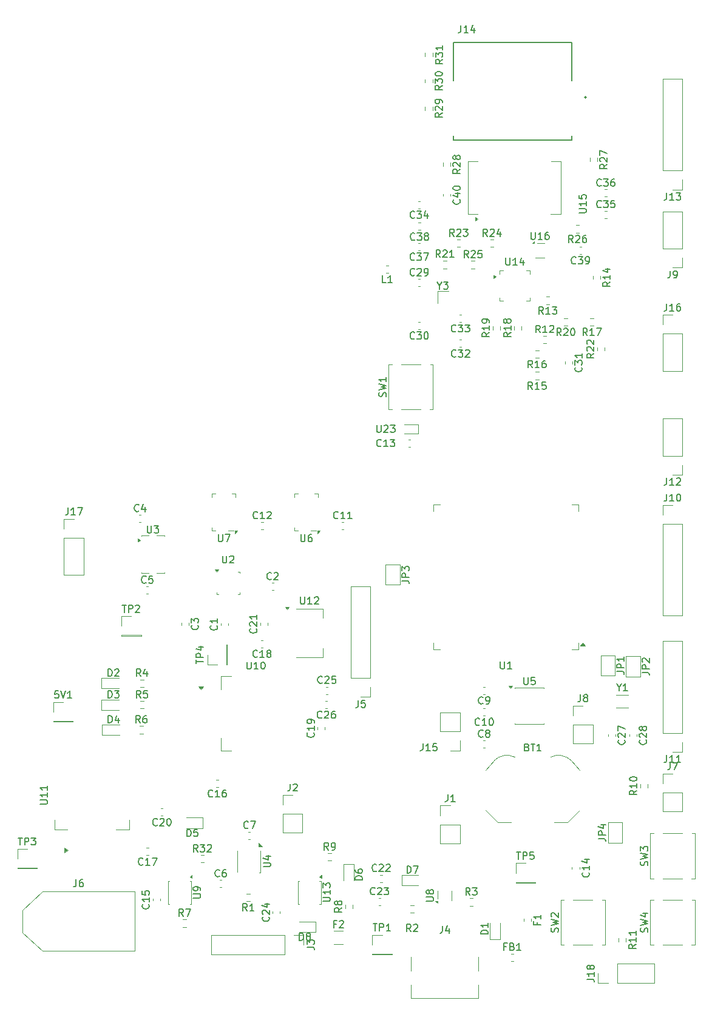
<source format=gbr>
%TF.GenerationSoftware,KiCad,Pcbnew,9.0.6*%
%TF.CreationDate,2025-12-25T01:52:07-08:00*%
%TF.ProjectId,Breakout V1,42726561-6b6f-4757-9420-56312e6b6963,rev?*%
%TF.SameCoordinates,Original*%
%TF.FileFunction,Legend,Top*%
%TF.FilePolarity,Positive*%
%FSLAX46Y46*%
G04 Gerber Fmt 4.6, Leading zero omitted, Abs format (unit mm)*
G04 Created by KiCad (PCBNEW 9.0.6) date 2025-12-25 01:52:07*
%MOMM*%
%LPD*%
G01*
G04 APERTURE LIST*
%ADD10C,0.150000*%
%ADD11C,0.120000*%
%ADD12C,0.200000*%
%ADD13C,0.127000*%
G04 APERTURE END LIST*
D10*
X234182142Y-52587319D02*
X233848809Y-52111128D01*
X233610714Y-52587319D02*
X233610714Y-51587319D01*
X233610714Y-51587319D02*
X233991666Y-51587319D01*
X233991666Y-51587319D02*
X234086904Y-51634938D01*
X234086904Y-51634938D02*
X234134523Y-51682557D01*
X234134523Y-51682557D02*
X234182142Y-51777795D01*
X234182142Y-51777795D02*
X234182142Y-51920652D01*
X234182142Y-51920652D02*
X234134523Y-52015890D01*
X234134523Y-52015890D02*
X234086904Y-52063509D01*
X234086904Y-52063509D02*
X233991666Y-52111128D01*
X233991666Y-52111128D02*
X233610714Y-52111128D01*
X234563095Y-51682557D02*
X234610714Y-51634938D01*
X234610714Y-51634938D02*
X234705952Y-51587319D01*
X234705952Y-51587319D02*
X234944047Y-51587319D01*
X234944047Y-51587319D02*
X235039285Y-51634938D01*
X235039285Y-51634938D02*
X235086904Y-51682557D01*
X235086904Y-51682557D02*
X235134523Y-51777795D01*
X235134523Y-51777795D02*
X235134523Y-51873033D01*
X235134523Y-51873033D02*
X235086904Y-52015890D01*
X235086904Y-52015890D02*
X234515476Y-52587319D01*
X234515476Y-52587319D02*
X235134523Y-52587319D01*
X235991666Y-51920652D02*
X235991666Y-52587319D01*
X235753571Y-51539700D02*
X235515476Y-52253985D01*
X235515476Y-52253985D02*
X236134523Y-52253985D01*
X246954819Y-49300594D02*
X247764342Y-49300594D01*
X247764342Y-49300594D02*
X247859580Y-49252975D01*
X247859580Y-49252975D02*
X247907200Y-49205356D01*
X247907200Y-49205356D02*
X247954819Y-49110118D01*
X247954819Y-49110118D02*
X247954819Y-48919642D01*
X247954819Y-48919642D02*
X247907200Y-48824404D01*
X247907200Y-48824404D02*
X247859580Y-48776785D01*
X247859580Y-48776785D02*
X247764342Y-48729166D01*
X247764342Y-48729166D02*
X246954819Y-48729166D01*
X247954819Y-47729166D02*
X247954819Y-48300594D01*
X247954819Y-48014880D02*
X246954819Y-48014880D01*
X246954819Y-48014880D02*
X247097676Y-48110118D01*
X247097676Y-48110118D02*
X247192914Y-48205356D01*
X247192914Y-48205356D02*
X247240533Y-48300594D01*
X246954819Y-46824404D02*
X246954819Y-47300594D01*
X246954819Y-47300594D02*
X247431009Y-47348213D01*
X247431009Y-47348213D02*
X247383390Y-47300594D01*
X247383390Y-47300594D02*
X247335771Y-47205356D01*
X247335771Y-47205356D02*
X247335771Y-46967261D01*
X247335771Y-46967261D02*
X247383390Y-46872023D01*
X247383390Y-46872023D02*
X247431009Y-46824404D01*
X247431009Y-46824404D02*
X247526247Y-46776785D01*
X247526247Y-46776785D02*
X247764342Y-46776785D01*
X247764342Y-46776785D02*
X247859580Y-46824404D01*
X247859580Y-46824404D02*
X247907200Y-46872023D01*
X247907200Y-46872023D02*
X247954819Y-46967261D01*
X247954819Y-46967261D02*
X247954819Y-47205356D01*
X247954819Y-47205356D02*
X247907200Y-47300594D01*
X247907200Y-47300594D02*
X247859580Y-47348213D01*
X227488809Y-59481128D02*
X227488809Y-59957319D01*
X227155476Y-58957319D02*
X227488809Y-59481128D01*
X227488809Y-59481128D02*
X227822142Y-58957319D01*
X228060238Y-58957319D02*
X228679285Y-58957319D01*
X228679285Y-58957319D02*
X228345952Y-59338271D01*
X228345952Y-59338271D02*
X228488809Y-59338271D01*
X228488809Y-59338271D02*
X228584047Y-59385890D01*
X228584047Y-59385890D02*
X228631666Y-59433509D01*
X228631666Y-59433509D02*
X228679285Y-59528747D01*
X228679285Y-59528747D02*
X228679285Y-59766842D01*
X228679285Y-59766842D02*
X228631666Y-59862080D01*
X228631666Y-59862080D02*
X228584047Y-59909700D01*
X228584047Y-59909700D02*
X228488809Y-59957319D01*
X228488809Y-59957319D02*
X228203095Y-59957319D01*
X228203095Y-59957319D02*
X228107857Y-59909700D01*
X228107857Y-59909700D02*
X228060238Y-59862080D01*
X218761905Y-78954819D02*
X218761905Y-79764342D01*
X218761905Y-79764342D02*
X218809524Y-79859580D01*
X218809524Y-79859580D02*
X218857143Y-79907200D01*
X218857143Y-79907200D02*
X218952381Y-79954819D01*
X218952381Y-79954819D02*
X219142857Y-79954819D01*
X219142857Y-79954819D02*
X219238095Y-79907200D01*
X219238095Y-79907200D02*
X219285714Y-79859580D01*
X219285714Y-79859580D02*
X219333333Y-79764342D01*
X219333333Y-79764342D02*
X219333333Y-78954819D01*
X219761905Y-79050057D02*
X219809524Y-79002438D01*
X219809524Y-79002438D02*
X219904762Y-78954819D01*
X219904762Y-78954819D02*
X220142857Y-78954819D01*
X220142857Y-78954819D02*
X220238095Y-79002438D01*
X220238095Y-79002438D02*
X220285714Y-79050057D01*
X220285714Y-79050057D02*
X220333333Y-79145295D01*
X220333333Y-79145295D02*
X220333333Y-79240533D01*
X220333333Y-79240533D02*
X220285714Y-79383390D01*
X220285714Y-79383390D02*
X219714286Y-79954819D01*
X219714286Y-79954819D02*
X220333333Y-79954819D01*
X220666667Y-78954819D02*
X221285714Y-78954819D01*
X221285714Y-78954819D02*
X220952381Y-79335771D01*
X220952381Y-79335771D02*
X221095238Y-79335771D01*
X221095238Y-79335771D02*
X221190476Y-79383390D01*
X221190476Y-79383390D02*
X221238095Y-79431009D01*
X221238095Y-79431009D02*
X221285714Y-79526247D01*
X221285714Y-79526247D02*
X221285714Y-79764342D01*
X221285714Y-79764342D02*
X221238095Y-79859580D01*
X221238095Y-79859580D02*
X221190476Y-79907200D01*
X221190476Y-79907200D02*
X221095238Y-79954819D01*
X221095238Y-79954819D02*
X220809524Y-79954819D01*
X220809524Y-79954819D02*
X220714286Y-79907200D01*
X220714286Y-79907200D02*
X220666667Y-79859580D01*
X234449819Y-66030357D02*
X233973628Y-66363690D01*
X234449819Y-66601785D02*
X233449819Y-66601785D01*
X233449819Y-66601785D02*
X233449819Y-66220833D01*
X233449819Y-66220833D02*
X233497438Y-66125595D01*
X233497438Y-66125595D02*
X233545057Y-66077976D01*
X233545057Y-66077976D02*
X233640295Y-66030357D01*
X233640295Y-66030357D02*
X233783152Y-66030357D01*
X233783152Y-66030357D02*
X233878390Y-66077976D01*
X233878390Y-66077976D02*
X233926009Y-66125595D01*
X233926009Y-66125595D02*
X233973628Y-66220833D01*
X233973628Y-66220833D02*
X233973628Y-66601785D01*
X234449819Y-65077976D02*
X234449819Y-65649404D01*
X234449819Y-65363690D02*
X233449819Y-65363690D01*
X233449819Y-65363690D02*
X233592676Y-65458928D01*
X233592676Y-65458928D02*
X233687914Y-65554166D01*
X233687914Y-65554166D02*
X233735533Y-65649404D01*
X234449819Y-64601785D02*
X234449819Y-64411309D01*
X234449819Y-64411309D02*
X234402200Y-64316071D01*
X234402200Y-64316071D02*
X234354580Y-64268452D01*
X234354580Y-64268452D02*
X234211723Y-64173214D01*
X234211723Y-64173214D02*
X234021247Y-64125595D01*
X234021247Y-64125595D02*
X233640295Y-64125595D01*
X233640295Y-64125595D02*
X233545057Y-64173214D01*
X233545057Y-64173214D02*
X233497438Y-64220833D01*
X233497438Y-64220833D02*
X233449819Y-64316071D01*
X233449819Y-64316071D02*
X233449819Y-64506547D01*
X233449819Y-64506547D02*
X233497438Y-64601785D01*
X233497438Y-64601785D02*
X233545057Y-64649404D01*
X233545057Y-64649404D02*
X233640295Y-64697023D01*
X233640295Y-64697023D02*
X233878390Y-64697023D01*
X233878390Y-64697023D02*
X233973628Y-64649404D01*
X233973628Y-64649404D02*
X234021247Y-64601785D01*
X234021247Y-64601785D02*
X234068866Y-64506547D01*
X234068866Y-64506547D02*
X234068866Y-64316071D01*
X234068866Y-64316071D02*
X234021247Y-64220833D01*
X234021247Y-64220833D02*
X233973628Y-64173214D01*
X233973628Y-64173214D02*
X233878390Y-64125595D01*
X250884819Y-42530357D02*
X250408628Y-42863690D01*
X250884819Y-43101785D02*
X249884819Y-43101785D01*
X249884819Y-43101785D02*
X249884819Y-42720833D01*
X249884819Y-42720833D02*
X249932438Y-42625595D01*
X249932438Y-42625595D02*
X249980057Y-42577976D01*
X249980057Y-42577976D02*
X250075295Y-42530357D01*
X250075295Y-42530357D02*
X250218152Y-42530357D01*
X250218152Y-42530357D02*
X250313390Y-42577976D01*
X250313390Y-42577976D02*
X250361009Y-42625595D01*
X250361009Y-42625595D02*
X250408628Y-42720833D01*
X250408628Y-42720833D02*
X250408628Y-43101785D01*
X249980057Y-42149404D02*
X249932438Y-42101785D01*
X249932438Y-42101785D02*
X249884819Y-42006547D01*
X249884819Y-42006547D02*
X249884819Y-41768452D01*
X249884819Y-41768452D02*
X249932438Y-41673214D01*
X249932438Y-41673214D02*
X249980057Y-41625595D01*
X249980057Y-41625595D02*
X250075295Y-41577976D01*
X250075295Y-41577976D02*
X250170533Y-41577976D01*
X250170533Y-41577976D02*
X250313390Y-41625595D01*
X250313390Y-41625595D02*
X250884819Y-42197023D01*
X250884819Y-42197023D02*
X250884819Y-41577976D01*
X249884819Y-41244642D02*
X249884819Y-40577976D01*
X249884819Y-40577976D02*
X250884819Y-41006547D01*
X211258231Y-145438094D02*
X212067754Y-145438094D01*
X212067754Y-145438094D02*
X212162992Y-145390475D01*
X212162992Y-145390475D02*
X212210612Y-145342856D01*
X212210612Y-145342856D02*
X212258231Y-145247618D01*
X212258231Y-145247618D02*
X212258231Y-145057142D01*
X212258231Y-145057142D02*
X212210612Y-144961904D01*
X212210612Y-144961904D02*
X212162992Y-144914285D01*
X212162992Y-144914285D02*
X212067754Y-144866666D01*
X212067754Y-144866666D02*
X211258231Y-144866666D01*
X212258231Y-143866666D02*
X212258231Y-144438094D01*
X212258231Y-144152380D02*
X211258231Y-144152380D01*
X211258231Y-144152380D02*
X211401088Y-144247618D01*
X211401088Y-144247618D02*
X211496326Y-144342856D01*
X211496326Y-144342856D02*
X211543945Y-144438094D01*
X211258231Y-143533332D02*
X211258231Y-142914285D01*
X211258231Y-142914285D02*
X211639183Y-143247618D01*
X211639183Y-143247618D02*
X211639183Y-143104761D01*
X211639183Y-143104761D02*
X211686802Y-143009523D01*
X211686802Y-143009523D02*
X211734421Y-142961904D01*
X211734421Y-142961904D02*
X211829659Y-142914285D01*
X211829659Y-142914285D02*
X212067754Y-142914285D01*
X212067754Y-142914285D02*
X212162992Y-142961904D01*
X212162992Y-142961904D02*
X212210612Y-143009523D01*
X212210612Y-143009523D02*
X212258231Y-143104761D01*
X212258231Y-143104761D02*
X212258231Y-143390475D01*
X212258231Y-143390475D02*
X212210612Y-143485713D01*
X212210612Y-143485713D02*
X212162992Y-143533332D01*
X240457142Y-73947319D02*
X240123809Y-73471128D01*
X239885714Y-73947319D02*
X239885714Y-72947319D01*
X239885714Y-72947319D02*
X240266666Y-72947319D01*
X240266666Y-72947319D02*
X240361904Y-72994938D01*
X240361904Y-72994938D02*
X240409523Y-73042557D01*
X240409523Y-73042557D02*
X240457142Y-73137795D01*
X240457142Y-73137795D02*
X240457142Y-73280652D01*
X240457142Y-73280652D02*
X240409523Y-73375890D01*
X240409523Y-73375890D02*
X240361904Y-73423509D01*
X240361904Y-73423509D02*
X240266666Y-73471128D01*
X240266666Y-73471128D02*
X239885714Y-73471128D01*
X241409523Y-73947319D02*
X240838095Y-73947319D01*
X241123809Y-73947319D02*
X241123809Y-72947319D01*
X241123809Y-72947319D02*
X241028571Y-73090176D01*
X241028571Y-73090176D02*
X240933333Y-73185414D01*
X240933333Y-73185414D02*
X240838095Y-73233033D01*
X242314285Y-72947319D02*
X241838095Y-72947319D01*
X241838095Y-72947319D02*
X241790476Y-73423509D01*
X241790476Y-73423509D02*
X241838095Y-73375890D01*
X241838095Y-73375890D02*
X241933333Y-73328271D01*
X241933333Y-73328271D02*
X242171428Y-73328271D01*
X242171428Y-73328271D02*
X242266666Y-73375890D01*
X242266666Y-73375890D02*
X242314285Y-73423509D01*
X242314285Y-73423509D02*
X242361904Y-73518747D01*
X242361904Y-73518747D02*
X242361904Y-73756842D01*
X242361904Y-73756842D02*
X242314285Y-73852080D01*
X242314285Y-73852080D02*
X242266666Y-73899700D01*
X242266666Y-73899700D02*
X242171428Y-73947319D01*
X242171428Y-73947319D02*
X241933333Y-73947319D01*
X241933333Y-73947319D02*
X241838095Y-73899700D01*
X241838095Y-73899700D02*
X241790476Y-73852080D01*
X240457142Y-70947319D02*
X240123809Y-70471128D01*
X239885714Y-70947319D02*
X239885714Y-69947319D01*
X239885714Y-69947319D02*
X240266666Y-69947319D01*
X240266666Y-69947319D02*
X240361904Y-69994938D01*
X240361904Y-69994938D02*
X240409523Y-70042557D01*
X240409523Y-70042557D02*
X240457142Y-70137795D01*
X240457142Y-70137795D02*
X240457142Y-70280652D01*
X240457142Y-70280652D02*
X240409523Y-70375890D01*
X240409523Y-70375890D02*
X240361904Y-70423509D01*
X240361904Y-70423509D02*
X240266666Y-70471128D01*
X240266666Y-70471128D02*
X239885714Y-70471128D01*
X241409523Y-70947319D02*
X240838095Y-70947319D01*
X241123809Y-70947319D02*
X241123809Y-69947319D01*
X241123809Y-69947319D02*
X241028571Y-70090176D01*
X241028571Y-70090176D02*
X240933333Y-70185414D01*
X240933333Y-70185414D02*
X240838095Y-70233033D01*
X242266666Y-69947319D02*
X242076190Y-69947319D01*
X242076190Y-69947319D02*
X241980952Y-69994938D01*
X241980952Y-69994938D02*
X241933333Y-70042557D01*
X241933333Y-70042557D02*
X241838095Y-70185414D01*
X241838095Y-70185414D02*
X241790476Y-70375890D01*
X241790476Y-70375890D02*
X241790476Y-70756842D01*
X241790476Y-70756842D02*
X241838095Y-70852080D01*
X241838095Y-70852080D02*
X241885714Y-70899700D01*
X241885714Y-70899700D02*
X241980952Y-70947319D01*
X241980952Y-70947319D02*
X242171428Y-70947319D01*
X242171428Y-70947319D02*
X242266666Y-70899700D01*
X242266666Y-70899700D02*
X242314285Y-70852080D01*
X242314285Y-70852080D02*
X242361904Y-70756842D01*
X242361904Y-70756842D02*
X242361904Y-70518747D01*
X242361904Y-70518747D02*
X242314285Y-70423509D01*
X242314285Y-70423509D02*
X242266666Y-70375890D01*
X242266666Y-70375890D02*
X242171428Y-70328271D01*
X242171428Y-70328271D02*
X241980952Y-70328271D01*
X241980952Y-70328271D02*
X241885714Y-70375890D01*
X241885714Y-70375890D02*
X241838095Y-70423509D01*
X241838095Y-70423509D02*
X241790476Y-70518747D01*
X248107142Y-66447319D02*
X247773809Y-65971128D01*
X247535714Y-66447319D02*
X247535714Y-65447319D01*
X247535714Y-65447319D02*
X247916666Y-65447319D01*
X247916666Y-65447319D02*
X248011904Y-65494938D01*
X248011904Y-65494938D02*
X248059523Y-65542557D01*
X248059523Y-65542557D02*
X248107142Y-65637795D01*
X248107142Y-65637795D02*
X248107142Y-65780652D01*
X248107142Y-65780652D02*
X248059523Y-65875890D01*
X248059523Y-65875890D02*
X248011904Y-65923509D01*
X248011904Y-65923509D02*
X247916666Y-65971128D01*
X247916666Y-65971128D02*
X247535714Y-65971128D01*
X249059523Y-66447319D02*
X248488095Y-66447319D01*
X248773809Y-66447319D02*
X248773809Y-65447319D01*
X248773809Y-65447319D02*
X248678571Y-65590176D01*
X248678571Y-65590176D02*
X248583333Y-65685414D01*
X248583333Y-65685414D02*
X248488095Y-65733033D01*
X249392857Y-65447319D02*
X250059523Y-65447319D01*
X250059523Y-65447319D02*
X249630952Y-66447319D01*
X202132142Y-91929580D02*
X202084523Y-91977200D01*
X202084523Y-91977200D02*
X201941666Y-92024819D01*
X201941666Y-92024819D02*
X201846428Y-92024819D01*
X201846428Y-92024819D02*
X201703571Y-91977200D01*
X201703571Y-91977200D02*
X201608333Y-91881961D01*
X201608333Y-91881961D02*
X201560714Y-91786723D01*
X201560714Y-91786723D02*
X201513095Y-91596247D01*
X201513095Y-91596247D02*
X201513095Y-91453390D01*
X201513095Y-91453390D02*
X201560714Y-91262914D01*
X201560714Y-91262914D02*
X201608333Y-91167676D01*
X201608333Y-91167676D02*
X201703571Y-91072438D01*
X201703571Y-91072438D02*
X201846428Y-91024819D01*
X201846428Y-91024819D02*
X201941666Y-91024819D01*
X201941666Y-91024819D02*
X202084523Y-91072438D01*
X202084523Y-91072438D02*
X202132142Y-91120057D01*
X203084523Y-92024819D02*
X202513095Y-92024819D01*
X202798809Y-92024819D02*
X202798809Y-91024819D01*
X202798809Y-91024819D02*
X202703571Y-91167676D01*
X202703571Y-91167676D02*
X202608333Y-91262914D01*
X202608333Y-91262914D02*
X202513095Y-91310533D01*
X203465476Y-91120057D02*
X203513095Y-91072438D01*
X203513095Y-91072438D02*
X203608333Y-91024819D01*
X203608333Y-91024819D02*
X203846428Y-91024819D01*
X203846428Y-91024819D02*
X203941666Y-91072438D01*
X203941666Y-91072438D02*
X203989285Y-91120057D01*
X203989285Y-91120057D02*
X204036904Y-91215295D01*
X204036904Y-91215295D02*
X204036904Y-91310533D01*
X204036904Y-91310533D02*
X203989285Y-91453390D01*
X203989285Y-91453390D02*
X203417857Y-92024819D01*
X203417857Y-92024819D02*
X204036904Y-92024819D01*
X195857142Y-130789580D02*
X195809523Y-130837200D01*
X195809523Y-130837200D02*
X195666666Y-130884819D01*
X195666666Y-130884819D02*
X195571428Y-130884819D01*
X195571428Y-130884819D02*
X195428571Y-130837200D01*
X195428571Y-130837200D02*
X195333333Y-130741961D01*
X195333333Y-130741961D02*
X195285714Y-130646723D01*
X195285714Y-130646723D02*
X195238095Y-130456247D01*
X195238095Y-130456247D02*
X195238095Y-130313390D01*
X195238095Y-130313390D02*
X195285714Y-130122914D01*
X195285714Y-130122914D02*
X195333333Y-130027676D01*
X195333333Y-130027676D02*
X195428571Y-129932438D01*
X195428571Y-129932438D02*
X195571428Y-129884819D01*
X195571428Y-129884819D02*
X195666666Y-129884819D01*
X195666666Y-129884819D02*
X195809523Y-129932438D01*
X195809523Y-129932438D02*
X195857142Y-129980057D01*
X196809523Y-130884819D02*
X196238095Y-130884819D01*
X196523809Y-130884819D02*
X196523809Y-129884819D01*
X196523809Y-129884819D02*
X196428571Y-130027676D01*
X196428571Y-130027676D02*
X196333333Y-130122914D01*
X196333333Y-130122914D02*
X196238095Y-130170533D01*
X197666666Y-129884819D02*
X197476190Y-129884819D01*
X197476190Y-129884819D02*
X197380952Y-129932438D01*
X197380952Y-129932438D02*
X197333333Y-129980057D01*
X197333333Y-129980057D02*
X197238095Y-130122914D01*
X197238095Y-130122914D02*
X197190476Y-130313390D01*
X197190476Y-130313390D02*
X197190476Y-130694342D01*
X197190476Y-130694342D02*
X197238095Y-130789580D01*
X197238095Y-130789580D02*
X197285714Y-130837200D01*
X197285714Y-130837200D02*
X197380952Y-130884819D01*
X197380952Y-130884819D02*
X197571428Y-130884819D01*
X197571428Y-130884819D02*
X197666666Y-130837200D01*
X197666666Y-130837200D02*
X197714285Y-130789580D01*
X197714285Y-130789580D02*
X197761904Y-130694342D01*
X197761904Y-130694342D02*
X197761904Y-130456247D01*
X197761904Y-130456247D02*
X197714285Y-130361009D01*
X197714285Y-130361009D02*
X197666666Y-130313390D01*
X197666666Y-130313390D02*
X197571428Y-130265771D01*
X197571428Y-130265771D02*
X197380952Y-130265771D01*
X197380952Y-130265771D02*
X197285714Y-130313390D01*
X197285714Y-130313390D02*
X197238095Y-130361009D01*
X197238095Y-130361009D02*
X197190476Y-130456247D01*
X186929580Y-145867857D02*
X186977200Y-145915476D01*
X186977200Y-145915476D02*
X187024819Y-146058333D01*
X187024819Y-146058333D02*
X187024819Y-146153571D01*
X187024819Y-146153571D02*
X186977200Y-146296428D01*
X186977200Y-146296428D02*
X186881961Y-146391666D01*
X186881961Y-146391666D02*
X186786723Y-146439285D01*
X186786723Y-146439285D02*
X186596247Y-146486904D01*
X186596247Y-146486904D02*
X186453390Y-146486904D01*
X186453390Y-146486904D02*
X186262914Y-146439285D01*
X186262914Y-146439285D02*
X186167676Y-146391666D01*
X186167676Y-146391666D02*
X186072438Y-146296428D01*
X186072438Y-146296428D02*
X186024819Y-146153571D01*
X186024819Y-146153571D02*
X186024819Y-146058333D01*
X186024819Y-146058333D02*
X186072438Y-145915476D01*
X186072438Y-145915476D02*
X186120057Y-145867857D01*
X187024819Y-144915476D02*
X187024819Y-145486904D01*
X187024819Y-145201190D02*
X186024819Y-145201190D01*
X186024819Y-145201190D02*
X186167676Y-145296428D01*
X186167676Y-145296428D02*
X186262914Y-145391666D01*
X186262914Y-145391666D02*
X186310533Y-145486904D01*
X186024819Y-144010714D02*
X186024819Y-144486904D01*
X186024819Y-144486904D02*
X186501009Y-144534523D01*
X186501009Y-144534523D02*
X186453390Y-144486904D01*
X186453390Y-144486904D02*
X186405771Y-144391666D01*
X186405771Y-144391666D02*
X186405771Y-144153571D01*
X186405771Y-144153571D02*
X186453390Y-144058333D01*
X186453390Y-144058333D02*
X186501009Y-144010714D01*
X186501009Y-144010714D02*
X186596247Y-143963095D01*
X186596247Y-143963095D02*
X186834342Y-143963095D01*
X186834342Y-143963095D02*
X186929580Y-144010714D01*
X186929580Y-144010714D02*
X186977200Y-144058333D01*
X186977200Y-144058333D02*
X187024819Y-144153571D01*
X187024819Y-144153571D02*
X187024819Y-144391666D01*
X187024819Y-144391666D02*
X186977200Y-144486904D01*
X186977200Y-144486904D02*
X186929580Y-144534523D01*
X249024819Y-68967857D02*
X248548628Y-69301190D01*
X249024819Y-69539285D02*
X248024819Y-69539285D01*
X248024819Y-69539285D02*
X248024819Y-69158333D01*
X248024819Y-69158333D02*
X248072438Y-69063095D01*
X248072438Y-69063095D02*
X248120057Y-69015476D01*
X248120057Y-69015476D02*
X248215295Y-68967857D01*
X248215295Y-68967857D02*
X248358152Y-68967857D01*
X248358152Y-68967857D02*
X248453390Y-69015476D01*
X248453390Y-69015476D02*
X248501009Y-69063095D01*
X248501009Y-69063095D02*
X248548628Y-69158333D01*
X248548628Y-69158333D02*
X248548628Y-69539285D01*
X248120057Y-68586904D02*
X248072438Y-68539285D01*
X248072438Y-68539285D02*
X248024819Y-68444047D01*
X248024819Y-68444047D02*
X248024819Y-68205952D01*
X248024819Y-68205952D02*
X248072438Y-68110714D01*
X248072438Y-68110714D02*
X248120057Y-68063095D01*
X248120057Y-68063095D02*
X248215295Y-68015476D01*
X248215295Y-68015476D02*
X248310533Y-68015476D01*
X248310533Y-68015476D02*
X248453390Y-68063095D01*
X248453390Y-68063095D02*
X249024819Y-68634523D01*
X249024819Y-68634523D02*
X249024819Y-68015476D01*
X248120057Y-67634523D02*
X248072438Y-67586904D01*
X248072438Y-67586904D02*
X248024819Y-67491666D01*
X248024819Y-67491666D02*
X248024819Y-67253571D01*
X248024819Y-67253571D02*
X248072438Y-67158333D01*
X248072438Y-67158333D02*
X248120057Y-67110714D01*
X248120057Y-67110714D02*
X248215295Y-67063095D01*
X248215295Y-67063095D02*
X248310533Y-67063095D01*
X248310533Y-67063095D02*
X248453390Y-67110714D01*
X248453390Y-67110714D02*
X249024819Y-67682142D01*
X249024819Y-67682142D02*
X249024819Y-67063095D01*
X183238095Y-104074819D02*
X183809523Y-104074819D01*
X183523809Y-105074819D02*
X183523809Y-104074819D01*
X184142857Y-105074819D02*
X184142857Y-104074819D01*
X184142857Y-104074819D02*
X184523809Y-104074819D01*
X184523809Y-104074819D02*
X184619047Y-104122438D01*
X184619047Y-104122438D02*
X184666666Y-104170057D01*
X184666666Y-104170057D02*
X184714285Y-104265295D01*
X184714285Y-104265295D02*
X184714285Y-104408152D01*
X184714285Y-104408152D02*
X184666666Y-104503390D01*
X184666666Y-104503390D02*
X184619047Y-104551009D01*
X184619047Y-104551009D02*
X184523809Y-104598628D01*
X184523809Y-104598628D02*
X184142857Y-104598628D01*
X185095238Y-104170057D02*
X185142857Y-104122438D01*
X185142857Y-104122438D02*
X185238095Y-104074819D01*
X185238095Y-104074819D02*
X185476190Y-104074819D01*
X185476190Y-104074819D02*
X185571428Y-104122438D01*
X185571428Y-104122438D02*
X185619047Y-104170057D01*
X185619047Y-104170057D02*
X185666666Y-104265295D01*
X185666666Y-104265295D02*
X185666666Y-104360533D01*
X185666666Y-104360533D02*
X185619047Y-104503390D01*
X185619047Y-104503390D02*
X185047619Y-105074819D01*
X185047619Y-105074819D02*
X185666666Y-105074819D01*
X208111905Y-102954819D02*
X208111905Y-103764342D01*
X208111905Y-103764342D02*
X208159524Y-103859580D01*
X208159524Y-103859580D02*
X208207143Y-103907200D01*
X208207143Y-103907200D02*
X208302381Y-103954819D01*
X208302381Y-103954819D02*
X208492857Y-103954819D01*
X208492857Y-103954819D02*
X208588095Y-103907200D01*
X208588095Y-103907200D02*
X208635714Y-103859580D01*
X208635714Y-103859580D02*
X208683333Y-103764342D01*
X208683333Y-103764342D02*
X208683333Y-102954819D01*
X209683333Y-103954819D02*
X209111905Y-103954819D01*
X209397619Y-103954819D02*
X209397619Y-102954819D01*
X209397619Y-102954819D02*
X209302381Y-103097676D01*
X209302381Y-103097676D02*
X209207143Y-103192914D01*
X209207143Y-103192914D02*
X209111905Y-103240533D01*
X210064286Y-103050057D02*
X210111905Y-103002438D01*
X210111905Y-103002438D02*
X210207143Y-102954819D01*
X210207143Y-102954819D02*
X210445238Y-102954819D01*
X210445238Y-102954819D02*
X210540476Y-103002438D01*
X210540476Y-103002438D02*
X210588095Y-103050057D01*
X210588095Y-103050057D02*
X210635714Y-103145295D01*
X210635714Y-103145295D02*
X210635714Y-103240533D01*
X210635714Y-103240533D02*
X210588095Y-103383390D01*
X210588095Y-103383390D02*
X210016667Y-103954819D01*
X210016667Y-103954819D02*
X210635714Y-103954819D01*
X202919819Y-140624404D02*
X203729342Y-140624404D01*
X203729342Y-140624404D02*
X203824580Y-140576785D01*
X203824580Y-140576785D02*
X203872200Y-140529166D01*
X203872200Y-140529166D02*
X203919819Y-140433928D01*
X203919819Y-140433928D02*
X203919819Y-140243452D01*
X203919819Y-140243452D02*
X203872200Y-140148214D01*
X203872200Y-140148214D02*
X203824580Y-140100595D01*
X203824580Y-140100595D02*
X203729342Y-140052976D01*
X203729342Y-140052976D02*
X202919819Y-140052976D01*
X203253152Y-139148214D02*
X203919819Y-139148214D01*
X202872200Y-139386309D02*
X203586485Y-139624404D01*
X203586485Y-139624404D02*
X203586485Y-139005357D01*
X246107142Y-53447319D02*
X245773809Y-52971128D01*
X245535714Y-53447319D02*
X245535714Y-52447319D01*
X245535714Y-52447319D02*
X245916666Y-52447319D01*
X245916666Y-52447319D02*
X246011904Y-52494938D01*
X246011904Y-52494938D02*
X246059523Y-52542557D01*
X246059523Y-52542557D02*
X246107142Y-52637795D01*
X246107142Y-52637795D02*
X246107142Y-52780652D01*
X246107142Y-52780652D02*
X246059523Y-52875890D01*
X246059523Y-52875890D02*
X246011904Y-52923509D01*
X246011904Y-52923509D02*
X245916666Y-52971128D01*
X245916666Y-52971128D02*
X245535714Y-52971128D01*
X246488095Y-52542557D02*
X246535714Y-52494938D01*
X246535714Y-52494938D02*
X246630952Y-52447319D01*
X246630952Y-52447319D02*
X246869047Y-52447319D01*
X246869047Y-52447319D02*
X246964285Y-52494938D01*
X246964285Y-52494938D02*
X247011904Y-52542557D01*
X247011904Y-52542557D02*
X247059523Y-52637795D01*
X247059523Y-52637795D02*
X247059523Y-52733033D01*
X247059523Y-52733033D02*
X247011904Y-52875890D01*
X247011904Y-52875890D02*
X246440476Y-53447319D01*
X246440476Y-53447319D02*
X247059523Y-53447319D01*
X247916666Y-52447319D02*
X247726190Y-52447319D01*
X247726190Y-52447319D02*
X247630952Y-52494938D01*
X247630952Y-52494938D02*
X247583333Y-52542557D01*
X247583333Y-52542557D02*
X247488095Y-52685414D01*
X247488095Y-52685414D02*
X247440476Y-52875890D01*
X247440476Y-52875890D02*
X247440476Y-53256842D01*
X247440476Y-53256842D02*
X247488095Y-53352080D01*
X247488095Y-53352080D02*
X247535714Y-53399700D01*
X247535714Y-53399700D02*
X247630952Y-53447319D01*
X247630952Y-53447319D02*
X247821428Y-53447319D01*
X247821428Y-53447319D02*
X247916666Y-53399700D01*
X247916666Y-53399700D02*
X247964285Y-53352080D01*
X247964285Y-53352080D02*
X248011904Y-53256842D01*
X248011904Y-53256842D02*
X248011904Y-53018747D01*
X248011904Y-53018747D02*
X247964285Y-52923509D01*
X247964285Y-52923509D02*
X247916666Y-52875890D01*
X247916666Y-52875890D02*
X247821428Y-52828271D01*
X247821428Y-52828271D02*
X247630952Y-52828271D01*
X247630952Y-52828271D02*
X247535714Y-52875890D01*
X247535714Y-52875890D02*
X247488095Y-52923509D01*
X247488095Y-52923509D02*
X247440476Y-53018747D01*
X171804819Y-131863094D02*
X172614342Y-131863094D01*
X172614342Y-131863094D02*
X172709580Y-131815475D01*
X172709580Y-131815475D02*
X172757200Y-131767856D01*
X172757200Y-131767856D02*
X172804819Y-131672618D01*
X172804819Y-131672618D02*
X172804819Y-131482142D01*
X172804819Y-131482142D02*
X172757200Y-131386904D01*
X172757200Y-131386904D02*
X172709580Y-131339285D01*
X172709580Y-131339285D02*
X172614342Y-131291666D01*
X172614342Y-131291666D02*
X171804819Y-131291666D01*
X172804819Y-130291666D02*
X172804819Y-130863094D01*
X172804819Y-130577380D02*
X171804819Y-130577380D01*
X171804819Y-130577380D02*
X171947676Y-130672618D01*
X171947676Y-130672618D02*
X172042914Y-130767856D01*
X172042914Y-130767856D02*
X172090533Y-130863094D01*
X172804819Y-129339285D02*
X172804819Y-129910713D01*
X172804819Y-129624999D02*
X171804819Y-129624999D01*
X171804819Y-129624999D02*
X171947676Y-129720237D01*
X171947676Y-129720237D02*
X172042914Y-129815475D01*
X172042914Y-129815475D02*
X172090533Y-129910713D01*
X240261905Y-52017319D02*
X240261905Y-52826842D01*
X240261905Y-52826842D02*
X240309524Y-52922080D01*
X240309524Y-52922080D02*
X240357143Y-52969700D01*
X240357143Y-52969700D02*
X240452381Y-53017319D01*
X240452381Y-53017319D02*
X240642857Y-53017319D01*
X240642857Y-53017319D02*
X240738095Y-52969700D01*
X240738095Y-52969700D02*
X240785714Y-52922080D01*
X240785714Y-52922080D02*
X240833333Y-52826842D01*
X240833333Y-52826842D02*
X240833333Y-52017319D01*
X241833333Y-53017319D02*
X241261905Y-53017319D01*
X241547619Y-53017319D02*
X241547619Y-52017319D01*
X241547619Y-52017319D02*
X241452381Y-52160176D01*
X241452381Y-52160176D02*
X241357143Y-52255414D01*
X241357143Y-52255414D02*
X241261905Y-52303033D01*
X242690476Y-52017319D02*
X242500000Y-52017319D01*
X242500000Y-52017319D02*
X242404762Y-52064938D01*
X242404762Y-52064938D02*
X242357143Y-52112557D01*
X242357143Y-52112557D02*
X242261905Y-52255414D01*
X242261905Y-52255414D02*
X242214286Y-52445890D01*
X242214286Y-52445890D02*
X242214286Y-52826842D01*
X242214286Y-52826842D02*
X242261905Y-52922080D01*
X242261905Y-52922080D02*
X242309524Y-52969700D01*
X242309524Y-52969700D02*
X242404762Y-53017319D01*
X242404762Y-53017319D02*
X242595238Y-53017319D01*
X242595238Y-53017319D02*
X242690476Y-52969700D01*
X242690476Y-52969700D02*
X242738095Y-52922080D01*
X242738095Y-52922080D02*
X242785714Y-52826842D01*
X242785714Y-52826842D02*
X242785714Y-52588747D01*
X242785714Y-52588747D02*
X242738095Y-52493509D01*
X242738095Y-52493509D02*
X242690476Y-52445890D01*
X242690476Y-52445890D02*
X242595238Y-52398271D01*
X242595238Y-52398271D02*
X242404762Y-52398271D01*
X242404762Y-52398271D02*
X242309524Y-52445890D01*
X242309524Y-52445890D02*
X242261905Y-52493509D01*
X242261905Y-52493509D02*
X242214286Y-52588747D01*
X244457142Y-66447319D02*
X244123809Y-65971128D01*
X243885714Y-66447319D02*
X243885714Y-65447319D01*
X243885714Y-65447319D02*
X244266666Y-65447319D01*
X244266666Y-65447319D02*
X244361904Y-65494938D01*
X244361904Y-65494938D02*
X244409523Y-65542557D01*
X244409523Y-65542557D02*
X244457142Y-65637795D01*
X244457142Y-65637795D02*
X244457142Y-65780652D01*
X244457142Y-65780652D02*
X244409523Y-65875890D01*
X244409523Y-65875890D02*
X244361904Y-65923509D01*
X244361904Y-65923509D02*
X244266666Y-65971128D01*
X244266666Y-65971128D02*
X243885714Y-65971128D01*
X244838095Y-65542557D02*
X244885714Y-65494938D01*
X244885714Y-65494938D02*
X244980952Y-65447319D01*
X244980952Y-65447319D02*
X245219047Y-65447319D01*
X245219047Y-65447319D02*
X245314285Y-65494938D01*
X245314285Y-65494938D02*
X245361904Y-65542557D01*
X245361904Y-65542557D02*
X245409523Y-65637795D01*
X245409523Y-65637795D02*
X245409523Y-65733033D01*
X245409523Y-65733033D02*
X245361904Y-65875890D01*
X245361904Y-65875890D02*
X244790476Y-66447319D01*
X244790476Y-66447319D02*
X245409523Y-66447319D01*
X246028571Y-65447319D02*
X246123809Y-65447319D01*
X246123809Y-65447319D02*
X246219047Y-65494938D01*
X246219047Y-65494938D02*
X246266666Y-65542557D01*
X246266666Y-65542557D02*
X246314285Y-65637795D01*
X246314285Y-65637795D02*
X246361904Y-65828271D01*
X246361904Y-65828271D02*
X246361904Y-66066366D01*
X246361904Y-66066366D02*
X246314285Y-66256842D01*
X246314285Y-66256842D02*
X246266666Y-66352080D01*
X246266666Y-66352080D02*
X246219047Y-66399700D01*
X246219047Y-66399700D02*
X246123809Y-66447319D01*
X246123809Y-66447319D02*
X246028571Y-66447319D01*
X246028571Y-66447319D02*
X245933333Y-66399700D01*
X245933333Y-66399700D02*
X245885714Y-66352080D01*
X245885714Y-66352080D02*
X245838095Y-66256842D01*
X245838095Y-66256842D02*
X245790476Y-66066366D01*
X245790476Y-66066366D02*
X245790476Y-65828271D01*
X245790476Y-65828271D02*
X245838095Y-65637795D01*
X245838095Y-65637795D02*
X245885714Y-65542557D01*
X245885714Y-65542557D02*
X245933333Y-65494938D01*
X245933333Y-65494938D02*
X246028571Y-65447319D01*
X236761905Y-55624819D02*
X236761905Y-56434342D01*
X236761905Y-56434342D02*
X236809524Y-56529580D01*
X236809524Y-56529580D02*
X236857143Y-56577200D01*
X236857143Y-56577200D02*
X236952381Y-56624819D01*
X236952381Y-56624819D02*
X237142857Y-56624819D01*
X237142857Y-56624819D02*
X237238095Y-56577200D01*
X237238095Y-56577200D02*
X237285714Y-56529580D01*
X237285714Y-56529580D02*
X237333333Y-56434342D01*
X237333333Y-56434342D02*
X237333333Y-55624819D01*
X238333333Y-56624819D02*
X237761905Y-56624819D01*
X238047619Y-56624819D02*
X238047619Y-55624819D01*
X238047619Y-55624819D02*
X237952381Y-55767676D01*
X237952381Y-55767676D02*
X237857143Y-55862914D01*
X237857143Y-55862914D02*
X237761905Y-55910533D01*
X239190476Y-55958152D02*
X239190476Y-56624819D01*
X238952381Y-55577200D02*
X238714286Y-56291485D01*
X238714286Y-56291485D02*
X239333333Y-56291485D01*
X230384819Y-43205357D02*
X229908628Y-43538690D01*
X230384819Y-43776785D02*
X229384819Y-43776785D01*
X229384819Y-43776785D02*
X229384819Y-43395833D01*
X229384819Y-43395833D02*
X229432438Y-43300595D01*
X229432438Y-43300595D02*
X229480057Y-43252976D01*
X229480057Y-43252976D02*
X229575295Y-43205357D01*
X229575295Y-43205357D02*
X229718152Y-43205357D01*
X229718152Y-43205357D02*
X229813390Y-43252976D01*
X229813390Y-43252976D02*
X229861009Y-43300595D01*
X229861009Y-43300595D02*
X229908628Y-43395833D01*
X229908628Y-43395833D02*
X229908628Y-43776785D01*
X229480057Y-42824404D02*
X229432438Y-42776785D01*
X229432438Y-42776785D02*
X229384819Y-42681547D01*
X229384819Y-42681547D02*
X229384819Y-42443452D01*
X229384819Y-42443452D02*
X229432438Y-42348214D01*
X229432438Y-42348214D02*
X229480057Y-42300595D01*
X229480057Y-42300595D02*
X229575295Y-42252976D01*
X229575295Y-42252976D02*
X229670533Y-42252976D01*
X229670533Y-42252976D02*
X229813390Y-42300595D01*
X229813390Y-42300595D02*
X230384819Y-42872023D01*
X230384819Y-42872023D02*
X230384819Y-42252976D01*
X229813390Y-41681547D02*
X229765771Y-41776785D01*
X229765771Y-41776785D02*
X229718152Y-41824404D01*
X229718152Y-41824404D02*
X229622914Y-41872023D01*
X229622914Y-41872023D02*
X229575295Y-41872023D01*
X229575295Y-41872023D02*
X229480057Y-41824404D01*
X229480057Y-41824404D02*
X229432438Y-41776785D01*
X229432438Y-41776785D02*
X229384819Y-41681547D01*
X229384819Y-41681547D02*
X229384819Y-41491071D01*
X229384819Y-41491071D02*
X229432438Y-41395833D01*
X229432438Y-41395833D02*
X229480057Y-41348214D01*
X229480057Y-41348214D02*
X229575295Y-41300595D01*
X229575295Y-41300595D02*
X229622914Y-41300595D01*
X229622914Y-41300595D02*
X229718152Y-41348214D01*
X229718152Y-41348214D02*
X229765771Y-41395833D01*
X229765771Y-41395833D02*
X229813390Y-41491071D01*
X229813390Y-41491071D02*
X229813390Y-41681547D01*
X229813390Y-41681547D02*
X229861009Y-41776785D01*
X229861009Y-41776785D02*
X229908628Y-41824404D01*
X229908628Y-41824404D02*
X230003866Y-41872023D01*
X230003866Y-41872023D02*
X230194342Y-41872023D01*
X230194342Y-41872023D02*
X230289580Y-41824404D01*
X230289580Y-41824404D02*
X230337200Y-41776785D01*
X230337200Y-41776785D02*
X230384819Y-41681547D01*
X230384819Y-41681547D02*
X230384819Y-41491071D01*
X230384819Y-41491071D02*
X230337200Y-41395833D01*
X230337200Y-41395833D02*
X230289580Y-41348214D01*
X230289580Y-41348214D02*
X230194342Y-41300595D01*
X230194342Y-41300595D02*
X230003866Y-41300595D01*
X230003866Y-41300595D02*
X229908628Y-41348214D01*
X229908628Y-41348214D02*
X229861009Y-41395833D01*
X229861009Y-41395833D02*
X229813390Y-41491071D01*
X229532142Y-52587319D02*
X229198809Y-52111128D01*
X228960714Y-52587319D02*
X228960714Y-51587319D01*
X228960714Y-51587319D02*
X229341666Y-51587319D01*
X229341666Y-51587319D02*
X229436904Y-51634938D01*
X229436904Y-51634938D02*
X229484523Y-51682557D01*
X229484523Y-51682557D02*
X229532142Y-51777795D01*
X229532142Y-51777795D02*
X229532142Y-51920652D01*
X229532142Y-51920652D02*
X229484523Y-52015890D01*
X229484523Y-52015890D02*
X229436904Y-52063509D01*
X229436904Y-52063509D02*
X229341666Y-52111128D01*
X229341666Y-52111128D02*
X228960714Y-52111128D01*
X229913095Y-51682557D02*
X229960714Y-51634938D01*
X229960714Y-51634938D02*
X230055952Y-51587319D01*
X230055952Y-51587319D02*
X230294047Y-51587319D01*
X230294047Y-51587319D02*
X230389285Y-51634938D01*
X230389285Y-51634938D02*
X230436904Y-51682557D01*
X230436904Y-51682557D02*
X230484523Y-51777795D01*
X230484523Y-51777795D02*
X230484523Y-51873033D01*
X230484523Y-51873033D02*
X230436904Y-52015890D01*
X230436904Y-52015890D02*
X229865476Y-52587319D01*
X229865476Y-52587319D02*
X230484523Y-52587319D01*
X230817857Y-51587319D02*
X231436904Y-51587319D01*
X231436904Y-51587319D02*
X231103571Y-51968271D01*
X231103571Y-51968271D02*
X231246428Y-51968271D01*
X231246428Y-51968271D02*
X231341666Y-52015890D01*
X231341666Y-52015890D02*
X231389285Y-52063509D01*
X231389285Y-52063509D02*
X231436904Y-52158747D01*
X231436904Y-52158747D02*
X231436904Y-52396842D01*
X231436904Y-52396842D02*
X231389285Y-52492080D01*
X231389285Y-52492080D02*
X231341666Y-52539700D01*
X231341666Y-52539700D02*
X231246428Y-52587319D01*
X231246428Y-52587319D02*
X230960714Y-52587319D01*
X230960714Y-52587319D02*
X230865476Y-52539700D01*
X230865476Y-52539700D02*
X230817857Y-52492080D01*
X220007200Y-74953332D02*
X220054819Y-74810475D01*
X220054819Y-74810475D02*
X220054819Y-74572380D01*
X220054819Y-74572380D02*
X220007200Y-74477142D01*
X220007200Y-74477142D02*
X219959580Y-74429523D01*
X219959580Y-74429523D02*
X219864342Y-74381904D01*
X219864342Y-74381904D02*
X219769104Y-74381904D01*
X219769104Y-74381904D02*
X219673866Y-74429523D01*
X219673866Y-74429523D02*
X219626247Y-74477142D01*
X219626247Y-74477142D02*
X219578628Y-74572380D01*
X219578628Y-74572380D02*
X219531009Y-74762856D01*
X219531009Y-74762856D02*
X219483390Y-74858094D01*
X219483390Y-74858094D02*
X219435771Y-74905713D01*
X219435771Y-74905713D02*
X219340533Y-74953332D01*
X219340533Y-74953332D02*
X219245295Y-74953332D01*
X219245295Y-74953332D02*
X219150057Y-74905713D01*
X219150057Y-74905713D02*
X219102438Y-74858094D01*
X219102438Y-74858094D02*
X219054819Y-74762856D01*
X219054819Y-74762856D02*
X219054819Y-74524761D01*
X219054819Y-74524761D02*
X219102438Y-74381904D01*
X219054819Y-74048570D02*
X220054819Y-73810475D01*
X220054819Y-73810475D02*
X219340533Y-73619999D01*
X219340533Y-73619999D02*
X220054819Y-73429523D01*
X220054819Y-73429523D02*
X219054819Y-73191428D01*
X220054819Y-72286666D02*
X220054819Y-72858094D01*
X220054819Y-72572380D02*
X219054819Y-72572380D01*
X219054819Y-72572380D02*
X219197676Y-72667618D01*
X219197676Y-72667618D02*
X219292914Y-72762856D01*
X219292914Y-72762856D02*
X219340533Y-72858094D01*
X244007200Y-149713332D02*
X244054819Y-149570475D01*
X244054819Y-149570475D02*
X244054819Y-149332380D01*
X244054819Y-149332380D02*
X244007200Y-149237142D01*
X244007200Y-149237142D02*
X243959580Y-149189523D01*
X243959580Y-149189523D02*
X243864342Y-149141904D01*
X243864342Y-149141904D02*
X243769104Y-149141904D01*
X243769104Y-149141904D02*
X243673866Y-149189523D01*
X243673866Y-149189523D02*
X243626247Y-149237142D01*
X243626247Y-149237142D02*
X243578628Y-149332380D01*
X243578628Y-149332380D02*
X243531009Y-149522856D01*
X243531009Y-149522856D02*
X243483390Y-149618094D01*
X243483390Y-149618094D02*
X243435771Y-149665713D01*
X243435771Y-149665713D02*
X243340533Y-149713332D01*
X243340533Y-149713332D02*
X243245295Y-149713332D01*
X243245295Y-149713332D02*
X243150057Y-149665713D01*
X243150057Y-149665713D02*
X243102438Y-149618094D01*
X243102438Y-149618094D02*
X243054819Y-149522856D01*
X243054819Y-149522856D02*
X243054819Y-149284761D01*
X243054819Y-149284761D02*
X243102438Y-149141904D01*
X243054819Y-148808570D02*
X244054819Y-148570475D01*
X244054819Y-148570475D02*
X243340533Y-148379999D01*
X243340533Y-148379999D02*
X244054819Y-148189523D01*
X244054819Y-148189523D02*
X243054819Y-147951428D01*
X243150057Y-147618094D02*
X243102438Y-147570475D01*
X243102438Y-147570475D02*
X243054819Y-147475237D01*
X243054819Y-147475237D02*
X243054819Y-147237142D01*
X243054819Y-147237142D02*
X243102438Y-147141904D01*
X243102438Y-147141904D02*
X243150057Y-147094285D01*
X243150057Y-147094285D02*
X243245295Y-147046666D01*
X243245295Y-147046666D02*
X243340533Y-147046666D01*
X243340533Y-147046666D02*
X243483390Y-147094285D01*
X243483390Y-147094285D02*
X244054819Y-147665713D01*
X244054819Y-147665713D02*
X244054819Y-147046666D01*
X193574819Y-112261904D02*
X193574819Y-111690476D01*
X194574819Y-111976190D02*
X193574819Y-111976190D01*
X194574819Y-111357142D02*
X193574819Y-111357142D01*
X193574819Y-111357142D02*
X193574819Y-110976190D01*
X193574819Y-110976190D02*
X193622438Y-110880952D01*
X193622438Y-110880952D02*
X193670057Y-110833333D01*
X193670057Y-110833333D02*
X193765295Y-110785714D01*
X193765295Y-110785714D02*
X193908152Y-110785714D01*
X193908152Y-110785714D02*
X194003390Y-110833333D01*
X194003390Y-110833333D02*
X194051009Y-110880952D01*
X194051009Y-110880952D02*
X194098628Y-110976190D01*
X194098628Y-110976190D02*
X194098628Y-111357142D01*
X193908152Y-109928571D02*
X194574819Y-109928571D01*
X193527200Y-110166666D02*
X194241485Y-110404761D01*
X194241485Y-110404761D02*
X194241485Y-109785714D01*
X218238095Y-148574819D02*
X218809523Y-148574819D01*
X218523809Y-149574819D02*
X218523809Y-148574819D01*
X219142857Y-149574819D02*
X219142857Y-148574819D01*
X219142857Y-148574819D02*
X219523809Y-148574819D01*
X219523809Y-148574819D02*
X219619047Y-148622438D01*
X219619047Y-148622438D02*
X219666666Y-148670057D01*
X219666666Y-148670057D02*
X219714285Y-148765295D01*
X219714285Y-148765295D02*
X219714285Y-148908152D01*
X219714285Y-148908152D02*
X219666666Y-149003390D01*
X219666666Y-149003390D02*
X219619047Y-149051009D01*
X219619047Y-149051009D02*
X219523809Y-149098628D01*
X219523809Y-149098628D02*
X219142857Y-149098628D01*
X220666666Y-149574819D02*
X220095238Y-149574819D01*
X220380952Y-149574819D02*
X220380952Y-148574819D01*
X220380952Y-148574819D02*
X220285714Y-148717676D01*
X220285714Y-148717676D02*
X220190476Y-148812914D01*
X220190476Y-148812914D02*
X220095238Y-148860533D01*
X252523809Y-115578628D02*
X252523809Y-116054819D01*
X252190476Y-115054819D02*
X252523809Y-115578628D01*
X252523809Y-115578628D02*
X252857142Y-115054819D01*
X253714285Y-116054819D02*
X253142857Y-116054819D01*
X253428571Y-116054819D02*
X253428571Y-115054819D01*
X253428571Y-115054819D02*
X253333333Y-115197676D01*
X253333333Y-115197676D02*
X253238095Y-115292914D01*
X253238095Y-115292914D02*
X253142857Y-115340533D01*
X181299405Y-120524819D02*
X181299405Y-119524819D01*
X181299405Y-119524819D02*
X181537500Y-119524819D01*
X181537500Y-119524819D02*
X181680357Y-119572438D01*
X181680357Y-119572438D02*
X181775595Y-119667676D01*
X181775595Y-119667676D02*
X181823214Y-119762914D01*
X181823214Y-119762914D02*
X181870833Y-119953390D01*
X181870833Y-119953390D02*
X181870833Y-120096247D01*
X181870833Y-120096247D02*
X181823214Y-120286723D01*
X181823214Y-120286723D02*
X181775595Y-120381961D01*
X181775595Y-120381961D02*
X181680357Y-120477200D01*
X181680357Y-120477200D02*
X181537500Y-120524819D01*
X181537500Y-120524819D02*
X181299405Y-120524819D01*
X182727976Y-119858152D02*
X182727976Y-120524819D01*
X182489881Y-119477200D02*
X182251786Y-120191485D01*
X182251786Y-120191485D02*
X182870833Y-120191485D01*
X192261905Y-136384819D02*
X192261905Y-135384819D01*
X192261905Y-135384819D02*
X192500000Y-135384819D01*
X192500000Y-135384819D02*
X192642857Y-135432438D01*
X192642857Y-135432438D02*
X192738095Y-135527676D01*
X192738095Y-135527676D02*
X192785714Y-135622914D01*
X192785714Y-135622914D02*
X192833333Y-135813390D01*
X192833333Y-135813390D02*
X192833333Y-135956247D01*
X192833333Y-135956247D02*
X192785714Y-136146723D01*
X192785714Y-136146723D02*
X192738095Y-136241961D01*
X192738095Y-136241961D02*
X192642857Y-136337200D01*
X192642857Y-136337200D02*
X192500000Y-136384819D01*
X192500000Y-136384819D02*
X192261905Y-136384819D01*
X193738095Y-135384819D02*
X193261905Y-135384819D01*
X193261905Y-135384819D02*
X193214286Y-135861009D01*
X193214286Y-135861009D02*
X193261905Y-135813390D01*
X193261905Y-135813390D02*
X193357143Y-135765771D01*
X193357143Y-135765771D02*
X193595238Y-135765771D01*
X193595238Y-135765771D02*
X193690476Y-135813390D01*
X193690476Y-135813390D02*
X193738095Y-135861009D01*
X193738095Y-135861009D02*
X193785714Y-135956247D01*
X193785714Y-135956247D02*
X193785714Y-136194342D01*
X193785714Y-136194342D02*
X193738095Y-136289580D01*
X193738095Y-136289580D02*
X193690476Y-136337200D01*
X193690476Y-136337200D02*
X193595238Y-136384819D01*
X193595238Y-136384819D02*
X193357143Y-136384819D01*
X193357143Y-136384819D02*
X193261905Y-136337200D01*
X193261905Y-136337200D02*
X193214286Y-136289580D01*
X216738231Y-142450594D02*
X215738231Y-142450594D01*
X215738231Y-142450594D02*
X215738231Y-142212499D01*
X215738231Y-142212499D02*
X215785850Y-142069642D01*
X215785850Y-142069642D02*
X215881088Y-141974404D01*
X215881088Y-141974404D02*
X215976326Y-141926785D01*
X215976326Y-141926785D02*
X216166802Y-141879166D01*
X216166802Y-141879166D02*
X216309659Y-141879166D01*
X216309659Y-141879166D02*
X216500135Y-141926785D01*
X216500135Y-141926785D02*
X216595373Y-141974404D01*
X216595373Y-141974404D02*
X216690612Y-142069642D01*
X216690612Y-142069642D02*
X216738231Y-142212499D01*
X216738231Y-142212499D02*
X216738231Y-142450594D01*
X215738231Y-141022023D02*
X215738231Y-141212499D01*
X215738231Y-141212499D02*
X215785850Y-141307737D01*
X215785850Y-141307737D02*
X215833469Y-141355356D01*
X215833469Y-141355356D02*
X215976326Y-141450594D01*
X215976326Y-141450594D02*
X216166802Y-141498213D01*
X216166802Y-141498213D02*
X216547754Y-141498213D01*
X216547754Y-141498213D02*
X216642992Y-141450594D01*
X216642992Y-141450594D02*
X216690612Y-141402975D01*
X216690612Y-141402975D02*
X216738231Y-141307737D01*
X216738231Y-141307737D02*
X216738231Y-141117261D01*
X216738231Y-141117261D02*
X216690612Y-141022023D01*
X216690612Y-141022023D02*
X216642992Y-140974404D01*
X216642992Y-140974404D02*
X216547754Y-140926785D01*
X216547754Y-140926785D02*
X216309659Y-140926785D01*
X216309659Y-140926785D02*
X216214421Y-140974404D01*
X216214421Y-140974404D02*
X216166802Y-141022023D01*
X216166802Y-141022023D02*
X216119183Y-141117261D01*
X216119183Y-141117261D02*
X216119183Y-141307737D01*
X216119183Y-141307737D02*
X216166802Y-141402975D01*
X216166802Y-141402975D02*
X216214421Y-141450594D01*
X216214421Y-141450594D02*
X216309659Y-141498213D01*
X222974405Y-141524819D02*
X222974405Y-140524819D01*
X222974405Y-140524819D02*
X223212500Y-140524819D01*
X223212500Y-140524819D02*
X223355357Y-140572438D01*
X223355357Y-140572438D02*
X223450595Y-140667676D01*
X223450595Y-140667676D02*
X223498214Y-140762914D01*
X223498214Y-140762914D02*
X223545833Y-140953390D01*
X223545833Y-140953390D02*
X223545833Y-141096247D01*
X223545833Y-141096247D02*
X223498214Y-141286723D01*
X223498214Y-141286723D02*
X223450595Y-141381961D01*
X223450595Y-141381961D02*
X223355357Y-141477200D01*
X223355357Y-141477200D02*
X223212500Y-141524819D01*
X223212500Y-141524819D02*
X222974405Y-141524819D01*
X223879167Y-140524819D02*
X224545833Y-140524819D01*
X224545833Y-140524819D02*
X224117262Y-141524819D01*
X207974405Y-150884819D02*
X207974405Y-149884819D01*
X207974405Y-149884819D02*
X208212500Y-149884819D01*
X208212500Y-149884819D02*
X208355357Y-149932438D01*
X208355357Y-149932438D02*
X208450595Y-150027676D01*
X208450595Y-150027676D02*
X208498214Y-150122914D01*
X208498214Y-150122914D02*
X208545833Y-150313390D01*
X208545833Y-150313390D02*
X208545833Y-150456247D01*
X208545833Y-150456247D02*
X208498214Y-150646723D01*
X208498214Y-150646723D02*
X208450595Y-150741961D01*
X208450595Y-150741961D02*
X208355357Y-150837200D01*
X208355357Y-150837200D02*
X208212500Y-150884819D01*
X208212500Y-150884819D02*
X207974405Y-150884819D01*
X209117262Y-150313390D02*
X209022024Y-150265771D01*
X209022024Y-150265771D02*
X208974405Y-150218152D01*
X208974405Y-150218152D02*
X208926786Y-150122914D01*
X208926786Y-150122914D02*
X208926786Y-150075295D01*
X208926786Y-150075295D02*
X208974405Y-149980057D01*
X208974405Y-149980057D02*
X209022024Y-149932438D01*
X209022024Y-149932438D02*
X209117262Y-149884819D01*
X209117262Y-149884819D02*
X209307738Y-149884819D01*
X209307738Y-149884819D02*
X209402976Y-149932438D01*
X209402976Y-149932438D02*
X209450595Y-149980057D01*
X209450595Y-149980057D02*
X209498214Y-150075295D01*
X209498214Y-150075295D02*
X209498214Y-150122914D01*
X209498214Y-150122914D02*
X209450595Y-150218152D01*
X209450595Y-150218152D02*
X209402976Y-150265771D01*
X209402976Y-150265771D02*
X209307738Y-150313390D01*
X209307738Y-150313390D02*
X209117262Y-150313390D01*
X209117262Y-150313390D02*
X209022024Y-150361009D01*
X209022024Y-150361009D02*
X208974405Y-150408628D01*
X208974405Y-150408628D02*
X208926786Y-150503866D01*
X208926786Y-150503866D02*
X208926786Y-150694342D01*
X208926786Y-150694342D02*
X208974405Y-150789580D01*
X208974405Y-150789580D02*
X209022024Y-150837200D01*
X209022024Y-150837200D02*
X209117262Y-150884819D01*
X209117262Y-150884819D02*
X209307738Y-150884819D01*
X209307738Y-150884819D02*
X209402976Y-150837200D01*
X209402976Y-150837200D02*
X209450595Y-150789580D01*
X209450595Y-150789580D02*
X209498214Y-150694342D01*
X209498214Y-150694342D02*
X209498214Y-150503866D01*
X209498214Y-150503866D02*
X209450595Y-150408628D01*
X209450595Y-150408628D02*
X209402976Y-150361009D01*
X209402976Y-150361009D02*
X209307738Y-150313390D01*
X241111009Y-148370833D02*
X241111009Y-148704166D01*
X241634819Y-148704166D02*
X240634819Y-148704166D01*
X240634819Y-148704166D02*
X240634819Y-148227976D01*
X241634819Y-147323214D02*
X241634819Y-147894642D01*
X241634819Y-147608928D02*
X240634819Y-147608928D01*
X240634819Y-147608928D02*
X240777676Y-147704166D01*
X240777676Y-147704166D02*
X240872914Y-147799404D01*
X240872914Y-147799404D02*
X240920533Y-147894642D01*
X213066666Y-148601009D02*
X212733333Y-148601009D01*
X212733333Y-149124819D02*
X212733333Y-148124819D01*
X212733333Y-148124819D02*
X213209523Y-148124819D01*
X213542857Y-148220057D02*
X213590476Y-148172438D01*
X213590476Y-148172438D02*
X213685714Y-148124819D01*
X213685714Y-148124819D02*
X213923809Y-148124819D01*
X213923809Y-148124819D02*
X214019047Y-148172438D01*
X214019047Y-148172438D02*
X214066666Y-148220057D01*
X214066666Y-148220057D02*
X214114285Y-148315295D01*
X214114285Y-148315295D02*
X214114285Y-148410533D01*
X214114285Y-148410533D02*
X214066666Y-148553390D01*
X214066666Y-148553390D02*
X213495238Y-149124819D01*
X213495238Y-149124819D02*
X214114285Y-149124819D01*
X236791666Y-151751009D02*
X236458333Y-151751009D01*
X236458333Y-152274819D02*
X236458333Y-151274819D01*
X236458333Y-151274819D02*
X236934523Y-151274819D01*
X237648809Y-151751009D02*
X237791666Y-151798628D01*
X237791666Y-151798628D02*
X237839285Y-151846247D01*
X237839285Y-151846247D02*
X237886904Y-151941485D01*
X237886904Y-151941485D02*
X237886904Y-152084342D01*
X237886904Y-152084342D02*
X237839285Y-152179580D01*
X237839285Y-152179580D02*
X237791666Y-152227200D01*
X237791666Y-152227200D02*
X237696428Y-152274819D01*
X237696428Y-152274819D02*
X237315476Y-152274819D01*
X237315476Y-152274819D02*
X237315476Y-151274819D01*
X237315476Y-151274819D02*
X237648809Y-151274819D01*
X237648809Y-151274819D02*
X237744047Y-151322438D01*
X237744047Y-151322438D02*
X237791666Y-151370057D01*
X237791666Y-151370057D02*
X237839285Y-151465295D01*
X237839285Y-151465295D02*
X237839285Y-151560533D01*
X237839285Y-151560533D02*
X237791666Y-151655771D01*
X237791666Y-151655771D02*
X237744047Y-151703390D01*
X237744047Y-151703390D02*
X237648809Y-151751009D01*
X237648809Y-151751009D02*
X237315476Y-151751009D01*
X238839285Y-152274819D02*
X238267857Y-152274819D01*
X238553571Y-152274819D02*
X238553571Y-151274819D01*
X238553571Y-151274819D02*
X238458333Y-151417676D01*
X238458333Y-151417676D02*
X238363095Y-151512914D01*
X238363095Y-151512914D02*
X238267857Y-151560533D01*
X228666666Y-130534819D02*
X228666666Y-131249104D01*
X228666666Y-131249104D02*
X228619047Y-131391961D01*
X228619047Y-131391961D02*
X228523809Y-131487200D01*
X228523809Y-131487200D02*
X228380952Y-131534819D01*
X228380952Y-131534819D02*
X228285714Y-131534819D01*
X229666666Y-131534819D02*
X229095238Y-131534819D01*
X229380952Y-131534819D02*
X229380952Y-130534819D01*
X229380952Y-130534819D02*
X229285714Y-130677676D01*
X229285714Y-130677676D02*
X229190476Y-130772914D01*
X229190476Y-130772914D02*
X229095238Y-130820533D01*
X206666666Y-129034819D02*
X206666666Y-129749104D01*
X206666666Y-129749104D02*
X206619047Y-129891961D01*
X206619047Y-129891961D02*
X206523809Y-129987200D01*
X206523809Y-129987200D02*
X206380952Y-130034819D01*
X206380952Y-130034819D02*
X206285714Y-130034819D01*
X207095238Y-129130057D02*
X207142857Y-129082438D01*
X207142857Y-129082438D02*
X207238095Y-129034819D01*
X207238095Y-129034819D02*
X207476190Y-129034819D01*
X207476190Y-129034819D02*
X207571428Y-129082438D01*
X207571428Y-129082438D02*
X207619047Y-129130057D01*
X207619047Y-129130057D02*
X207666666Y-129225295D01*
X207666666Y-129225295D02*
X207666666Y-129320533D01*
X207666666Y-129320533D02*
X207619047Y-129463390D01*
X207619047Y-129463390D02*
X207047619Y-130034819D01*
X207047619Y-130034819D02*
X207666666Y-130034819D01*
X209009819Y-151833333D02*
X209724104Y-151833333D01*
X209724104Y-151833333D02*
X209866961Y-151880952D01*
X209866961Y-151880952D02*
X209962200Y-151976190D01*
X209962200Y-151976190D02*
X210009819Y-152119047D01*
X210009819Y-152119047D02*
X210009819Y-152214285D01*
X209009819Y-151452380D02*
X209009819Y-150833333D01*
X209009819Y-150833333D02*
X209390771Y-151166666D01*
X209390771Y-151166666D02*
X209390771Y-151023809D01*
X209390771Y-151023809D02*
X209438390Y-150928571D01*
X209438390Y-150928571D02*
X209486009Y-150880952D01*
X209486009Y-150880952D02*
X209581247Y-150833333D01*
X209581247Y-150833333D02*
X209819342Y-150833333D01*
X209819342Y-150833333D02*
X209914580Y-150880952D01*
X209914580Y-150880952D02*
X209962200Y-150928571D01*
X209962200Y-150928571D02*
X210009819Y-151023809D01*
X210009819Y-151023809D02*
X210009819Y-151309523D01*
X210009819Y-151309523D02*
X209962200Y-151404761D01*
X209962200Y-151404761D02*
X209914580Y-151452380D01*
X227916666Y-148882290D02*
X227916666Y-149596575D01*
X227916666Y-149596575D02*
X227869047Y-149739432D01*
X227869047Y-149739432D02*
X227773809Y-149834671D01*
X227773809Y-149834671D02*
X227630952Y-149882290D01*
X227630952Y-149882290D02*
X227535714Y-149882290D01*
X228821428Y-149215623D02*
X228821428Y-149882290D01*
X228583333Y-148834671D02*
X228345238Y-149548956D01*
X228345238Y-149548956D02*
X228964285Y-149548956D01*
X216166666Y-117374819D02*
X216166666Y-118089104D01*
X216166666Y-118089104D02*
X216119047Y-118231961D01*
X216119047Y-118231961D02*
X216023809Y-118327200D01*
X216023809Y-118327200D02*
X215880952Y-118374819D01*
X215880952Y-118374819D02*
X215785714Y-118374819D01*
X217119047Y-117374819D02*
X216642857Y-117374819D01*
X216642857Y-117374819D02*
X216595238Y-117851009D01*
X216595238Y-117851009D02*
X216642857Y-117803390D01*
X216642857Y-117803390D02*
X216738095Y-117755771D01*
X216738095Y-117755771D02*
X216976190Y-117755771D01*
X216976190Y-117755771D02*
X217071428Y-117803390D01*
X217071428Y-117803390D02*
X217119047Y-117851009D01*
X217119047Y-117851009D02*
X217166666Y-117946247D01*
X217166666Y-117946247D02*
X217166666Y-118184342D01*
X217166666Y-118184342D02*
X217119047Y-118279580D01*
X217119047Y-118279580D02*
X217071428Y-118327200D01*
X217071428Y-118327200D02*
X216976190Y-118374819D01*
X216976190Y-118374819D02*
X216738095Y-118374819D01*
X216738095Y-118374819D02*
X216642857Y-118327200D01*
X216642857Y-118327200D02*
X216595238Y-118279580D01*
X176816666Y-142404819D02*
X176816666Y-143119104D01*
X176816666Y-143119104D02*
X176769047Y-143261961D01*
X176769047Y-143261961D02*
X176673809Y-143357200D01*
X176673809Y-143357200D02*
X176530952Y-143404819D01*
X176530952Y-143404819D02*
X176435714Y-143404819D01*
X177721428Y-142404819D02*
X177530952Y-142404819D01*
X177530952Y-142404819D02*
X177435714Y-142452438D01*
X177435714Y-142452438D02*
X177388095Y-142500057D01*
X177388095Y-142500057D02*
X177292857Y-142642914D01*
X177292857Y-142642914D02*
X177245238Y-142833390D01*
X177245238Y-142833390D02*
X177245238Y-143214342D01*
X177245238Y-143214342D02*
X177292857Y-143309580D01*
X177292857Y-143309580D02*
X177340476Y-143357200D01*
X177340476Y-143357200D02*
X177435714Y-143404819D01*
X177435714Y-143404819D02*
X177626190Y-143404819D01*
X177626190Y-143404819D02*
X177721428Y-143357200D01*
X177721428Y-143357200D02*
X177769047Y-143309580D01*
X177769047Y-143309580D02*
X177816666Y-143214342D01*
X177816666Y-143214342D02*
X177816666Y-142976247D01*
X177816666Y-142976247D02*
X177769047Y-142881009D01*
X177769047Y-142881009D02*
X177721428Y-142833390D01*
X177721428Y-142833390D02*
X177626190Y-142785771D01*
X177626190Y-142785771D02*
X177435714Y-142785771D01*
X177435714Y-142785771D02*
X177340476Y-142833390D01*
X177340476Y-142833390D02*
X177292857Y-142881009D01*
X177292857Y-142881009D02*
X177245238Y-142976247D01*
X259666666Y-126074819D02*
X259666666Y-126789104D01*
X259666666Y-126789104D02*
X259619047Y-126931961D01*
X259619047Y-126931961D02*
X259523809Y-127027200D01*
X259523809Y-127027200D02*
X259380952Y-127074819D01*
X259380952Y-127074819D02*
X259285714Y-127074819D01*
X260047619Y-126074819D02*
X260714285Y-126074819D01*
X260714285Y-126074819D02*
X260285714Y-127074819D01*
X247166666Y-116574819D02*
X247166666Y-117289104D01*
X247166666Y-117289104D02*
X247119047Y-117431961D01*
X247119047Y-117431961D02*
X247023809Y-117527200D01*
X247023809Y-117527200D02*
X246880952Y-117574819D01*
X246880952Y-117574819D02*
X246785714Y-117574819D01*
X247785714Y-117003390D02*
X247690476Y-116955771D01*
X247690476Y-116955771D02*
X247642857Y-116908152D01*
X247642857Y-116908152D02*
X247595238Y-116812914D01*
X247595238Y-116812914D02*
X247595238Y-116765295D01*
X247595238Y-116765295D02*
X247642857Y-116670057D01*
X247642857Y-116670057D02*
X247690476Y-116622438D01*
X247690476Y-116622438D02*
X247785714Y-116574819D01*
X247785714Y-116574819D02*
X247976190Y-116574819D01*
X247976190Y-116574819D02*
X248071428Y-116622438D01*
X248071428Y-116622438D02*
X248119047Y-116670057D01*
X248119047Y-116670057D02*
X248166666Y-116765295D01*
X248166666Y-116765295D02*
X248166666Y-116812914D01*
X248166666Y-116812914D02*
X248119047Y-116908152D01*
X248119047Y-116908152D02*
X248071428Y-116955771D01*
X248071428Y-116955771D02*
X247976190Y-117003390D01*
X247976190Y-117003390D02*
X247785714Y-117003390D01*
X247785714Y-117003390D02*
X247690476Y-117051009D01*
X247690476Y-117051009D02*
X247642857Y-117098628D01*
X247642857Y-117098628D02*
X247595238Y-117193866D01*
X247595238Y-117193866D02*
X247595238Y-117384342D01*
X247595238Y-117384342D02*
X247642857Y-117479580D01*
X247642857Y-117479580D02*
X247690476Y-117527200D01*
X247690476Y-117527200D02*
X247785714Y-117574819D01*
X247785714Y-117574819D02*
X247976190Y-117574819D01*
X247976190Y-117574819D02*
X248071428Y-117527200D01*
X248071428Y-117527200D02*
X248119047Y-117479580D01*
X248119047Y-117479580D02*
X248166666Y-117384342D01*
X248166666Y-117384342D02*
X248166666Y-117193866D01*
X248166666Y-117193866D02*
X248119047Y-117098628D01*
X248119047Y-117098628D02*
X248071428Y-117051009D01*
X248071428Y-117051009D02*
X247976190Y-117003390D01*
X259666666Y-57414819D02*
X259666666Y-58129104D01*
X259666666Y-58129104D02*
X259619047Y-58271961D01*
X259619047Y-58271961D02*
X259523809Y-58367200D01*
X259523809Y-58367200D02*
X259380952Y-58414819D01*
X259380952Y-58414819D02*
X259285714Y-58414819D01*
X260190476Y-58414819D02*
X260380952Y-58414819D01*
X260380952Y-58414819D02*
X260476190Y-58367200D01*
X260476190Y-58367200D02*
X260523809Y-58319580D01*
X260523809Y-58319580D02*
X260619047Y-58176723D01*
X260619047Y-58176723D02*
X260666666Y-57986247D01*
X260666666Y-57986247D02*
X260666666Y-57605295D01*
X260666666Y-57605295D02*
X260619047Y-57510057D01*
X260619047Y-57510057D02*
X260571428Y-57462438D01*
X260571428Y-57462438D02*
X260476190Y-57414819D01*
X260476190Y-57414819D02*
X260285714Y-57414819D01*
X260285714Y-57414819D02*
X260190476Y-57462438D01*
X260190476Y-57462438D02*
X260142857Y-57510057D01*
X260142857Y-57510057D02*
X260095238Y-57605295D01*
X260095238Y-57605295D02*
X260095238Y-57843390D01*
X260095238Y-57843390D02*
X260142857Y-57938628D01*
X260142857Y-57938628D02*
X260190476Y-57986247D01*
X260190476Y-57986247D02*
X260285714Y-58033866D01*
X260285714Y-58033866D02*
X260476190Y-58033866D01*
X260476190Y-58033866D02*
X260571428Y-57986247D01*
X260571428Y-57986247D02*
X260619047Y-57938628D01*
X260619047Y-57938628D02*
X260666666Y-57843390D01*
X259190476Y-88574819D02*
X259190476Y-89289104D01*
X259190476Y-89289104D02*
X259142857Y-89431961D01*
X259142857Y-89431961D02*
X259047619Y-89527200D01*
X259047619Y-89527200D02*
X258904762Y-89574819D01*
X258904762Y-89574819D02*
X258809524Y-89574819D01*
X260190476Y-89574819D02*
X259619048Y-89574819D01*
X259904762Y-89574819D02*
X259904762Y-88574819D01*
X259904762Y-88574819D02*
X259809524Y-88717676D01*
X259809524Y-88717676D02*
X259714286Y-88812914D01*
X259714286Y-88812914D02*
X259619048Y-88860533D01*
X260809524Y-88574819D02*
X260904762Y-88574819D01*
X260904762Y-88574819D02*
X261000000Y-88622438D01*
X261000000Y-88622438D02*
X261047619Y-88670057D01*
X261047619Y-88670057D02*
X261095238Y-88765295D01*
X261095238Y-88765295D02*
X261142857Y-88955771D01*
X261142857Y-88955771D02*
X261142857Y-89193866D01*
X261142857Y-89193866D02*
X261095238Y-89384342D01*
X261095238Y-89384342D02*
X261047619Y-89479580D01*
X261047619Y-89479580D02*
X261000000Y-89527200D01*
X261000000Y-89527200D02*
X260904762Y-89574819D01*
X260904762Y-89574819D02*
X260809524Y-89574819D01*
X260809524Y-89574819D02*
X260714286Y-89527200D01*
X260714286Y-89527200D02*
X260666667Y-89479580D01*
X260666667Y-89479580D02*
X260619048Y-89384342D01*
X260619048Y-89384342D02*
X260571429Y-89193866D01*
X260571429Y-89193866D02*
X260571429Y-88955771D01*
X260571429Y-88955771D02*
X260619048Y-88765295D01*
X260619048Y-88765295D02*
X260666667Y-88670057D01*
X260666667Y-88670057D02*
X260714286Y-88622438D01*
X260714286Y-88622438D02*
X260809524Y-88574819D01*
X259190476Y-125034819D02*
X259190476Y-125749104D01*
X259190476Y-125749104D02*
X259142857Y-125891961D01*
X259142857Y-125891961D02*
X259047619Y-125987200D01*
X259047619Y-125987200D02*
X258904762Y-126034819D01*
X258904762Y-126034819D02*
X258809524Y-126034819D01*
X260190476Y-126034819D02*
X259619048Y-126034819D01*
X259904762Y-126034819D02*
X259904762Y-125034819D01*
X259904762Y-125034819D02*
X259809524Y-125177676D01*
X259809524Y-125177676D02*
X259714286Y-125272914D01*
X259714286Y-125272914D02*
X259619048Y-125320533D01*
X261142857Y-126034819D02*
X260571429Y-126034819D01*
X260857143Y-126034819D02*
X260857143Y-125034819D01*
X260857143Y-125034819D02*
X260761905Y-125177676D01*
X260761905Y-125177676D02*
X260666667Y-125272914D01*
X260666667Y-125272914D02*
X260571429Y-125320533D01*
X259190476Y-86334819D02*
X259190476Y-87049104D01*
X259190476Y-87049104D02*
X259142857Y-87191961D01*
X259142857Y-87191961D02*
X259047619Y-87287200D01*
X259047619Y-87287200D02*
X258904762Y-87334819D01*
X258904762Y-87334819D02*
X258809524Y-87334819D01*
X260190476Y-87334819D02*
X259619048Y-87334819D01*
X259904762Y-87334819D02*
X259904762Y-86334819D01*
X259904762Y-86334819D02*
X259809524Y-86477676D01*
X259809524Y-86477676D02*
X259714286Y-86572914D01*
X259714286Y-86572914D02*
X259619048Y-86620533D01*
X260571429Y-86430057D02*
X260619048Y-86382438D01*
X260619048Y-86382438D02*
X260714286Y-86334819D01*
X260714286Y-86334819D02*
X260952381Y-86334819D01*
X260952381Y-86334819D02*
X261047619Y-86382438D01*
X261047619Y-86382438D02*
X261095238Y-86430057D01*
X261095238Y-86430057D02*
X261142857Y-86525295D01*
X261142857Y-86525295D02*
X261142857Y-86620533D01*
X261142857Y-86620533D02*
X261095238Y-86763390D01*
X261095238Y-86763390D02*
X260523810Y-87334819D01*
X260523810Y-87334819D02*
X261142857Y-87334819D01*
X230495476Y-23132319D02*
X230495476Y-23846604D01*
X230495476Y-23846604D02*
X230447857Y-23989461D01*
X230447857Y-23989461D02*
X230352619Y-24084700D01*
X230352619Y-24084700D02*
X230209762Y-24132319D01*
X230209762Y-24132319D02*
X230114524Y-24132319D01*
X231495476Y-24132319D02*
X230924048Y-24132319D01*
X231209762Y-24132319D02*
X231209762Y-23132319D01*
X231209762Y-23132319D02*
X231114524Y-23275176D01*
X231114524Y-23275176D02*
X231019286Y-23370414D01*
X231019286Y-23370414D02*
X230924048Y-23418033D01*
X232352619Y-23465652D02*
X232352619Y-24132319D01*
X232114524Y-23084700D02*
X231876429Y-23798985D01*
X231876429Y-23798985D02*
X232495476Y-23798985D01*
X252254819Y-113333333D02*
X252969104Y-113333333D01*
X252969104Y-113333333D02*
X253111961Y-113380952D01*
X253111961Y-113380952D02*
X253207200Y-113476190D01*
X253207200Y-113476190D02*
X253254819Y-113619047D01*
X253254819Y-113619047D02*
X253254819Y-113714285D01*
X253254819Y-112857142D02*
X252254819Y-112857142D01*
X252254819Y-112857142D02*
X252254819Y-112476190D01*
X252254819Y-112476190D02*
X252302438Y-112380952D01*
X252302438Y-112380952D02*
X252350057Y-112333333D01*
X252350057Y-112333333D02*
X252445295Y-112285714D01*
X252445295Y-112285714D02*
X252588152Y-112285714D01*
X252588152Y-112285714D02*
X252683390Y-112333333D01*
X252683390Y-112333333D02*
X252731009Y-112380952D01*
X252731009Y-112380952D02*
X252778628Y-112476190D01*
X252778628Y-112476190D02*
X252778628Y-112857142D01*
X253254819Y-111333333D02*
X253254819Y-111904761D01*
X253254819Y-111619047D02*
X252254819Y-111619047D01*
X252254819Y-111619047D02*
X252397676Y-111714285D01*
X252397676Y-111714285D02*
X252492914Y-111809523D01*
X252492914Y-111809523D02*
X252540533Y-111904761D01*
X255754819Y-113483333D02*
X256469104Y-113483333D01*
X256469104Y-113483333D02*
X256611961Y-113530952D01*
X256611961Y-113530952D02*
X256707200Y-113626190D01*
X256707200Y-113626190D02*
X256754819Y-113769047D01*
X256754819Y-113769047D02*
X256754819Y-113864285D01*
X256754819Y-113007142D02*
X255754819Y-113007142D01*
X255754819Y-113007142D02*
X255754819Y-112626190D01*
X255754819Y-112626190D02*
X255802438Y-112530952D01*
X255802438Y-112530952D02*
X255850057Y-112483333D01*
X255850057Y-112483333D02*
X255945295Y-112435714D01*
X255945295Y-112435714D02*
X256088152Y-112435714D01*
X256088152Y-112435714D02*
X256183390Y-112483333D01*
X256183390Y-112483333D02*
X256231009Y-112530952D01*
X256231009Y-112530952D02*
X256278628Y-112626190D01*
X256278628Y-112626190D02*
X256278628Y-113007142D01*
X255850057Y-112054761D02*
X255802438Y-112007142D01*
X255802438Y-112007142D02*
X255754819Y-111911904D01*
X255754819Y-111911904D02*
X255754819Y-111673809D01*
X255754819Y-111673809D02*
X255802438Y-111578571D01*
X255802438Y-111578571D02*
X255850057Y-111530952D01*
X255850057Y-111530952D02*
X255945295Y-111483333D01*
X255945295Y-111483333D02*
X256040533Y-111483333D01*
X256040533Y-111483333D02*
X256183390Y-111530952D01*
X256183390Y-111530952D02*
X256754819Y-112102380D01*
X256754819Y-112102380D02*
X256754819Y-111483333D01*
X222254819Y-100683333D02*
X222969104Y-100683333D01*
X222969104Y-100683333D02*
X223111961Y-100730952D01*
X223111961Y-100730952D02*
X223207200Y-100826190D01*
X223207200Y-100826190D02*
X223254819Y-100969047D01*
X223254819Y-100969047D02*
X223254819Y-101064285D01*
X223254819Y-100207142D02*
X222254819Y-100207142D01*
X222254819Y-100207142D02*
X222254819Y-99826190D01*
X222254819Y-99826190D02*
X222302438Y-99730952D01*
X222302438Y-99730952D02*
X222350057Y-99683333D01*
X222350057Y-99683333D02*
X222445295Y-99635714D01*
X222445295Y-99635714D02*
X222588152Y-99635714D01*
X222588152Y-99635714D02*
X222683390Y-99683333D01*
X222683390Y-99683333D02*
X222731009Y-99730952D01*
X222731009Y-99730952D02*
X222778628Y-99826190D01*
X222778628Y-99826190D02*
X222778628Y-100207142D01*
X222254819Y-99302380D02*
X222254819Y-98683333D01*
X222254819Y-98683333D02*
X222635771Y-99016666D01*
X222635771Y-99016666D02*
X222635771Y-98873809D01*
X222635771Y-98873809D02*
X222683390Y-98778571D01*
X222683390Y-98778571D02*
X222731009Y-98730952D01*
X222731009Y-98730952D02*
X222826247Y-98683333D01*
X222826247Y-98683333D02*
X223064342Y-98683333D01*
X223064342Y-98683333D02*
X223159580Y-98730952D01*
X223159580Y-98730952D02*
X223207200Y-98778571D01*
X223207200Y-98778571D02*
X223254819Y-98873809D01*
X223254819Y-98873809D02*
X223254819Y-99159523D01*
X223254819Y-99159523D02*
X223207200Y-99254761D01*
X223207200Y-99254761D02*
X223159580Y-99302380D01*
X249654819Y-136683333D02*
X250369104Y-136683333D01*
X250369104Y-136683333D02*
X250511961Y-136730952D01*
X250511961Y-136730952D02*
X250607200Y-136826190D01*
X250607200Y-136826190D02*
X250654819Y-136969047D01*
X250654819Y-136969047D02*
X250654819Y-137064285D01*
X250654819Y-136207142D02*
X249654819Y-136207142D01*
X249654819Y-136207142D02*
X249654819Y-135826190D01*
X249654819Y-135826190D02*
X249702438Y-135730952D01*
X249702438Y-135730952D02*
X249750057Y-135683333D01*
X249750057Y-135683333D02*
X249845295Y-135635714D01*
X249845295Y-135635714D02*
X249988152Y-135635714D01*
X249988152Y-135635714D02*
X250083390Y-135683333D01*
X250083390Y-135683333D02*
X250131009Y-135730952D01*
X250131009Y-135730952D02*
X250178628Y-135826190D01*
X250178628Y-135826190D02*
X250178628Y-136207142D01*
X249988152Y-134778571D02*
X250654819Y-134778571D01*
X249607200Y-135016666D02*
X250321485Y-135254761D01*
X250321485Y-135254761D02*
X250321485Y-134635714D01*
X220033333Y-59067319D02*
X219557143Y-59067319D01*
X219557143Y-59067319D02*
X219557143Y-58067319D01*
X220890476Y-59067319D02*
X220319048Y-59067319D01*
X220604762Y-59067319D02*
X220604762Y-58067319D01*
X220604762Y-58067319D02*
X220509524Y-58210176D01*
X220509524Y-58210176D02*
X220414286Y-58305414D01*
X220414286Y-58305414D02*
X220319048Y-58353033D01*
X200673333Y-146778568D02*
X200340000Y-146302377D01*
X200101905Y-146778568D02*
X200101905Y-145778568D01*
X200101905Y-145778568D02*
X200482857Y-145778568D01*
X200482857Y-145778568D02*
X200578095Y-145826187D01*
X200578095Y-145826187D02*
X200625714Y-145873806D01*
X200625714Y-145873806D02*
X200673333Y-145969044D01*
X200673333Y-145969044D02*
X200673333Y-146111901D01*
X200673333Y-146111901D02*
X200625714Y-146207139D01*
X200625714Y-146207139D02*
X200578095Y-146254758D01*
X200578095Y-146254758D02*
X200482857Y-146302377D01*
X200482857Y-146302377D02*
X200101905Y-146302377D01*
X201625714Y-146778568D02*
X201054286Y-146778568D01*
X201340000Y-146778568D02*
X201340000Y-145778568D01*
X201340000Y-145778568D02*
X201244762Y-145921425D01*
X201244762Y-145921425D02*
X201149524Y-146016663D01*
X201149524Y-146016663D02*
X201054286Y-146064282D01*
X223508333Y-149662290D02*
X223175000Y-149186099D01*
X222936905Y-149662290D02*
X222936905Y-148662290D01*
X222936905Y-148662290D02*
X223317857Y-148662290D01*
X223317857Y-148662290D02*
X223413095Y-148709909D01*
X223413095Y-148709909D02*
X223460714Y-148757528D01*
X223460714Y-148757528D02*
X223508333Y-148852766D01*
X223508333Y-148852766D02*
X223508333Y-148995623D01*
X223508333Y-148995623D02*
X223460714Y-149090861D01*
X223460714Y-149090861D02*
X223413095Y-149138480D01*
X223413095Y-149138480D02*
X223317857Y-149186099D01*
X223317857Y-149186099D02*
X222936905Y-149186099D01*
X223889286Y-148757528D02*
X223936905Y-148709909D01*
X223936905Y-148709909D02*
X224032143Y-148662290D01*
X224032143Y-148662290D02*
X224270238Y-148662290D01*
X224270238Y-148662290D02*
X224365476Y-148709909D01*
X224365476Y-148709909D02*
X224413095Y-148757528D01*
X224413095Y-148757528D02*
X224460714Y-148852766D01*
X224460714Y-148852766D02*
X224460714Y-148948004D01*
X224460714Y-148948004D02*
X224413095Y-149090861D01*
X224413095Y-149090861D02*
X223841667Y-149662290D01*
X223841667Y-149662290D02*
X224460714Y-149662290D01*
X231758333Y-144569819D02*
X231425000Y-144093628D01*
X231186905Y-144569819D02*
X231186905Y-143569819D01*
X231186905Y-143569819D02*
X231567857Y-143569819D01*
X231567857Y-143569819D02*
X231663095Y-143617438D01*
X231663095Y-143617438D02*
X231710714Y-143665057D01*
X231710714Y-143665057D02*
X231758333Y-143760295D01*
X231758333Y-143760295D02*
X231758333Y-143903152D01*
X231758333Y-143903152D02*
X231710714Y-143998390D01*
X231710714Y-143998390D02*
X231663095Y-144046009D01*
X231663095Y-144046009D02*
X231567857Y-144093628D01*
X231567857Y-144093628D02*
X231186905Y-144093628D01*
X232091667Y-143569819D02*
X232710714Y-143569819D01*
X232710714Y-143569819D02*
X232377381Y-143950771D01*
X232377381Y-143950771D02*
X232520238Y-143950771D01*
X232520238Y-143950771D02*
X232615476Y-143998390D01*
X232615476Y-143998390D02*
X232663095Y-144046009D01*
X232663095Y-144046009D02*
X232710714Y-144141247D01*
X232710714Y-144141247D02*
X232710714Y-144379342D01*
X232710714Y-144379342D02*
X232663095Y-144474580D01*
X232663095Y-144474580D02*
X232615476Y-144522200D01*
X232615476Y-144522200D02*
X232520238Y-144569819D01*
X232520238Y-144569819D02*
X232234524Y-144569819D01*
X232234524Y-144569819D02*
X232139286Y-144522200D01*
X232139286Y-144522200D02*
X232091667Y-144474580D01*
X185833333Y-114024819D02*
X185500000Y-113548628D01*
X185261905Y-114024819D02*
X185261905Y-113024819D01*
X185261905Y-113024819D02*
X185642857Y-113024819D01*
X185642857Y-113024819D02*
X185738095Y-113072438D01*
X185738095Y-113072438D02*
X185785714Y-113120057D01*
X185785714Y-113120057D02*
X185833333Y-113215295D01*
X185833333Y-113215295D02*
X185833333Y-113358152D01*
X185833333Y-113358152D02*
X185785714Y-113453390D01*
X185785714Y-113453390D02*
X185738095Y-113501009D01*
X185738095Y-113501009D02*
X185642857Y-113548628D01*
X185642857Y-113548628D02*
X185261905Y-113548628D01*
X186690476Y-113358152D02*
X186690476Y-114024819D01*
X186452381Y-112977200D02*
X186214286Y-113691485D01*
X186214286Y-113691485D02*
X186833333Y-113691485D01*
X185833333Y-117024819D02*
X185500000Y-116548628D01*
X185261905Y-117024819D02*
X185261905Y-116024819D01*
X185261905Y-116024819D02*
X185642857Y-116024819D01*
X185642857Y-116024819D02*
X185738095Y-116072438D01*
X185738095Y-116072438D02*
X185785714Y-116120057D01*
X185785714Y-116120057D02*
X185833333Y-116215295D01*
X185833333Y-116215295D02*
X185833333Y-116358152D01*
X185833333Y-116358152D02*
X185785714Y-116453390D01*
X185785714Y-116453390D02*
X185738095Y-116501009D01*
X185738095Y-116501009D02*
X185642857Y-116548628D01*
X185642857Y-116548628D02*
X185261905Y-116548628D01*
X186738095Y-116024819D02*
X186261905Y-116024819D01*
X186261905Y-116024819D02*
X186214286Y-116501009D01*
X186214286Y-116501009D02*
X186261905Y-116453390D01*
X186261905Y-116453390D02*
X186357143Y-116405771D01*
X186357143Y-116405771D02*
X186595238Y-116405771D01*
X186595238Y-116405771D02*
X186690476Y-116453390D01*
X186690476Y-116453390D02*
X186738095Y-116501009D01*
X186738095Y-116501009D02*
X186785714Y-116596247D01*
X186785714Y-116596247D02*
X186785714Y-116834342D01*
X186785714Y-116834342D02*
X186738095Y-116929580D01*
X186738095Y-116929580D02*
X186690476Y-116977200D01*
X186690476Y-116977200D02*
X186595238Y-117024819D01*
X186595238Y-117024819D02*
X186357143Y-117024819D01*
X186357143Y-117024819D02*
X186261905Y-116977200D01*
X186261905Y-116977200D02*
X186214286Y-116929580D01*
X185745833Y-120524819D02*
X185412500Y-120048628D01*
X185174405Y-120524819D02*
X185174405Y-119524819D01*
X185174405Y-119524819D02*
X185555357Y-119524819D01*
X185555357Y-119524819D02*
X185650595Y-119572438D01*
X185650595Y-119572438D02*
X185698214Y-119620057D01*
X185698214Y-119620057D02*
X185745833Y-119715295D01*
X185745833Y-119715295D02*
X185745833Y-119858152D01*
X185745833Y-119858152D02*
X185698214Y-119953390D01*
X185698214Y-119953390D02*
X185650595Y-120001009D01*
X185650595Y-120001009D02*
X185555357Y-120048628D01*
X185555357Y-120048628D02*
X185174405Y-120048628D01*
X186602976Y-119524819D02*
X186412500Y-119524819D01*
X186412500Y-119524819D02*
X186317262Y-119572438D01*
X186317262Y-119572438D02*
X186269643Y-119620057D01*
X186269643Y-119620057D02*
X186174405Y-119762914D01*
X186174405Y-119762914D02*
X186126786Y-119953390D01*
X186126786Y-119953390D02*
X186126786Y-120334342D01*
X186126786Y-120334342D02*
X186174405Y-120429580D01*
X186174405Y-120429580D02*
X186222024Y-120477200D01*
X186222024Y-120477200D02*
X186317262Y-120524819D01*
X186317262Y-120524819D02*
X186507738Y-120524819D01*
X186507738Y-120524819D02*
X186602976Y-120477200D01*
X186602976Y-120477200D02*
X186650595Y-120429580D01*
X186650595Y-120429580D02*
X186698214Y-120334342D01*
X186698214Y-120334342D02*
X186698214Y-120096247D01*
X186698214Y-120096247D02*
X186650595Y-120001009D01*
X186650595Y-120001009D02*
X186602976Y-119953390D01*
X186602976Y-119953390D02*
X186507738Y-119905771D01*
X186507738Y-119905771D02*
X186317262Y-119905771D01*
X186317262Y-119905771D02*
X186222024Y-119953390D01*
X186222024Y-119953390D02*
X186174405Y-120001009D01*
X186174405Y-120001009D02*
X186126786Y-120096247D01*
X191758333Y-147524819D02*
X191425000Y-147048628D01*
X191186905Y-147524819D02*
X191186905Y-146524819D01*
X191186905Y-146524819D02*
X191567857Y-146524819D01*
X191567857Y-146524819D02*
X191663095Y-146572438D01*
X191663095Y-146572438D02*
X191710714Y-146620057D01*
X191710714Y-146620057D02*
X191758333Y-146715295D01*
X191758333Y-146715295D02*
X191758333Y-146858152D01*
X191758333Y-146858152D02*
X191710714Y-146953390D01*
X191710714Y-146953390D02*
X191663095Y-147001009D01*
X191663095Y-147001009D02*
X191567857Y-147048628D01*
X191567857Y-147048628D02*
X191186905Y-147048628D01*
X192091667Y-146524819D02*
X192758333Y-146524819D01*
X192758333Y-146524819D02*
X192329762Y-147524819D01*
X213878231Y-146341666D02*
X213402040Y-146674999D01*
X213878231Y-146913094D02*
X212878231Y-146913094D01*
X212878231Y-146913094D02*
X212878231Y-146532142D01*
X212878231Y-146532142D02*
X212925850Y-146436904D01*
X212925850Y-146436904D02*
X212973469Y-146389285D01*
X212973469Y-146389285D02*
X213068707Y-146341666D01*
X213068707Y-146341666D02*
X213211564Y-146341666D01*
X213211564Y-146341666D02*
X213306802Y-146389285D01*
X213306802Y-146389285D02*
X213354421Y-146436904D01*
X213354421Y-146436904D02*
X213402040Y-146532142D01*
X213402040Y-146532142D02*
X213402040Y-146913094D01*
X213306802Y-145770237D02*
X213259183Y-145865475D01*
X213259183Y-145865475D02*
X213211564Y-145913094D01*
X213211564Y-145913094D02*
X213116326Y-145960713D01*
X213116326Y-145960713D02*
X213068707Y-145960713D01*
X213068707Y-145960713D02*
X212973469Y-145913094D01*
X212973469Y-145913094D02*
X212925850Y-145865475D01*
X212925850Y-145865475D02*
X212878231Y-145770237D01*
X212878231Y-145770237D02*
X212878231Y-145579761D01*
X212878231Y-145579761D02*
X212925850Y-145484523D01*
X212925850Y-145484523D02*
X212973469Y-145436904D01*
X212973469Y-145436904D02*
X213068707Y-145389285D01*
X213068707Y-145389285D02*
X213116326Y-145389285D01*
X213116326Y-145389285D02*
X213211564Y-145436904D01*
X213211564Y-145436904D02*
X213259183Y-145484523D01*
X213259183Y-145484523D02*
X213306802Y-145579761D01*
X213306802Y-145579761D02*
X213306802Y-145770237D01*
X213306802Y-145770237D02*
X213354421Y-145865475D01*
X213354421Y-145865475D02*
X213402040Y-145913094D01*
X213402040Y-145913094D02*
X213497278Y-145960713D01*
X213497278Y-145960713D02*
X213687754Y-145960713D01*
X213687754Y-145960713D02*
X213782992Y-145913094D01*
X213782992Y-145913094D02*
X213830612Y-145865475D01*
X213830612Y-145865475D02*
X213878231Y-145770237D01*
X213878231Y-145770237D02*
X213878231Y-145579761D01*
X213878231Y-145579761D02*
X213830612Y-145484523D01*
X213830612Y-145484523D02*
X213782992Y-145436904D01*
X213782992Y-145436904D02*
X213687754Y-145389285D01*
X213687754Y-145389285D02*
X213497278Y-145389285D01*
X213497278Y-145389285D02*
X213402040Y-145436904D01*
X213402040Y-145436904D02*
X213354421Y-145484523D01*
X213354421Y-145484523D02*
X213306802Y-145579761D01*
X212008333Y-138274819D02*
X211675000Y-137798628D01*
X211436905Y-138274819D02*
X211436905Y-137274819D01*
X211436905Y-137274819D02*
X211817857Y-137274819D01*
X211817857Y-137274819D02*
X211913095Y-137322438D01*
X211913095Y-137322438D02*
X211960714Y-137370057D01*
X211960714Y-137370057D02*
X212008333Y-137465295D01*
X212008333Y-137465295D02*
X212008333Y-137608152D01*
X212008333Y-137608152D02*
X211960714Y-137703390D01*
X211960714Y-137703390D02*
X211913095Y-137751009D01*
X211913095Y-137751009D02*
X211817857Y-137798628D01*
X211817857Y-137798628D02*
X211436905Y-137798628D01*
X212484524Y-138274819D02*
X212675000Y-138274819D01*
X212675000Y-138274819D02*
X212770238Y-138227200D01*
X212770238Y-138227200D02*
X212817857Y-138179580D01*
X212817857Y-138179580D02*
X212913095Y-138036723D01*
X212913095Y-138036723D02*
X212960714Y-137846247D01*
X212960714Y-137846247D02*
X212960714Y-137465295D01*
X212960714Y-137465295D02*
X212913095Y-137370057D01*
X212913095Y-137370057D02*
X212865476Y-137322438D01*
X212865476Y-137322438D02*
X212770238Y-137274819D01*
X212770238Y-137274819D02*
X212579762Y-137274819D01*
X212579762Y-137274819D02*
X212484524Y-137322438D01*
X212484524Y-137322438D02*
X212436905Y-137370057D01*
X212436905Y-137370057D02*
X212389286Y-137465295D01*
X212389286Y-137465295D02*
X212389286Y-137703390D01*
X212389286Y-137703390D02*
X212436905Y-137798628D01*
X212436905Y-137798628D02*
X212484524Y-137846247D01*
X212484524Y-137846247D02*
X212579762Y-137893866D01*
X212579762Y-137893866D02*
X212770238Y-137893866D01*
X212770238Y-137893866D02*
X212865476Y-137846247D01*
X212865476Y-137846247D02*
X212913095Y-137798628D01*
X212913095Y-137798628D02*
X212960714Y-137703390D01*
X255024819Y-129967857D02*
X254548628Y-130301190D01*
X255024819Y-130539285D02*
X254024819Y-130539285D01*
X254024819Y-130539285D02*
X254024819Y-130158333D01*
X254024819Y-130158333D02*
X254072438Y-130063095D01*
X254072438Y-130063095D02*
X254120057Y-130015476D01*
X254120057Y-130015476D02*
X254215295Y-129967857D01*
X254215295Y-129967857D02*
X254358152Y-129967857D01*
X254358152Y-129967857D02*
X254453390Y-130015476D01*
X254453390Y-130015476D02*
X254501009Y-130063095D01*
X254501009Y-130063095D02*
X254548628Y-130158333D01*
X254548628Y-130158333D02*
X254548628Y-130539285D01*
X255024819Y-129015476D02*
X255024819Y-129586904D01*
X255024819Y-129301190D02*
X254024819Y-129301190D01*
X254024819Y-129301190D02*
X254167676Y-129396428D01*
X254167676Y-129396428D02*
X254262914Y-129491666D01*
X254262914Y-129491666D02*
X254310533Y-129586904D01*
X254024819Y-128396428D02*
X254024819Y-128301190D01*
X254024819Y-128301190D02*
X254072438Y-128205952D01*
X254072438Y-128205952D02*
X254120057Y-128158333D01*
X254120057Y-128158333D02*
X254215295Y-128110714D01*
X254215295Y-128110714D02*
X254405771Y-128063095D01*
X254405771Y-128063095D02*
X254643866Y-128063095D01*
X254643866Y-128063095D02*
X254834342Y-128110714D01*
X254834342Y-128110714D02*
X254929580Y-128158333D01*
X254929580Y-128158333D02*
X254977200Y-128205952D01*
X254977200Y-128205952D02*
X255024819Y-128301190D01*
X255024819Y-128301190D02*
X255024819Y-128396428D01*
X255024819Y-128396428D02*
X254977200Y-128491666D01*
X254977200Y-128491666D02*
X254929580Y-128539285D01*
X254929580Y-128539285D02*
X254834342Y-128586904D01*
X254834342Y-128586904D02*
X254643866Y-128634523D01*
X254643866Y-128634523D02*
X254405771Y-128634523D01*
X254405771Y-128634523D02*
X254215295Y-128586904D01*
X254215295Y-128586904D02*
X254120057Y-128539285D01*
X254120057Y-128539285D02*
X254072438Y-128491666D01*
X254072438Y-128491666D02*
X254024819Y-128396428D01*
X254884819Y-151467857D02*
X254408628Y-151801190D01*
X254884819Y-152039285D02*
X253884819Y-152039285D01*
X253884819Y-152039285D02*
X253884819Y-151658333D01*
X253884819Y-151658333D02*
X253932438Y-151563095D01*
X253932438Y-151563095D02*
X253980057Y-151515476D01*
X253980057Y-151515476D02*
X254075295Y-151467857D01*
X254075295Y-151467857D02*
X254218152Y-151467857D01*
X254218152Y-151467857D02*
X254313390Y-151515476D01*
X254313390Y-151515476D02*
X254361009Y-151563095D01*
X254361009Y-151563095D02*
X254408628Y-151658333D01*
X254408628Y-151658333D02*
X254408628Y-152039285D01*
X254884819Y-150515476D02*
X254884819Y-151086904D01*
X254884819Y-150801190D02*
X253884819Y-150801190D01*
X253884819Y-150801190D02*
X254027676Y-150896428D01*
X254027676Y-150896428D02*
X254122914Y-150991666D01*
X254122914Y-150991666D02*
X254170533Y-151086904D01*
X254884819Y-149563095D02*
X254884819Y-150134523D01*
X254884819Y-149848809D02*
X253884819Y-149848809D01*
X253884819Y-149848809D02*
X254027676Y-149944047D01*
X254027676Y-149944047D02*
X254122914Y-150039285D01*
X254122914Y-150039285D02*
X254170533Y-150134523D01*
X241532142Y-66024819D02*
X241198809Y-65548628D01*
X240960714Y-66024819D02*
X240960714Y-65024819D01*
X240960714Y-65024819D02*
X241341666Y-65024819D01*
X241341666Y-65024819D02*
X241436904Y-65072438D01*
X241436904Y-65072438D02*
X241484523Y-65120057D01*
X241484523Y-65120057D02*
X241532142Y-65215295D01*
X241532142Y-65215295D02*
X241532142Y-65358152D01*
X241532142Y-65358152D02*
X241484523Y-65453390D01*
X241484523Y-65453390D02*
X241436904Y-65501009D01*
X241436904Y-65501009D02*
X241341666Y-65548628D01*
X241341666Y-65548628D02*
X240960714Y-65548628D01*
X242484523Y-66024819D02*
X241913095Y-66024819D01*
X242198809Y-66024819D02*
X242198809Y-65024819D01*
X242198809Y-65024819D02*
X242103571Y-65167676D01*
X242103571Y-65167676D02*
X242008333Y-65262914D01*
X242008333Y-65262914D02*
X241913095Y-65310533D01*
X242865476Y-65120057D02*
X242913095Y-65072438D01*
X242913095Y-65072438D02*
X243008333Y-65024819D01*
X243008333Y-65024819D02*
X243246428Y-65024819D01*
X243246428Y-65024819D02*
X243341666Y-65072438D01*
X243341666Y-65072438D02*
X243389285Y-65120057D01*
X243389285Y-65120057D02*
X243436904Y-65215295D01*
X243436904Y-65215295D02*
X243436904Y-65310533D01*
X243436904Y-65310533D02*
X243389285Y-65453390D01*
X243389285Y-65453390D02*
X242817857Y-66024819D01*
X242817857Y-66024819D02*
X243436904Y-66024819D01*
X241957142Y-63447319D02*
X241623809Y-62971128D01*
X241385714Y-63447319D02*
X241385714Y-62447319D01*
X241385714Y-62447319D02*
X241766666Y-62447319D01*
X241766666Y-62447319D02*
X241861904Y-62494938D01*
X241861904Y-62494938D02*
X241909523Y-62542557D01*
X241909523Y-62542557D02*
X241957142Y-62637795D01*
X241957142Y-62637795D02*
X241957142Y-62780652D01*
X241957142Y-62780652D02*
X241909523Y-62875890D01*
X241909523Y-62875890D02*
X241861904Y-62923509D01*
X241861904Y-62923509D02*
X241766666Y-62971128D01*
X241766666Y-62971128D02*
X241385714Y-62971128D01*
X242909523Y-63447319D02*
X242338095Y-63447319D01*
X242623809Y-63447319D02*
X242623809Y-62447319D01*
X242623809Y-62447319D02*
X242528571Y-62590176D01*
X242528571Y-62590176D02*
X242433333Y-62685414D01*
X242433333Y-62685414D02*
X242338095Y-62733033D01*
X243242857Y-62447319D02*
X243861904Y-62447319D01*
X243861904Y-62447319D02*
X243528571Y-62828271D01*
X243528571Y-62828271D02*
X243671428Y-62828271D01*
X243671428Y-62828271D02*
X243766666Y-62875890D01*
X243766666Y-62875890D02*
X243814285Y-62923509D01*
X243814285Y-62923509D02*
X243861904Y-63018747D01*
X243861904Y-63018747D02*
X243861904Y-63256842D01*
X243861904Y-63256842D02*
X243814285Y-63352080D01*
X243814285Y-63352080D02*
X243766666Y-63399700D01*
X243766666Y-63399700D02*
X243671428Y-63447319D01*
X243671428Y-63447319D02*
X243385714Y-63447319D01*
X243385714Y-63447319D02*
X243290476Y-63399700D01*
X243290476Y-63399700D02*
X243242857Y-63352080D01*
X251309819Y-58967857D02*
X250833628Y-59301190D01*
X251309819Y-59539285D02*
X250309819Y-59539285D01*
X250309819Y-59539285D02*
X250309819Y-59158333D01*
X250309819Y-59158333D02*
X250357438Y-59063095D01*
X250357438Y-59063095D02*
X250405057Y-59015476D01*
X250405057Y-59015476D02*
X250500295Y-58967857D01*
X250500295Y-58967857D02*
X250643152Y-58967857D01*
X250643152Y-58967857D02*
X250738390Y-59015476D01*
X250738390Y-59015476D02*
X250786009Y-59063095D01*
X250786009Y-59063095D02*
X250833628Y-59158333D01*
X250833628Y-59158333D02*
X250833628Y-59539285D01*
X251309819Y-58015476D02*
X251309819Y-58586904D01*
X251309819Y-58301190D02*
X250309819Y-58301190D01*
X250309819Y-58301190D02*
X250452676Y-58396428D01*
X250452676Y-58396428D02*
X250547914Y-58491666D01*
X250547914Y-58491666D02*
X250595533Y-58586904D01*
X250643152Y-57158333D02*
X251309819Y-57158333D01*
X250262200Y-57396428D02*
X250976485Y-57634523D01*
X250976485Y-57634523D02*
X250976485Y-57015476D01*
X247289580Y-70867857D02*
X247337200Y-70915476D01*
X247337200Y-70915476D02*
X247384819Y-71058333D01*
X247384819Y-71058333D02*
X247384819Y-71153571D01*
X247384819Y-71153571D02*
X247337200Y-71296428D01*
X247337200Y-71296428D02*
X247241961Y-71391666D01*
X247241961Y-71391666D02*
X247146723Y-71439285D01*
X247146723Y-71439285D02*
X246956247Y-71486904D01*
X246956247Y-71486904D02*
X246813390Y-71486904D01*
X246813390Y-71486904D02*
X246622914Y-71439285D01*
X246622914Y-71439285D02*
X246527676Y-71391666D01*
X246527676Y-71391666D02*
X246432438Y-71296428D01*
X246432438Y-71296428D02*
X246384819Y-71153571D01*
X246384819Y-71153571D02*
X246384819Y-71058333D01*
X246384819Y-71058333D02*
X246432438Y-70915476D01*
X246432438Y-70915476D02*
X246480057Y-70867857D01*
X246384819Y-70534523D02*
X246384819Y-69915476D01*
X246384819Y-69915476D02*
X246765771Y-70248809D01*
X246765771Y-70248809D02*
X246765771Y-70105952D01*
X246765771Y-70105952D02*
X246813390Y-70010714D01*
X246813390Y-70010714D02*
X246861009Y-69963095D01*
X246861009Y-69963095D02*
X246956247Y-69915476D01*
X246956247Y-69915476D02*
X247194342Y-69915476D01*
X247194342Y-69915476D02*
X247289580Y-69963095D01*
X247289580Y-69963095D02*
X247337200Y-70010714D01*
X247337200Y-70010714D02*
X247384819Y-70105952D01*
X247384819Y-70105952D02*
X247384819Y-70391666D01*
X247384819Y-70391666D02*
X247337200Y-70486904D01*
X247337200Y-70486904D02*
X247289580Y-70534523D01*
X247384819Y-68963095D02*
X247384819Y-69534523D01*
X247384819Y-69248809D02*
X246384819Y-69248809D01*
X246384819Y-69248809D02*
X246527676Y-69344047D01*
X246527676Y-69344047D02*
X246622914Y-69439285D01*
X246622914Y-69439285D02*
X246670533Y-69534523D01*
X229782142Y-69352080D02*
X229734523Y-69399700D01*
X229734523Y-69399700D02*
X229591666Y-69447319D01*
X229591666Y-69447319D02*
X229496428Y-69447319D01*
X229496428Y-69447319D02*
X229353571Y-69399700D01*
X229353571Y-69399700D02*
X229258333Y-69304461D01*
X229258333Y-69304461D02*
X229210714Y-69209223D01*
X229210714Y-69209223D02*
X229163095Y-69018747D01*
X229163095Y-69018747D02*
X229163095Y-68875890D01*
X229163095Y-68875890D02*
X229210714Y-68685414D01*
X229210714Y-68685414D02*
X229258333Y-68590176D01*
X229258333Y-68590176D02*
X229353571Y-68494938D01*
X229353571Y-68494938D02*
X229496428Y-68447319D01*
X229496428Y-68447319D02*
X229591666Y-68447319D01*
X229591666Y-68447319D02*
X229734523Y-68494938D01*
X229734523Y-68494938D02*
X229782142Y-68542557D01*
X230115476Y-68447319D02*
X230734523Y-68447319D01*
X230734523Y-68447319D02*
X230401190Y-68828271D01*
X230401190Y-68828271D02*
X230544047Y-68828271D01*
X230544047Y-68828271D02*
X230639285Y-68875890D01*
X230639285Y-68875890D02*
X230686904Y-68923509D01*
X230686904Y-68923509D02*
X230734523Y-69018747D01*
X230734523Y-69018747D02*
X230734523Y-69256842D01*
X230734523Y-69256842D02*
X230686904Y-69352080D01*
X230686904Y-69352080D02*
X230639285Y-69399700D01*
X230639285Y-69399700D02*
X230544047Y-69447319D01*
X230544047Y-69447319D02*
X230258333Y-69447319D01*
X230258333Y-69447319D02*
X230163095Y-69399700D01*
X230163095Y-69399700D02*
X230115476Y-69352080D01*
X231115476Y-68542557D02*
X231163095Y-68494938D01*
X231163095Y-68494938D02*
X231258333Y-68447319D01*
X231258333Y-68447319D02*
X231496428Y-68447319D01*
X231496428Y-68447319D02*
X231591666Y-68494938D01*
X231591666Y-68494938D02*
X231639285Y-68542557D01*
X231639285Y-68542557D02*
X231686904Y-68637795D01*
X231686904Y-68637795D02*
X231686904Y-68733033D01*
X231686904Y-68733033D02*
X231639285Y-68875890D01*
X231639285Y-68875890D02*
X231067857Y-69447319D01*
X231067857Y-69447319D02*
X231686904Y-69447319D01*
X259190476Y-46534819D02*
X259190476Y-47249104D01*
X259190476Y-47249104D02*
X259142857Y-47391961D01*
X259142857Y-47391961D02*
X259047619Y-47487200D01*
X259047619Y-47487200D02*
X258904762Y-47534819D01*
X258904762Y-47534819D02*
X258809524Y-47534819D01*
X260190476Y-47534819D02*
X259619048Y-47534819D01*
X259904762Y-47534819D02*
X259904762Y-46534819D01*
X259904762Y-46534819D02*
X259809524Y-46677676D01*
X259809524Y-46677676D02*
X259714286Y-46772914D01*
X259714286Y-46772914D02*
X259619048Y-46820533D01*
X260523810Y-46534819D02*
X261142857Y-46534819D01*
X261142857Y-46534819D02*
X260809524Y-46915771D01*
X260809524Y-46915771D02*
X260952381Y-46915771D01*
X260952381Y-46915771D02*
X261047619Y-46963390D01*
X261047619Y-46963390D02*
X261095238Y-47011009D01*
X261095238Y-47011009D02*
X261142857Y-47106247D01*
X261142857Y-47106247D02*
X261142857Y-47344342D01*
X261142857Y-47344342D02*
X261095238Y-47439580D01*
X261095238Y-47439580D02*
X261047619Y-47487200D01*
X261047619Y-47487200D02*
X260952381Y-47534819D01*
X260952381Y-47534819D02*
X260666667Y-47534819D01*
X260666667Y-47534819D02*
X260571429Y-47487200D01*
X260571429Y-47487200D02*
X260523810Y-47439580D01*
X229782142Y-65852080D02*
X229734523Y-65899700D01*
X229734523Y-65899700D02*
X229591666Y-65947319D01*
X229591666Y-65947319D02*
X229496428Y-65947319D01*
X229496428Y-65947319D02*
X229353571Y-65899700D01*
X229353571Y-65899700D02*
X229258333Y-65804461D01*
X229258333Y-65804461D02*
X229210714Y-65709223D01*
X229210714Y-65709223D02*
X229163095Y-65518747D01*
X229163095Y-65518747D02*
X229163095Y-65375890D01*
X229163095Y-65375890D02*
X229210714Y-65185414D01*
X229210714Y-65185414D02*
X229258333Y-65090176D01*
X229258333Y-65090176D02*
X229353571Y-64994938D01*
X229353571Y-64994938D02*
X229496428Y-64947319D01*
X229496428Y-64947319D02*
X229591666Y-64947319D01*
X229591666Y-64947319D02*
X229734523Y-64994938D01*
X229734523Y-64994938D02*
X229782142Y-65042557D01*
X230115476Y-64947319D02*
X230734523Y-64947319D01*
X230734523Y-64947319D02*
X230401190Y-65328271D01*
X230401190Y-65328271D02*
X230544047Y-65328271D01*
X230544047Y-65328271D02*
X230639285Y-65375890D01*
X230639285Y-65375890D02*
X230686904Y-65423509D01*
X230686904Y-65423509D02*
X230734523Y-65518747D01*
X230734523Y-65518747D02*
X230734523Y-65756842D01*
X230734523Y-65756842D02*
X230686904Y-65852080D01*
X230686904Y-65852080D02*
X230639285Y-65899700D01*
X230639285Y-65899700D02*
X230544047Y-65947319D01*
X230544047Y-65947319D02*
X230258333Y-65947319D01*
X230258333Y-65947319D02*
X230163095Y-65899700D01*
X230163095Y-65899700D02*
X230115476Y-65852080D01*
X231067857Y-64947319D02*
X231686904Y-64947319D01*
X231686904Y-64947319D02*
X231353571Y-65328271D01*
X231353571Y-65328271D02*
X231496428Y-65328271D01*
X231496428Y-65328271D02*
X231591666Y-65375890D01*
X231591666Y-65375890D02*
X231639285Y-65423509D01*
X231639285Y-65423509D02*
X231686904Y-65518747D01*
X231686904Y-65518747D02*
X231686904Y-65756842D01*
X231686904Y-65756842D02*
X231639285Y-65852080D01*
X231639285Y-65852080D02*
X231591666Y-65899700D01*
X231591666Y-65899700D02*
X231496428Y-65947319D01*
X231496428Y-65947319D02*
X231210714Y-65947319D01*
X231210714Y-65947319D02*
X231115476Y-65899700D01*
X231115476Y-65899700D02*
X231067857Y-65852080D01*
X224007142Y-49972080D02*
X223959523Y-50019700D01*
X223959523Y-50019700D02*
X223816666Y-50067319D01*
X223816666Y-50067319D02*
X223721428Y-50067319D01*
X223721428Y-50067319D02*
X223578571Y-50019700D01*
X223578571Y-50019700D02*
X223483333Y-49924461D01*
X223483333Y-49924461D02*
X223435714Y-49829223D01*
X223435714Y-49829223D02*
X223388095Y-49638747D01*
X223388095Y-49638747D02*
X223388095Y-49495890D01*
X223388095Y-49495890D02*
X223435714Y-49305414D01*
X223435714Y-49305414D02*
X223483333Y-49210176D01*
X223483333Y-49210176D02*
X223578571Y-49114938D01*
X223578571Y-49114938D02*
X223721428Y-49067319D01*
X223721428Y-49067319D02*
X223816666Y-49067319D01*
X223816666Y-49067319D02*
X223959523Y-49114938D01*
X223959523Y-49114938D02*
X224007142Y-49162557D01*
X224340476Y-49067319D02*
X224959523Y-49067319D01*
X224959523Y-49067319D02*
X224626190Y-49448271D01*
X224626190Y-49448271D02*
X224769047Y-49448271D01*
X224769047Y-49448271D02*
X224864285Y-49495890D01*
X224864285Y-49495890D02*
X224911904Y-49543509D01*
X224911904Y-49543509D02*
X224959523Y-49638747D01*
X224959523Y-49638747D02*
X224959523Y-49876842D01*
X224959523Y-49876842D02*
X224911904Y-49972080D01*
X224911904Y-49972080D02*
X224864285Y-50019700D01*
X224864285Y-50019700D02*
X224769047Y-50067319D01*
X224769047Y-50067319D02*
X224483333Y-50067319D01*
X224483333Y-50067319D02*
X224388095Y-50019700D01*
X224388095Y-50019700D02*
X224340476Y-49972080D01*
X225816666Y-49400652D02*
X225816666Y-50067319D01*
X225578571Y-49019700D02*
X225340476Y-49733985D01*
X225340476Y-49733985D02*
X225959523Y-49733985D01*
X250057142Y-48492080D02*
X250009523Y-48539700D01*
X250009523Y-48539700D02*
X249866666Y-48587319D01*
X249866666Y-48587319D02*
X249771428Y-48587319D01*
X249771428Y-48587319D02*
X249628571Y-48539700D01*
X249628571Y-48539700D02*
X249533333Y-48444461D01*
X249533333Y-48444461D02*
X249485714Y-48349223D01*
X249485714Y-48349223D02*
X249438095Y-48158747D01*
X249438095Y-48158747D02*
X249438095Y-48015890D01*
X249438095Y-48015890D02*
X249485714Y-47825414D01*
X249485714Y-47825414D02*
X249533333Y-47730176D01*
X249533333Y-47730176D02*
X249628571Y-47634938D01*
X249628571Y-47634938D02*
X249771428Y-47587319D01*
X249771428Y-47587319D02*
X249866666Y-47587319D01*
X249866666Y-47587319D02*
X250009523Y-47634938D01*
X250009523Y-47634938D02*
X250057142Y-47682557D01*
X250390476Y-47587319D02*
X251009523Y-47587319D01*
X251009523Y-47587319D02*
X250676190Y-47968271D01*
X250676190Y-47968271D02*
X250819047Y-47968271D01*
X250819047Y-47968271D02*
X250914285Y-48015890D01*
X250914285Y-48015890D02*
X250961904Y-48063509D01*
X250961904Y-48063509D02*
X251009523Y-48158747D01*
X251009523Y-48158747D02*
X251009523Y-48396842D01*
X251009523Y-48396842D02*
X250961904Y-48492080D01*
X250961904Y-48492080D02*
X250914285Y-48539700D01*
X250914285Y-48539700D02*
X250819047Y-48587319D01*
X250819047Y-48587319D02*
X250533333Y-48587319D01*
X250533333Y-48587319D02*
X250438095Y-48539700D01*
X250438095Y-48539700D02*
X250390476Y-48492080D01*
X251914285Y-47587319D02*
X251438095Y-47587319D01*
X251438095Y-47587319D02*
X251390476Y-48063509D01*
X251390476Y-48063509D02*
X251438095Y-48015890D01*
X251438095Y-48015890D02*
X251533333Y-47968271D01*
X251533333Y-47968271D02*
X251771428Y-47968271D01*
X251771428Y-47968271D02*
X251866666Y-48015890D01*
X251866666Y-48015890D02*
X251914285Y-48063509D01*
X251914285Y-48063509D02*
X251961904Y-48158747D01*
X251961904Y-48158747D02*
X251961904Y-48396842D01*
X251961904Y-48396842D02*
X251914285Y-48492080D01*
X251914285Y-48492080D02*
X251866666Y-48539700D01*
X251866666Y-48539700D02*
X251771428Y-48587319D01*
X251771428Y-48587319D02*
X251533333Y-48587319D01*
X251533333Y-48587319D02*
X251438095Y-48539700D01*
X251438095Y-48539700D02*
X251390476Y-48492080D01*
X250057142Y-45492080D02*
X250009523Y-45539700D01*
X250009523Y-45539700D02*
X249866666Y-45587319D01*
X249866666Y-45587319D02*
X249771428Y-45587319D01*
X249771428Y-45587319D02*
X249628571Y-45539700D01*
X249628571Y-45539700D02*
X249533333Y-45444461D01*
X249533333Y-45444461D02*
X249485714Y-45349223D01*
X249485714Y-45349223D02*
X249438095Y-45158747D01*
X249438095Y-45158747D02*
X249438095Y-45015890D01*
X249438095Y-45015890D02*
X249485714Y-44825414D01*
X249485714Y-44825414D02*
X249533333Y-44730176D01*
X249533333Y-44730176D02*
X249628571Y-44634938D01*
X249628571Y-44634938D02*
X249771428Y-44587319D01*
X249771428Y-44587319D02*
X249866666Y-44587319D01*
X249866666Y-44587319D02*
X250009523Y-44634938D01*
X250009523Y-44634938D02*
X250057142Y-44682557D01*
X250390476Y-44587319D02*
X251009523Y-44587319D01*
X251009523Y-44587319D02*
X250676190Y-44968271D01*
X250676190Y-44968271D02*
X250819047Y-44968271D01*
X250819047Y-44968271D02*
X250914285Y-45015890D01*
X250914285Y-45015890D02*
X250961904Y-45063509D01*
X250961904Y-45063509D02*
X251009523Y-45158747D01*
X251009523Y-45158747D02*
X251009523Y-45396842D01*
X251009523Y-45396842D02*
X250961904Y-45492080D01*
X250961904Y-45492080D02*
X250914285Y-45539700D01*
X250914285Y-45539700D02*
X250819047Y-45587319D01*
X250819047Y-45587319D02*
X250533333Y-45587319D01*
X250533333Y-45587319D02*
X250438095Y-45539700D01*
X250438095Y-45539700D02*
X250390476Y-45492080D01*
X251866666Y-44587319D02*
X251676190Y-44587319D01*
X251676190Y-44587319D02*
X251580952Y-44634938D01*
X251580952Y-44634938D02*
X251533333Y-44682557D01*
X251533333Y-44682557D02*
X251438095Y-44825414D01*
X251438095Y-44825414D02*
X251390476Y-45015890D01*
X251390476Y-45015890D02*
X251390476Y-45396842D01*
X251390476Y-45396842D02*
X251438095Y-45492080D01*
X251438095Y-45492080D02*
X251485714Y-45539700D01*
X251485714Y-45539700D02*
X251580952Y-45587319D01*
X251580952Y-45587319D02*
X251771428Y-45587319D01*
X251771428Y-45587319D02*
X251866666Y-45539700D01*
X251866666Y-45539700D02*
X251914285Y-45492080D01*
X251914285Y-45492080D02*
X251961904Y-45396842D01*
X251961904Y-45396842D02*
X251961904Y-45158747D01*
X251961904Y-45158747D02*
X251914285Y-45063509D01*
X251914285Y-45063509D02*
X251866666Y-45015890D01*
X251866666Y-45015890D02*
X251771428Y-44968271D01*
X251771428Y-44968271D02*
X251580952Y-44968271D01*
X251580952Y-44968271D02*
X251485714Y-45015890D01*
X251485714Y-45015890D02*
X251438095Y-45063509D01*
X251438095Y-45063509D02*
X251390476Y-45158747D01*
X224007142Y-55852080D02*
X223959523Y-55899700D01*
X223959523Y-55899700D02*
X223816666Y-55947319D01*
X223816666Y-55947319D02*
X223721428Y-55947319D01*
X223721428Y-55947319D02*
X223578571Y-55899700D01*
X223578571Y-55899700D02*
X223483333Y-55804461D01*
X223483333Y-55804461D02*
X223435714Y-55709223D01*
X223435714Y-55709223D02*
X223388095Y-55518747D01*
X223388095Y-55518747D02*
X223388095Y-55375890D01*
X223388095Y-55375890D02*
X223435714Y-55185414D01*
X223435714Y-55185414D02*
X223483333Y-55090176D01*
X223483333Y-55090176D02*
X223578571Y-54994938D01*
X223578571Y-54994938D02*
X223721428Y-54947319D01*
X223721428Y-54947319D02*
X223816666Y-54947319D01*
X223816666Y-54947319D02*
X223959523Y-54994938D01*
X223959523Y-54994938D02*
X224007142Y-55042557D01*
X224340476Y-54947319D02*
X224959523Y-54947319D01*
X224959523Y-54947319D02*
X224626190Y-55328271D01*
X224626190Y-55328271D02*
X224769047Y-55328271D01*
X224769047Y-55328271D02*
X224864285Y-55375890D01*
X224864285Y-55375890D02*
X224911904Y-55423509D01*
X224911904Y-55423509D02*
X224959523Y-55518747D01*
X224959523Y-55518747D02*
X224959523Y-55756842D01*
X224959523Y-55756842D02*
X224911904Y-55852080D01*
X224911904Y-55852080D02*
X224864285Y-55899700D01*
X224864285Y-55899700D02*
X224769047Y-55947319D01*
X224769047Y-55947319D02*
X224483333Y-55947319D01*
X224483333Y-55947319D02*
X224388095Y-55899700D01*
X224388095Y-55899700D02*
X224340476Y-55852080D01*
X225292857Y-54947319D02*
X225959523Y-54947319D01*
X225959523Y-54947319D02*
X225530952Y-55947319D01*
X224057142Y-53042080D02*
X224009523Y-53089700D01*
X224009523Y-53089700D02*
X223866666Y-53137319D01*
X223866666Y-53137319D02*
X223771428Y-53137319D01*
X223771428Y-53137319D02*
X223628571Y-53089700D01*
X223628571Y-53089700D02*
X223533333Y-52994461D01*
X223533333Y-52994461D02*
X223485714Y-52899223D01*
X223485714Y-52899223D02*
X223438095Y-52708747D01*
X223438095Y-52708747D02*
X223438095Y-52565890D01*
X223438095Y-52565890D02*
X223485714Y-52375414D01*
X223485714Y-52375414D02*
X223533333Y-52280176D01*
X223533333Y-52280176D02*
X223628571Y-52184938D01*
X223628571Y-52184938D02*
X223771428Y-52137319D01*
X223771428Y-52137319D02*
X223866666Y-52137319D01*
X223866666Y-52137319D02*
X224009523Y-52184938D01*
X224009523Y-52184938D02*
X224057142Y-52232557D01*
X224390476Y-52137319D02*
X225009523Y-52137319D01*
X225009523Y-52137319D02*
X224676190Y-52518271D01*
X224676190Y-52518271D02*
X224819047Y-52518271D01*
X224819047Y-52518271D02*
X224914285Y-52565890D01*
X224914285Y-52565890D02*
X224961904Y-52613509D01*
X224961904Y-52613509D02*
X225009523Y-52708747D01*
X225009523Y-52708747D02*
X225009523Y-52946842D01*
X225009523Y-52946842D02*
X224961904Y-53042080D01*
X224961904Y-53042080D02*
X224914285Y-53089700D01*
X224914285Y-53089700D02*
X224819047Y-53137319D01*
X224819047Y-53137319D02*
X224533333Y-53137319D01*
X224533333Y-53137319D02*
X224438095Y-53089700D01*
X224438095Y-53089700D02*
X224390476Y-53042080D01*
X225580952Y-52565890D02*
X225485714Y-52518271D01*
X225485714Y-52518271D02*
X225438095Y-52470652D01*
X225438095Y-52470652D02*
X225390476Y-52375414D01*
X225390476Y-52375414D02*
X225390476Y-52327795D01*
X225390476Y-52327795D02*
X225438095Y-52232557D01*
X225438095Y-52232557D02*
X225485714Y-52184938D01*
X225485714Y-52184938D02*
X225580952Y-52137319D01*
X225580952Y-52137319D02*
X225771428Y-52137319D01*
X225771428Y-52137319D02*
X225866666Y-52184938D01*
X225866666Y-52184938D02*
X225914285Y-52232557D01*
X225914285Y-52232557D02*
X225961904Y-52327795D01*
X225961904Y-52327795D02*
X225961904Y-52375414D01*
X225961904Y-52375414D02*
X225914285Y-52470652D01*
X225914285Y-52470652D02*
X225866666Y-52518271D01*
X225866666Y-52518271D02*
X225771428Y-52565890D01*
X225771428Y-52565890D02*
X225580952Y-52565890D01*
X225580952Y-52565890D02*
X225485714Y-52613509D01*
X225485714Y-52613509D02*
X225438095Y-52661128D01*
X225438095Y-52661128D02*
X225390476Y-52756366D01*
X225390476Y-52756366D02*
X225390476Y-52946842D01*
X225390476Y-52946842D02*
X225438095Y-53042080D01*
X225438095Y-53042080D02*
X225485714Y-53089700D01*
X225485714Y-53089700D02*
X225580952Y-53137319D01*
X225580952Y-53137319D02*
X225771428Y-53137319D01*
X225771428Y-53137319D02*
X225866666Y-53089700D01*
X225866666Y-53089700D02*
X225914285Y-53042080D01*
X225914285Y-53042080D02*
X225961904Y-52946842D01*
X225961904Y-52946842D02*
X225961904Y-52756366D01*
X225961904Y-52756366D02*
X225914285Y-52661128D01*
X225914285Y-52661128D02*
X225866666Y-52613509D01*
X225866666Y-52613509D02*
X225771428Y-52565890D01*
X174333333Y-116074819D02*
X173857143Y-116074819D01*
X173857143Y-116074819D02*
X173809524Y-116551009D01*
X173809524Y-116551009D02*
X173857143Y-116503390D01*
X173857143Y-116503390D02*
X173952381Y-116455771D01*
X173952381Y-116455771D02*
X174190476Y-116455771D01*
X174190476Y-116455771D02*
X174285714Y-116503390D01*
X174285714Y-116503390D02*
X174333333Y-116551009D01*
X174333333Y-116551009D02*
X174380952Y-116646247D01*
X174380952Y-116646247D02*
X174380952Y-116884342D01*
X174380952Y-116884342D02*
X174333333Y-116979580D01*
X174333333Y-116979580D02*
X174285714Y-117027200D01*
X174285714Y-117027200D02*
X174190476Y-117074819D01*
X174190476Y-117074819D02*
X173952381Y-117074819D01*
X173952381Y-117074819D02*
X173857143Y-117027200D01*
X173857143Y-117027200D02*
X173809524Y-116979580D01*
X174666667Y-116074819D02*
X175000000Y-117074819D01*
X175000000Y-117074819D02*
X175333333Y-116074819D01*
X176190476Y-117074819D02*
X175619048Y-117074819D01*
X175904762Y-117074819D02*
X175904762Y-116074819D01*
X175904762Y-116074819D02*
X175809524Y-116217676D01*
X175809524Y-116217676D02*
X175714286Y-116312914D01*
X175714286Y-116312914D02*
X175619048Y-116360533D01*
X204058333Y-100429580D02*
X204010714Y-100477200D01*
X204010714Y-100477200D02*
X203867857Y-100524819D01*
X203867857Y-100524819D02*
X203772619Y-100524819D01*
X203772619Y-100524819D02*
X203629762Y-100477200D01*
X203629762Y-100477200D02*
X203534524Y-100381961D01*
X203534524Y-100381961D02*
X203486905Y-100286723D01*
X203486905Y-100286723D02*
X203439286Y-100096247D01*
X203439286Y-100096247D02*
X203439286Y-99953390D01*
X203439286Y-99953390D02*
X203486905Y-99762914D01*
X203486905Y-99762914D02*
X203534524Y-99667676D01*
X203534524Y-99667676D02*
X203629762Y-99572438D01*
X203629762Y-99572438D02*
X203772619Y-99524819D01*
X203772619Y-99524819D02*
X203867857Y-99524819D01*
X203867857Y-99524819D02*
X204010714Y-99572438D01*
X204010714Y-99572438D02*
X204058333Y-99620057D01*
X204439286Y-99620057D02*
X204486905Y-99572438D01*
X204486905Y-99572438D02*
X204582143Y-99524819D01*
X204582143Y-99524819D02*
X204820238Y-99524819D01*
X204820238Y-99524819D02*
X204915476Y-99572438D01*
X204915476Y-99572438D02*
X204963095Y-99620057D01*
X204963095Y-99620057D02*
X205010714Y-99715295D01*
X205010714Y-99715295D02*
X205010714Y-99810533D01*
X205010714Y-99810533D02*
X204963095Y-99953390D01*
X204963095Y-99953390D02*
X204391667Y-100524819D01*
X204391667Y-100524819D02*
X205010714Y-100524819D01*
X193789580Y-106891666D02*
X193837200Y-106939285D01*
X193837200Y-106939285D02*
X193884819Y-107082142D01*
X193884819Y-107082142D02*
X193884819Y-107177380D01*
X193884819Y-107177380D02*
X193837200Y-107320237D01*
X193837200Y-107320237D02*
X193741961Y-107415475D01*
X193741961Y-107415475D02*
X193646723Y-107463094D01*
X193646723Y-107463094D02*
X193456247Y-107510713D01*
X193456247Y-107510713D02*
X193313390Y-107510713D01*
X193313390Y-107510713D02*
X193122914Y-107463094D01*
X193122914Y-107463094D02*
X193027676Y-107415475D01*
X193027676Y-107415475D02*
X192932438Y-107320237D01*
X192932438Y-107320237D02*
X192884819Y-107177380D01*
X192884819Y-107177380D02*
X192884819Y-107082142D01*
X192884819Y-107082142D02*
X192932438Y-106939285D01*
X192932438Y-106939285D02*
X192980057Y-106891666D01*
X192884819Y-106558332D02*
X192884819Y-105939285D01*
X192884819Y-105939285D02*
X193265771Y-106272618D01*
X193265771Y-106272618D02*
X193265771Y-106129761D01*
X193265771Y-106129761D02*
X193313390Y-106034523D01*
X193313390Y-106034523D02*
X193361009Y-105986904D01*
X193361009Y-105986904D02*
X193456247Y-105939285D01*
X193456247Y-105939285D02*
X193694342Y-105939285D01*
X193694342Y-105939285D02*
X193789580Y-105986904D01*
X193789580Y-105986904D02*
X193837200Y-106034523D01*
X193837200Y-106034523D02*
X193884819Y-106129761D01*
X193884819Y-106129761D02*
X193884819Y-106415475D01*
X193884819Y-106415475D02*
X193837200Y-106510713D01*
X193837200Y-106510713D02*
X193789580Y-106558332D01*
X239714285Y-123931009D02*
X239857142Y-123978628D01*
X239857142Y-123978628D02*
X239904761Y-124026247D01*
X239904761Y-124026247D02*
X239952380Y-124121485D01*
X239952380Y-124121485D02*
X239952380Y-124264342D01*
X239952380Y-124264342D02*
X239904761Y-124359580D01*
X239904761Y-124359580D02*
X239857142Y-124407200D01*
X239857142Y-124407200D02*
X239761904Y-124454819D01*
X239761904Y-124454819D02*
X239380952Y-124454819D01*
X239380952Y-124454819D02*
X239380952Y-123454819D01*
X239380952Y-123454819D02*
X239714285Y-123454819D01*
X239714285Y-123454819D02*
X239809523Y-123502438D01*
X239809523Y-123502438D02*
X239857142Y-123550057D01*
X239857142Y-123550057D02*
X239904761Y-123645295D01*
X239904761Y-123645295D02*
X239904761Y-123740533D01*
X239904761Y-123740533D02*
X239857142Y-123835771D01*
X239857142Y-123835771D02*
X239809523Y-123883390D01*
X239809523Y-123883390D02*
X239714285Y-123931009D01*
X239714285Y-123931009D02*
X239380952Y-123931009D01*
X240238095Y-123454819D02*
X240809523Y-123454819D01*
X240523809Y-124454819D02*
X240523809Y-123454819D01*
X241666666Y-124454819D02*
X241095238Y-124454819D01*
X241380952Y-124454819D02*
X241380952Y-123454819D01*
X241380952Y-123454819D02*
X241285714Y-123597676D01*
X241285714Y-123597676D02*
X241190476Y-123692914D01*
X241190476Y-123692914D02*
X241095238Y-123740533D01*
X196429580Y-106941666D02*
X196477200Y-106989285D01*
X196477200Y-106989285D02*
X196524819Y-107132142D01*
X196524819Y-107132142D02*
X196524819Y-107227380D01*
X196524819Y-107227380D02*
X196477200Y-107370237D01*
X196477200Y-107370237D02*
X196381961Y-107465475D01*
X196381961Y-107465475D02*
X196286723Y-107513094D01*
X196286723Y-107513094D02*
X196096247Y-107560713D01*
X196096247Y-107560713D02*
X195953390Y-107560713D01*
X195953390Y-107560713D02*
X195762914Y-107513094D01*
X195762914Y-107513094D02*
X195667676Y-107465475D01*
X195667676Y-107465475D02*
X195572438Y-107370237D01*
X195572438Y-107370237D02*
X195524819Y-107227380D01*
X195524819Y-107227380D02*
X195524819Y-107132142D01*
X195524819Y-107132142D02*
X195572438Y-106989285D01*
X195572438Y-106989285D02*
X195620057Y-106941666D01*
X196524819Y-105989285D02*
X196524819Y-106560713D01*
X196524819Y-106274999D02*
X195524819Y-106274999D01*
X195524819Y-106274999D02*
X195667676Y-106370237D01*
X195667676Y-106370237D02*
X195762914Y-106465475D01*
X195762914Y-106465475D02*
X195810533Y-106560713D01*
X246507142Y-56352080D02*
X246459523Y-56399700D01*
X246459523Y-56399700D02*
X246316666Y-56447319D01*
X246316666Y-56447319D02*
X246221428Y-56447319D01*
X246221428Y-56447319D02*
X246078571Y-56399700D01*
X246078571Y-56399700D02*
X245983333Y-56304461D01*
X245983333Y-56304461D02*
X245935714Y-56209223D01*
X245935714Y-56209223D02*
X245888095Y-56018747D01*
X245888095Y-56018747D02*
X245888095Y-55875890D01*
X245888095Y-55875890D02*
X245935714Y-55685414D01*
X245935714Y-55685414D02*
X245983333Y-55590176D01*
X245983333Y-55590176D02*
X246078571Y-55494938D01*
X246078571Y-55494938D02*
X246221428Y-55447319D01*
X246221428Y-55447319D02*
X246316666Y-55447319D01*
X246316666Y-55447319D02*
X246459523Y-55494938D01*
X246459523Y-55494938D02*
X246507142Y-55542557D01*
X246840476Y-55447319D02*
X247459523Y-55447319D01*
X247459523Y-55447319D02*
X247126190Y-55828271D01*
X247126190Y-55828271D02*
X247269047Y-55828271D01*
X247269047Y-55828271D02*
X247364285Y-55875890D01*
X247364285Y-55875890D02*
X247411904Y-55923509D01*
X247411904Y-55923509D02*
X247459523Y-56018747D01*
X247459523Y-56018747D02*
X247459523Y-56256842D01*
X247459523Y-56256842D02*
X247411904Y-56352080D01*
X247411904Y-56352080D02*
X247364285Y-56399700D01*
X247364285Y-56399700D02*
X247269047Y-56447319D01*
X247269047Y-56447319D02*
X246983333Y-56447319D01*
X246983333Y-56447319D02*
X246888095Y-56399700D01*
X246888095Y-56399700D02*
X246840476Y-56352080D01*
X247935714Y-56447319D02*
X248126190Y-56447319D01*
X248126190Y-56447319D02*
X248221428Y-56399700D01*
X248221428Y-56399700D02*
X248269047Y-56352080D01*
X248269047Y-56352080D02*
X248364285Y-56209223D01*
X248364285Y-56209223D02*
X248411904Y-56018747D01*
X248411904Y-56018747D02*
X248411904Y-55637795D01*
X248411904Y-55637795D02*
X248364285Y-55542557D01*
X248364285Y-55542557D02*
X248316666Y-55494938D01*
X248316666Y-55494938D02*
X248221428Y-55447319D01*
X248221428Y-55447319D02*
X248030952Y-55447319D01*
X248030952Y-55447319D02*
X247935714Y-55494938D01*
X247935714Y-55494938D02*
X247888095Y-55542557D01*
X247888095Y-55542557D02*
X247840476Y-55637795D01*
X247840476Y-55637795D02*
X247840476Y-55875890D01*
X247840476Y-55875890D02*
X247888095Y-55971128D01*
X247888095Y-55971128D02*
X247935714Y-56018747D01*
X247935714Y-56018747D02*
X248030952Y-56066366D01*
X248030952Y-56066366D02*
X248221428Y-56066366D01*
X248221428Y-56066366D02*
X248316666Y-56018747D01*
X248316666Y-56018747D02*
X248364285Y-55971128D01*
X248364285Y-55971128D02*
X248411904Y-55875890D01*
X230289580Y-47480357D02*
X230337200Y-47527976D01*
X230337200Y-47527976D02*
X230384819Y-47670833D01*
X230384819Y-47670833D02*
X230384819Y-47766071D01*
X230384819Y-47766071D02*
X230337200Y-47908928D01*
X230337200Y-47908928D02*
X230241961Y-48004166D01*
X230241961Y-48004166D02*
X230146723Y-48051785D01*
X230146723Y-48051785D02*
X229956247Y-48099404D01*
X229956247Y-48099404D02*
X229813390Y-48099404D01*
X229813390Y-48099404D02*
X229622914Y-48051785D01*
X229622914Y-48051785D02*
X229527676Y-48004166D01*
X229527676Y-48004166D02*
X229432438Y-47908928D01*
X229432438Y-47908928D02*
X229384819Y-47766071D01*
X229384819Y-47766071D02*
X229384819Y-47670833D01*
X229384819Y-47670833D02*
X229432438Y-47527976D01*
X229432438Y-47527976D02*
X229480057Y-47480357D01*
X229718152Y-46623214D02*
X230384819Y-46623214D01*
X229337200Y-46861309D02*
X230051485Y-47099404D01*
X230051485Y-47099404D02*
X230051485Y-46480357D01*
X229384819Y-45908928D02*
X229384819Y-45813690D01*
X229384819Y-45813690D02*
X229432438Y-45718452D01*
X229432438Y-45718452D02*
X229480057Y-45670833D01*
X229480057Y-45670833D02*
X229575295Y-45623214D01*
X229575295Y-45623214D02*
X229765771Y-45575595D01*
X229765771Y-45575595D02*
X230003866Y-45575595D01*
X230003866Y-45575595D02*
X230194342Y-45623214D01*
X230194342Y-45623214D02*
X230289580Y-45670833D01*
X230289580Y-45670833D02*
X230337200Y-45718452D01*
X230337200Y-45718452D02*
X230384819Y-45813690D01*
X230384819Y-45813690D02*
X230384819Y-45908928D01*
X230384819Y-45908928D02*
X230337200Y-46004166D01*
X230337200Y-46004166D02*
X230289580Y-46051785D01*
X230289580Y-46051785D02*
X230194342Y-46099404D01*
X230194342Y-46099404D02*
X230003866Y-46147023D01*
X230003866Y-46147023D02*
X229765771Y-46147023D01*
X229765771Y-46147023D02*
X229575295Y-46099404D01*
X229575295Y-46099404D02*
X229480057Y-46051785D01*
X229480057Y-46051785D02*
X229432438Y-46004166D01*
X229432438Y-46004166D02*
X229384819Y-45908928D01*
X234274819Y-150025594D02*
X233274819Y-150025594D01*
X233274819Y-150025594D02*
X233274819Y-149787499D01*
X233274819Y-149787499D02*
X233322438Y-149644642D01*
X233322438Y-149644642D02*
X233417676Y-149549404D01*
X233417676Y-149549404D02*
X233512914Y-149501785D01*
X233512914Y-149501785D02*
X233703390Y-149454166D01*
X233703390Y-149454166D02*
X233846247Y-149454166D01*
X233846247Y-149454166D02*
X234036723Y-149501785D01*
X234036723Y-149501785D02*
X234131961Y-149549404D01*
X234131961Y-149549404D02*
X234227200Y-149644642D01*
X234227200Y-149644642D02*
X234274819Y-149787499D01*
X234274819Y-149787499D02*
X234274819Y-150025594D01*
X234274819Y-148501785D02*
X234274819Y-149073213D01*
X234274819Y-148787499D02*
X233274819Y-148787499D01*
X233274819Y-148787499D02*
X233417676Y-148882737D01*
X233417676Y-148882737D02*
X233512914Y-148977975D01*
X233512914Y-148977975D02*
X233560533Y-149073213D01*
X181261905Y-117024819D02*
X181261905Y-116024819D01*
X181261905Y-116024819D02*
X181500000Y-116024819D01*
X181500000Y-116024819D02*
X181642857Y-116072438D01*
X181642857Y-116072438D02*
X181738095Y-116167676D01*
X181738095Y-116167676D02*
X181785714Y-116262914D01*
X181785714Y-116262914D02*
X181833333Y-116453390D01*
X181833333Y-116453390D02*
X181833333Y-116596247D01*
X181833333Y-116596247D02*
X181785714Y-116786723D01*
X181785714Y-116786723D02*
X181738095Y-116881961D01*
X181738095Y-116881961D02*
X181642857Y-116977200D01*
X181642857Y-116977200D02*
X181500000Y-117024819D01*
X181500000Y-117024819D02*
X181261905Y-117024819D01*
X182166667Y-116024819D02*
X182785714Y-116024819D01*
X182785714Y-116024819D02*
X182452381Y-116405771D01*
X182452381Y-116405771D02*
X182595238Y-116405771D01*
X182595238Y-116405771D02*
X182690476Y-116453390D01*
X182690476Y-116453390D02*
X182738095Y-116501009D01*
X182738095Y-116501009D02*
X182785714Y-116596247D01*
X182785714Y-116596247D02*
X182785714Y-116834342D01*
X182785714Y-116834342D02*
X182738095Y-116929580D01*
X182738095Y-116929580D02*
X182690476Y-116977200D01*
X182690476Y-116977200D02*
X182595238Y-117024819D01*
X182595238Y-117024819D02*
X182309524Y-117024819D01*
X182309524Y-117024819D02*
X182214286Y-116977200D01*
X182214286Y-116977200D02*
X182166667Y-116929580D01*
X181261905Y-114024819D02*
X181261905Y-113024819D01*
X181261905Y-113024819D02*
X181500000Y-113024819D01*
X181500000Y-113024819D02*
X181642857Y-113072438D01*
X181642857Y-113072438D02*
X181738095Y-113167676D01*
X181738095Y-113167676D02*
X181785714Y-113262914D01*
X181785714Y-113262914D02*
X181833333Y-113453390D01*
X181833333Y-113453390D02*
X181833333Y-113596247D01*
X181833333Y-113596247D02*
X181785714Y-113786723D01*
X181785714Y-113786723D02*
X181738095Y-113881961D01*
X181738095Y-113881961D02*
X181642857Y-113977200D01*
X181642857Y-113977200D02*
X181500000Y-114024819D01*
X181500000Y-114024819D02*
X181261905Y-114024819D01*
X182214286Y-113120057D02*
X182261905Y-113072438D01*
X182261905Y-113072438D02*
X182357143Y-113024819D01*
X182357143Y-113024819D02*
X182595238Y-113024819D01*
X182595238Y-113024819D02*
X182690476Y-113072438D01*
X182690476Y-113072438D02*
X182738095Y-113120057D01*
X182738095Y-113120057D02*
X182785714Y-113215295D01*
X182785714Y-113215295D02*
X182785714Y-113310533D01*
X182785714Y-113310533D02*
X182738095Y-113453390D01*
X182738095Y-113453390D02*
X182166667Y-114024819D01*
X182166667Y-114024819D02*
X182785714Y-114024819D01*
X193782142Y-138524819D02*
X193448809Y-138048628D01*
X193210714Y-138524819D02*
X193210714Y-137524819D01*
X193210714Y-137524819D02*
X193591666Y-137524819D01*
X193591666Y-137524819D02*
X193686904Y-137572438D01*
X193686904Y-137572438D02*
X193734523Y-137620057D01*
X193734523Y-137620057D02*
X193782142Y-137715295D01*
X193782142Y-137715295D02*
X193782142Y-137858152D01*
X193782142Y-137858152D02*
X193734523Y-137953390D01*
X193734523Y-137953390D02*
X193686904Y-138001009D01*
X193686904Y-138001009D02*
X193591666Y-138048628D01*
X193591666Y-138048628D02*
X193210714Y-138048628D01*
X194115476Y-137524819D02*
X194734523Y-137524819D01*
X194734523Y-137524819D02*
X194401190Y-137905771D01*
X194401190Y-137905771D02*
X194544047Y-137905771D01*
X194544047Y-137905771D02*
X194639285Y-137953390D01*
X194639285Y-137953390D02*
X194686904Y-138001009D01*
X194686904Y-138001009D02*
X194734523Y-138096247D01*
X194734523Y-138096247D02*
X194734523Y-138334342D01*
X194734523Y-138334342D02*
X194686904Y-138429580D01*
X194686904Y-138429580D02*
X194639285Y-138477200D01*
X194639285Y-138477200D02*
X194544047Y-138524819D01*
X194544047Y-138524819D02*
X194258333Y-138524819D01*
X194258333Y-138524819D02*
X194163095Y-138477200D01*
X194163095Y-138477200D02*
X194115476Y-138429580D01*
X195115476Y-137620057D02*
X195163095Y-137572438D01*
X195163095Y-137572438D02*
X195258333Y-137524819D01*
X195258333Y-137524819D02*
X195496428Y-137524819D01*
X195496428Y-137524819D02*
X195591666Y-137572438D01*
X195591666Y-137572438D02*
X195639285Y-137620057D01*
X195639285Y-137620057D02*
X195686904Y-137715295D01*
X195686904Y-137715295D02*
X195686904Y-137810533D01*
X195686904Y-137810533D02*
X195639285Y-137953390D01*
X195639285Y-137953390D02*
X195067857Y-138524819D01*
X195067857Y-138524819D02*
X195686904Y-138524819D01*
X248289580Y-141417857D02*
X248337200Y-141465476D01*
X248337200Y-141465476D02*
X248384819Y-141608333D01*
X248384819Y-141608333D02*
X248384819Y-141703571D01*
X248384819Y-141703571D02*
X248337200Y-141846428D01*
X248337200Y-141846428D02*
X248241961Y-141941666D01*
X248241961Y-141941666D02*
X248146723Y-141989285D01*
X248146723Y-141989285D02*
X247956247Y-142036904D01*
X247956247Y-142036904D02*
X247813390Y-142036904D01*
X247813390Y-142036904D02*
X247622914Y-141989285D01*
X247622914Y-141989285D02*
X247527676Y-141941666D01*
X247527676Y-141941666D02*
X247432438Y-141846428D01*
X247432438Y-141846428D02*
X247384819Y-141703571D01*
X247384819Y-141703571D02*
X247384819Y-141608333D01*
X247384819Y-141608333D02*
X247432438Y-141465476D01*
X247432438Y-141465476D02*
X247480057Y-141417857D01*
X248384819Y-140465476D02*
X248384819Y-141036904D01*
X248384819Y-140751190D02*
X247384819Y-140751190D01*
X247384819Y-140751190D02*
X247527676Y-140846428D01*
X247527676Y-140846428D02*
X247622914Y-140941666D01*
X247622914Y-140941666D02*
X247670533Y-141036904D01*
X247718152Y-139608333D02*
X248384819Y-139608333D01*
X247337200Y-139846428D02*
X248051485Y-140084523D01*
X248051485Y-140084523D02*
X248051485Y-139465476D01*
X186132142Y-140289580D02*
X186084523Y-140337200D01*
X186084523Y-140337200D02*
X185941666Y-140384819D01*
X185941666Y-140384819D02*
X185846428Y-140384819D01*
X185846428Y-140384819D02*
X185703571Y-140337200D01*
X185703571Y-140337200D02*
X185608333Y-140241961D01*
X185608333Y-140241961D02*
X185560714Y-140146723D01*
X185560714Y-140146723D02*
X185513095Y-139956247D01*
X185513095Y-139956247D02*
X185513095Y-139813390D01*
X185513095Y-139813390D02*
X185560714Y-139622914D01*
X185560714Y-139622914D02*
X185608333Y-139527676D01*
X185608333Y-139527676D02*
X185703571Y-139432438D01*
X185703571Y-139432438D02*
X185846428Y-139384819D01*
X185846428Y-139384819D02*
X185941666Y-139384819D01*
X185941666Y-139384819D02*
X186084523Y-139432438D01*
X186084523Y-139432438D02*
X186132142Y-139480057D01*
X187084523Y-140384819D02*
X186513095Y-140384819D01*
X186798809Y-140384819D02*
X186798809Y-139384819D01*
X186798809Y-139384819D02*
X186703571Y-139527676D01*
X186703571Y-139527676D02*
X186608333Y-139622914D01*
X186608333Y-139622914D02*
X186513095Y-139670533D01*
X187417857Y-139384819D02*
X188084523Y-139384819D01*
X188084523Y-139384819D02*
X187655952Y-140384819D01*
X202082142Y-111289580D02*
X202034523Y-111337200D01*
X202034523Y-111337200D02*
X201891666Y-111384819D01*
X201891666Y-111384819D02*
X201796428Y-111384819D01*
X201796428Y-111384819D02*
X201653571Y-111337200D01*
X201653571Y-111337200D02*
X201558333Y-111241961D01*
X201558333Y-111241961D02*
X201510714Y-111146723D01*
X201510714Y-111146723D02*
X201463095Y-110956247D01*
X201463095Y-110956247D02*
X201463095Y-110813390D01*
X201463095Y-110813390D02*
X201510714Y-110622914D01*
X201510714Y-110622914D02*
X201558333Y-110527676D01*
X201558333Y-110527676D02*
X201653571Y-110432438D01*
X201653571Y-110432438D02*
X201796428Y-110384819D01*
X201796428Y-110384819D02*
X201891666Y-110384819D01*
X201891666Y-110384819D02*
X202034523Y-110432438D01*
X202034523Y-110432438D02*
X202082142Y-110480057D01*
X203034523Y-111384819D02*
X202463095Y-111384819D01*
X202748809Y-111384819D02*
X202748809Y-110384819D01*
X202748809Y-110384819D02*
X202653571Y-110527676D01*
X202653571Y-110527676D02*
X202558333Y-110622914D01*
X202558333Y-110622914D02*
X202463095Y-110670533D01*
X203605952Y-110813390D02*
X203510714Y-110765771D01*
X203510714Y-110765771D02*
X203463095Y-110718152D01*
X203463095Y-110718152D02*
X203415476Y-110622914D01*
X203415476Y-110622914D02*
X203415476Y-110575295D01*
X203415476Y-110575295D02*
X203463095Y-110480057D01*
X203463095Y-110480057D02*
X203510714Y-110432438D01*
X203510714Y-110432438D02*
X203605952Y-110384819D01*
X203605952Y-110384819D02*
X203796428Y-110384819D01*
X203796428Y-110384819D02*
X203891666Y-110432438D01*
X203891666Y-110432438D02*
X203939285Y-110480057D01*
X203939285Y-110480057D02*
X203986904Y-110575295D01*
X203986904Y-110575295D02*
X203986904Y-110622914D01*
X203986904Y-110622914D02*
X203939285Y-110718152D01*
X203939285Y-110718152D02*
X203891666Y-110765771D01*
X203891666Y-110765771D02*
X203796428Y-110813390D01*
X203796428Y-110813390D02*
X203605952Y-110813390D01*
X203605952Y-110813390D02*
X203510714Y-110861009D01*
X203510714Y-110861009D02*
X203463095Y-110908628D01*
X203463095Y-110908628D02*
X203415476Y-111003866D01*
X203415476Y-111003866D02*
X203415476Y-111194342D01*
X203415476Y-111194342D02*
X203463095Y-111289580D01*
X203463095Y-111289580D02*
X203510714Y-111337200D01*
X203510714Y-111337200D02*
X203605952Y-111384819D01*
X203605952Y-111384819D02*
X203796428Y-111384819D01*
X203796428Y-111384819D02*
X203891666Y-111337200D01*
X203891666Y-111337200D02*
X203939285Y-111289580D01*
X203939285Y-111289580D02*
X203986904Y-111194342D01*
X203986904Y-111194342D02*
X203986904Y-111003866D01*
X203986904Y-111003866D02*
X203939285Y-110908628D01*
X203939285Y-110908628D02*
X203891666Y-110861009D01*
X203891666Y-110861009D02*
X203796428Y-110813390D01*
X209929580Y-121917857D02*
X209977200Y-121965476D01*
X209977200Y-121965476D02*
X210024819Y-122108333D01*
X210024819Y-122108333D02*
X210024819Y-122203571D01*
X210024819Y-122203571D02*
X209977200Y-122346428D01*
X209977200Y-122346428D02*
X209881961Y-122441666D01*
X209881961Y-122441666D02*
X209786723Y-122489285D01*
X209786723Y-122489285D02*
X209596247Y-122536904D01*
X209596247Y-122536904D02*
X209453390Y-122536904D01*
X209453390Y-122536904D02*
X209262914Y-122489285D01*
X209262914Y-122489285D02*
X209167676Y-122441666D01*
X209167676Y-122441666D02*
X209072438Y-122346428D01*
X209072438Y-122346428D02*
X209024819Y-122203571D01*
X209024819Y-122203571D02*
X209024819Y-122108333D01*
X209024819Y-122108333D02*
X209072438Y-121965476D01*
X209072438Y-121965476D02*
X209120057Y-121917857D01*
X210024819Y-120965476D02*
X210024819Y-121536904D01*
X210024819Y-121251190D02*
X209024819Y-121251190D01*
X209024819Y-121251190D02*
X209167676Y-121346428D01*
X209167676Y-121346428D02*
X209262914Y-121441666D01*
X209262914Y-121441666D02*
X209310533Y-121536904D01*
X210024819Y-120489285D02*
X210024819Y-120298809D01*
X210024819Y-120298809D02*
X209977200Y-120203571D01*
X209977200Y-120203571D02*
X209929580Y-120155952D01*
X209929580Y-120155952D02*
X209786723Y-120060714D01*
X209786723Y-120060714D02*
X209596247Y-120013095D01*
X209596247Y-120013095D02*
X209215295Y-120013095D01*
X209215295Y-120013095D02*
X209120057Y-120060714D01*
X209120057Y-120060714D02*
X209072438Y-120108333D01*
X209072438Y-120108333D02*
X209024819Y-120203571D01*
X209024819Y-120203571D02*
X209024819Y-120394047D01*
X209024819Y-120394047D02*
X209072438Y-120489285D01*
X209072438Y-120489285D02*
X209120057Y-120536904D01*
X209120057Y-120536904D02*
X209215295Y-120584523D01*
X209215295Y-120584523D02*
X209453390Y-120584523D01*
X209453390Y-120584523D02*
X209548628Y-120536904D01*
X209548628Y-120536904D02*
X209596247Y-120489285D01*
X209596247Y-120489285D02*
X209643866Y-120394047D01*
X209643866Y-120394047D02*
X209643866Y-120203571D01*
X209643866Y-120203571D02*
X209596247Y-120108333D01*
X209596247Y-120108333D02*
X209548628Y-120060714D01*
X209548628Y-120060714D02*
X209453390Y-120013095D01*
X188132142Y-134789580D02*
X188084523Y-134837200D01*
X188084523Y-134837200D02*
X187941666Y-134884819D01*
X187941666Y-134884819D02*
X187846428Y-134884819D01*
X187846428Y-134884819D02*
X187703571Y-134837200D01*
X187703571Y-134837200D02*
X187608333Y-134741961D01*
X187608333Y-134741961D02*
X187560714Y-134646723D01*
X187560714Y-134646723D02*
X187513095Y-134456247D01*
X187513095Y-134456247D02*
X187513095Y-134313390D01*
X187513095Y-134313390D02*
X187560714Y-134122914D01*
X187560714Y-134122914D02*
X187608333Y-134027676D01*
X187608333Y-134027676D02*
X187703571Y-133932438D01*
X187703571Y-133932438D02*
X187846428Y-133884819D01*
X187846428Y-133884819D02*
X187941666Y-133884819D01*
X187941666Y-133884819D02*
X188084523Y-133932438D01*
X188084523Y-133932438D02*
X188132142Y-133980057D01*
X188513095Y-133980057D02*
X188560714Y-133932438D01*
X188560714Y-133932438D02*
X188655952Y-133884819D01*
X188655952Y-133884819D02*
X188894047Y-133884819D01*
X188894047Y-133884819D02*
X188989285Y-133932438D01*
X188989285Y-133932438D02*
X189036904Y-133980057D01*
X189036904Y-133980057D02*
X189084523Y-134075295D01*
X189084523Y-134075295D02*
X189084523Y-134170533D01*
X189084523Y-134170533D02*
X189036904Y-134313390D01*
X189036904Y-134313390D02*
X188465476Y-134884819D01*
X188465476Y-134884819D02*
X189084523Y-134884819D01*
X189703571Y-133884819D02*
X189798809Y-133884819D01*
X189798809Y-133884819D02*
X189894047Y-133932438D01*
X189894047Y-133932438D02*
X189941666Y-133980057D01*
X189941666Y-133980057D02*
X189989285Y-134075295D01*
X189989285Y-134075295D02*
X190036904Y-134265771D01*
X190036904Y-134265771D02*
X190036904Y-134503866D01*
X190036904Y-134503866D02*
X189989285Y-134694342D01*
X189989285Y-134694342D02*
X189941666Y-134789580D01*
X189941666Y-134789580D02*
X189894047Y-134837200D01*
X189894047Y-134837200D02*
X189798809Y-134884819D01*
X189798809Y-134884819D02*
X189703571Y-134884819D01*
X189703571Y-134884819D02*
X189608333Y-134837200D01*
X189608333Y-134837200D02*
X189560714Y-134789580D01*
X189560714Y-134789580D02*
X189513095Y-134694342D01*
X189513095Y-134694342D02*
X189465476Y-134503866D01*
X189465476Y-134503866D02*
X189465476Y-134265771D01*
X189465476Y-134265771D02*
X189513095Y-134075295D01*
X189513095Y-134075295D02*
X189560714Y-133980057D01*
X189560714Y-133980057D02*
X189608333Y-133932438D01*
X189608333Y-133932438D02*
X189703571Y-133884819D01*
X201929580Y-107367857D02*
X201977200Y-107415476D01*
X201977200Y-107415476D02*
X202024819Y-107558333D01*
X202024819Y-107558333D02*
X202024819Y-107653571D01*
X202024819Y-107653571D02*
X201977200Y-107796428D01*
X201977200Y-107796428D02*
X201881961Y-107891666D01*
X201881961Y-107891666D02*
X201786723Y-107939285D01*
X201786723Y-107939285D02*
X201596247Y-107986904D01*
X201596247Y-107986904D02*
X201453390Y-107986904D01*
X201453390Y-107986904D02*
X201262914Y-107939285D01*
X201262914Y-107939285D02*
X201167676Y-107891666D01*
X201167676Y-107891666D02*
X201072438Y-107796428D01*
X201072438Y-107796428D02*
X201024819Y-107653571D01*
X201024819Y-107653571D02*
X201024819Y-107558333D01*
X201024819Y-107558333D02*
X201072438Y-107415476D01*
X201072438Y-107415476D02*
X201120057Y-107367857D01*
X201120057Y-106986904D02*
X201072438Y-106939285D01*
X201072438Y-106939285D02*
X201024819Y-106844047D01*
X201024819Y-106844047D02*
X201024819Y-106605952D01*
X201024819Y-106605952D02*
X201072438Y-106510714D01*
X201072438Y-106510714D02*
X201120057Y-106463095D01*
X201120057Y-106463095D02*
X201215295Y-106415476D01*
X201215295Y-106415476D02*
X201310533Y-106415476D01*
X201310533Y-106415476D02*
X201453390Y-106463095D01*
X201453390Y-106463095D02*
X202024819Y-107034523D01*
X202024819Y-107034523D02*
X202024819Y-106415476D01*
X202024819Y-105463095D02*
X202024819Y-106034523D01*
X202024819Y-105748809D02*
X201024819Y-105748809D01*
X201024819Y-105748809D02*
X201167676Y-105844047D01*
X201167676Y-105844047D02*
X201262914Y-105939285D01*
X201262914Y-105939285D02*
X201310533Y-106034523D01*
X218710554Y-141179580D02*
X218662935Y-141227200D01*
X218662935Y-141227200D02*
X218520078Y-141274819D01*
X218520078Y-141274819D02*
X218424840Y-141274819D01*
X218424840Y-141274819D02*
X218281983Y-141227200D01*
X218281983Y-141227200D02*
X218186745Y-141131961D01*
X218186745Y-141131961D02*
X218139126Y-141036723D01*
X218139126Y-141036723D02*
X218091507Y-140846247D01*
X218091507Y-140846247D02*
X218091507Y-140703390D01*
X218091507Y-140703390D02*
X218139126Y-140512914D01*
X218139126Y-140512914D02*
X218186745Y-140417676D01*
X218186745Y-140417676D02*
X218281983Y-140322438D01*
X218281983Y-140322438D02*
X218424840Y-140274819D01*
X218424840Y-140274819D02*
X218520078Y-140274819D01*
X218520078Y-140274819D02*
X218662935Y-140322438D01*
X218662935Y-140322438D02*
X218710554Y-140370057D01*
X219091507Y-140370057D02*
X219139126Y-140322438D01*
X219139126Y-140322438D02*
X219234364Y-140274819D01*
X219234364Y-140274819D02*
X219472459Y-140274819D01*
X219472459Y-140274819D02*
X219567697Y-140322438D01*
X219567697Y-140322438D02*
X219615316Y-140370057D01*
X219615316Y-140370057D02*
X219662935Y-140465295D01*
X219662935Y-140465295D02*
X219662935Y-140560533D01*
X219662935Y-140560533D02*
X219615316Y-140703390D01*
X219615316Y-140703390D02*
X219043888Y-141274819D01*
X219043888Y-141274819D02*
X219662935Y-141274819D01*
X220043888Y-140370057D02*
X220091507Y-140322438D01*
X220091507Y-140322438D02*
X220186745Y-140274819D01*
X220186745Y-140274819D02*
X220424840Y-140274819D01*
X220424840Y-140274819D02*
X220520078Y-140322438D01*
X220520078Y-140322438D02*
X220567697Y-140370057D01*
X220567697Y-140370057D02*
X220615316Y-140465295D01*
X220615316Y-140465295D02*
X220615316Y-140560533D01*
X220615316Y-140560533D02*
X220567697Y-140703390D01*
X220567697Y-140703390D02*
X219996269Y-141274819D01*
X219996269Y-141274819D02*
X220615316Y-141274819D01*
X218485554Y-144429580D02*
X218437935Y-144477200D01*
X218437935Y-144477200D02*
X218295078Y-144524819D01*
X218295078Y-144524819D02*
X218199840Y-144524819D01*
X218199840Y-144524819D02*
X218056983Y-144477200D01*
X218056983Y-144477200D02*
X217961745Y-144381961D01*
X217961745Y-144381961D02*
X217914126Y-144286723D01*
X217914126Y-144286723D02*
X217866507Y-144096247D01*
X217866507Y-144096247D02*
X217866507Y-143953390D01*
X217866507Y-143953390D02*
X217914126Y-143762914D01*
X217914126Y-143762914D02*
X217961745Y-143667676D01*
X217961745Y-143667676D02*
X218056983Y-143572438D01*
X218056983Y-143572438D02*
X218199840Y-143524819D01*
X218199840Y-143524819D02*
X218295078Y-143524819D01*
X218295078Y-143524819D02*
X218437935Y-143572438D01*
X218437935Y-143572438D02*
X218485554Y-143620057D01*
X218866507Y-143620057D02*
X218914126Y-143572438D01*
X218914126Y-143572438D02*
X219009364Y-143524819D01*
X219009364Y-143524819D02*
X219247459Y-143524819D01*
X219247459Y-143524819D02*
X219342697Y-143572438D01*
X219342697Y-143572438D02*
X219390316Y-143620057D01*
X219390316Y-143620057D02*
X219437935Y-143715295D01*
X219437935Y-143715295D02*
X219437935Y-143810533D01*
X219437935Y-143810533D02*
X219390316Y-143953390D01*
X219390316Y-143953390D02*
X218818888Y-144524819D01*
X218818888Y-144524819D02*
X219437935Y-144524819D01*
X219771269Y-143524819D02*
X220390316Y-143524819D01*
X220390316Y-143524819D02*
X220056983Y-143905771D01*
X220056983Y-143905771D02*
X220199840Y-143905771D01*
X220199840Y-143905771D02*
X220295078Y-143953390D01*
X220295078Y-143953390D02*
X220342697Y-144001009D01*
X220342697Y-144001009D02*
X220390316Y-144096247D01*
X220390316Y-144096247D02*
X220390316Y-144334342D01*
X220390316Y-144334342D02*
X220342697Y-144429580D01*
X220342697Y-144429580D02*
X220295078Y-144477200D01*
X220295078Y-144477200D02*
X220199840Y-144524819D01*
X220199840Y-144524819D02*
X219914126Y-144524819D01*
X219914126Y-144524819D02*
X219818888Y-144477200D01*
X219818888Y-144477200D02*
X219771269Y-144429580D01*
X203679580Y-147617857D02*
X203727200Y-147665476D01*
X203727200Y-147665476D02*
X203774819Y-147808333D01*
X203774819Y-147808333D02*
X203774819Y-147903571D01*
X203774819Y-147903571D02*
X203727200Y-148046428D01*
X203727200Y-148046428D02*
X203631961Y-148141666D01*
X203631961Y-148141666D02*
X203536723Y-148189285D01*
X203536723Y-148189285D02*
X203346247Y-148236904D01*
X203346247Y-148236904D02*
X203203390Y-148236904D01*
X203203390Y-148236904D02*
X203012914Y-148189285D01*
X203012914Y-148189285D02*
X202917676Y-148141666D01*
X202917676Y-148141666D02*
X202822438Y-148046428D01*
X202822438Y-148046428D02*
X202774819Y-147903571D01*
X202774819Y-147903571D02*
X202774819Y-147808333D01*
X202774819Y-147808333D02*
X202822438Y-147665476D01*
X202822438Y-147665476D02*
X202870057Y-147617857D01*
X202870057Y-147236904D02*
X202822438Y-147189285D01*
X202822438Y-147189285D02*
X202774819Y-147094047D01*
X202774819Y-147094047D02*
X202774819Y-146855952D01*
X202774819Y-146855952D02*
X202822438Y-146760714D01*
X202822438Y-146760714D02*
X202870057Y-146713095D01*
X202870057Y-146713095D02*
X202965295Y-146665476D01*
X202965295Y-146665476D02*
X203060533Y-146665476D01*
X203060533Y-146665476D02*
X203203390Y-146713095D01*
X203203390Y-146713095D02*
X203774819Y-147284523D01*
X203774819Y-147284523D02*
X203774819Y-146665476D01*
X203108152Y-145808333D02*
X203774819Y-145808333D01*
X202727200Y-146046428D02*
X203441485Y-146284523D01*
X203441485Y-146284523D02*
X203441485Y-145665476D01*
X211132142Y-114929580D02*
X211084523Y-114977200D01*
X211084523Y-114977200D02*
X210941666Y-115024819D01*
X210941666Y-115024819D02*
X210846428Y-115024819D01*
X210846428Y-115024819D02*
X210703571Y-114977200D01*
X210703571Y-114977200D02*
X210608333Y-114881961D01*
X210608333Y-114881961D02*
X210560714Y-114786723D01*
X210560714Y-114786723D02*
X210513095Y-114596247D01*
X210513095Y-114596247D02*
X210513095Y-114453390D01*
X210513095Y-114453390D02*
X210560714Y-114262914D01*
X210560714Y-114262914D02*
X210608333Y-114167676D01*
X210608333Y-114167676D02*
X210703571Y-114072438D01*
X210703571Y-114072438D02*
X210846428Y-114024819D01*
X210846428Y-114024819D02*
X210941666Y-114024819D01*
X210941666Y-114024819D02*
X211084523Y-114072438D01*
X211084523Y-114072438D02*
X211132142Y-114120057D01*
X211513095Y-114120057D02*
X211560714Y-114072438D01*
X211560714Y-114072438D02*
X211655952Y-114024819D01*
X211655952Y-114024819D02*
X211894047Y-114024819D01*
X211894047Y-114024819D02*
X211989285Y-114072438D01*
X211989285Y-114072438D02*
X212036904Y-114120057D01*
X212036904Y-114120057D02*
X212084523Y-114215295D01*
X212084523Y-114215295D02*
X212084523Y-114310533D01*
X212084523Y-114310533D02*
X212036904Y-114453390D01*
X212036904Y-114453390D02*
X211465476Y-115024819D01*
X211465476Y-115024819D02*
X212084523Y-115024819D01*
X212989285Y-114024819D02*
X212513095Y-114024819D01*
X212513095Y-114024819D02*
X212465476Y-114501009D01*
X212465476Y-114501009D02*
X212513095Y-114453390D01*
X212513095Y-114453390D02*
X212608333Y-114405771D01*
X212608333Y-114405771D02*
X212846428Y-114405771D01*
X212846428Y-114405771D02*
X212941666Y-114453390D01*
X212941666Y-114453390D02*
X212989285Y-114501009D01*
X212989285Y-114501009D02*
X213036904Y-114596247D01*
X213036904Y-114596247D02*
X213036904Y-114834342D01*
X213036904Y-114834342D02*
X212989285Y-114929580D01*
X212989285Y-114929580D02*
X212941666Y-114977200D01*
X212941666Y-114977200D02*
X212846428Y-115024819D01*
X212846428Y-115024819D02*
X212608333Y-115024819D01*
X212608333Y-115024819D02*
X212513095Y-114977200D01*
X212513095Y-114977200D02*
X212465476Y-114929580D01*
X211082142Y-119789580D02*
X211034523Y-119837200D01*
X211034523Y-119837200D02*
X210891666Y-119884819D01*
X210891666Y-119884819D02*
X210796428Y-119884819D01*
X210796428Y-119884819D02*
X210653571Y-119837200D01*
X210653571Y-119837200D02*
X210558333Y-119741961D01*
X210558333Y-119741961D02*
X210510714Y-119646723D01*
X210510714Y-119646723D02*
X210463095Y-119456247D01*
X210463095Y-119456247D02*
X210463095Y-119313390D01*
X210463095Y-119313390D02*
X210510714Y-119122914D01*
X210510714Y-119122914D02*
X210558333Y-119027676D01*
X210558333Y-119027676D02*
X210653571Y-118932438D01*
X210653571Y-118932438D02*
X210796428Y-118884819D01*
X210796428Y-118884819D02*
X210891666Y-118884819D01*
X210891666Y-118884819D02*
X211034523Y-118932438D01*
X211034523Y-118932438D02*
X211082142Y-118980057D01*
X211463095Y-118980057D02*
X211510714Y-118932438D01*
X211510714Y-118932438D02*
X211605952Y-118884819D01*
X211605952Y-118884819D02*
X211844047Y-118884819D01*
X211844047Y-118884819D02*
X211939285Y-118932438D01*
X211939285Y-118932438D02*
X211986904Y-118980057D01*
X211986904Y-118980057D02*
X212034523Y-119075295D01*
X212034523Y-119075295D02*
X212034523Y-119170533D01*
X212034523Y-119170533D02*
X211986904Y-119313390D01*
X211986904Y-119313390D02*
X211415476Y-119884819D01*
X211415476Y-119884819D02*
X212034523Y-119884819D01*
X212891666Y-118884819D02*
X212701190Y-118884819D01*
X212701190Y-118884819D02*
X212605952Y-118932438D01*
X212605952Y-118932438D02*
X212558333Y-118980057D01*
X212558333Y-118980057D02*
X212463095Y-119122914D01*
X212463095Y-119122914D02*
X212415476Y-119313390D01*
X212415476Y-119313390D02*
X212415476Y-119694342D01*
X212415476Y-119694342D02*
X212463095Y-119789580D01*
X212463095Y-119789580D02*
X212510714Y-119837200D01*
X212510714Y-119837200D02*
X212605952Y-119884819D01*
X212605952Y-119884819D02*
X212796428Y-119884819D01*
X212796428Y-119884819D02*
X212891666Y-119837200D01*
X212891666Y-119837200D02*
X212939285Y-119789580D01*
X212939285Y-119789580D02*
X212986904Y-119694342D01*
X212986904Y-119694342D02*
X212986904Y-119456247D01*
X212986904Y-119456247D02*
X212939285Y-119361009D01*
X212939285Y-119361009D02*
X212891666Y-119313390D01*
X212891666Y-119313390D02*
X212796428Y-119265771D01*
X212796428Y-119265771D02*
X212605952Y-119265771D01*
X212605952Y-119265771D02*
X212510714Y-119313390D01*
X212510714Y-119313390D02*
X212463095Y-119361009D01*
X212463095Y-119361009D02*
X212415476Y-119456247D01*
X253289580Y-122917857D02*
X253337200Y-122965476D01*
X253337200Y-122965476D02*
X253384819Y-123108333D01*
X253384819Y-123108333D02*
X253384819Y-123203571D01*
X253384819Y-123203571D02*
X253337200Y-123346428D01*
X253337200Y-123346428D02*
X253241961Y-123441666D01*
X253241961Y-123441666D02*
X253146723Y-123489285D01*
X253146723Y-123489285D02*
X252956247Y-123536904D01*
X252956247Y-123536904D02*
X252813390Y-123536904D01*
X252813390Y-123536904D02*
X252622914Y-123489285D01*
X252622914Y-123489285D02*
X252527676Y-123441666D01*
X252527676Y-123441666D02*
X252432438Y-123346428D01*
X252432438Y-123346428D02*
X252384819Y-123203571D01*
X252384819Y-123203571D02*
X252384819Y-123108333D01*
X252384819Y-123108333D02*
X252432438Y-122965476D01*
X252432438Y-122965476D02*
X252480057Y-122917857D01*
X252480057Y-122536904D02*
X252432438Y-122489285D01*
X252432438Y-122489285D02*
X252384819Y-122394047D01*
X252384819Y-122394047D02*
X252384819Y-122155952D01*
X252384819Y-122155952D02*
X252432438Y-122060714D01*
X252432438Y-122060714D02*
X252480057Y-122013095D01*
X252480057Y-122013095D02*
X252575295Y-121965476D01*
X252575295Y-121965476D02*
X252670533Y-121965476D01*
X252670533Y-121965476D02*
X252813390Y-122013095D01*
X252813390Y-122013095D02*
X253384819Y-122584523D01*
X253384819Y-122584523D02*
X253384819Y-121965476D01*
X252384819Y-121632142D02*
X252384819Y-120965476D01*
X252384819Y-120965476D02*
X253384819Y-121394047D01*
X256289580Y-122917857D02*
X256337200Y-122965476D01*
X256337200Y-122965476D02*
X256384819Y-123108333D01*
X256384819Y-123108333D02*
X256384819Y-123203571D01*
X256384819Y-123203571D02*
X256337200Y-123346428D01*
X256337200Y-123346428D02*
X256241961Y-123441666D01*
X256241961Y-123441666D02*
X256146723Y-123489285D01*
X256146723Y-123489285D02*
X255956247Y-123536904D01*
X255956247Y-123536904D02*
X255813390Y-123536904D01*
X255813390Y-123536904D02*
X255622914Y-123489285D01*
X255622914Y-123489285D02*
X255527676Y-123441666D01*
X255527676Y-123441666D02*
X255432438Y-123346428D01*
X255432438Y-123346428D02*
X255384819Y-123203571D01*
X255384819Y-123203571D02*
X255384819Y-123108333D01*
X255384819Y-123108333D02*
X255432438Y-122965476D01*
X255432438Y-122965476D02*
X255480057Y-122917857D01*
X255480057Y-122536904D02*
X255432438Y-122489285D01*
X255432438Y-122489285D02*
X255384819Y-122394047D01*
X255384819Y-122394047D02*
X255384819Y-122155952D01*
X255384819Y-122155952D02*
X255432438Y-122060714D01*
X255432438Y-122060714D02*
X255480057Y-122013095D01*
X255480057Y-122013095D02*
X255575295Y-121965476D01*
X255575295Y-121965476D02*
X255670533Y-121965476D01*
X255670533Y-121965476D02*
X255813390Y-122013095D01*
X255813390Y-122013095D02*
X256384819Y-122584523D01*
X256384819Y-122584523D02*
X256384819Y-121965476D01*
X255813390Y-121394047D02*
X255765771Y-121489285D01*
X255765771Y-121489285D02*
X255718152Y-121536904D01*
X255718152Y-121536904D02*
X255622914Y-121584523D01*
X255622914Y-121584523D02*
X255575295Y-121584523D01*
X255575295Y-121584523D02*
X255480057Y-121536904D01*
X255480057Y-121536904D02*
X255432438Y-121489285D01*
X255432438Y-121489285D02*
X255384819Y-121394047D01*
X255384819Y-121394047D02*
X255384819Y-121203571D01*
X255384819Y-121203571D02*
X255432438Y-121108333D01*
X255432438Y-121108333D02*
X255480057Y-121060714D01*
X255480057Y-121060714D02*
X255575295Y-121013095D01*
X255575295Y-121013095D02*
X255622914Y-121013095D01*
X255622914Y-121013095D02*
X255718152Y-121060714D01*
X255718152Y-121060714D02*
X255765771Y-121108333D01*
X255765771Y-121108333D02*
X255813390Y-121203571D01*
X255813390Y-121203571D02*
X255813390Y-121394047D01*
X255813390Y-121394047D02*
X255861009Y-121489285D01*
X255861009Y-121489285D02*
X255908628Y-121536904D01*
X255908628Y-121536904D02*
X256003866Y-121584523D01*
X256003866Y-121584523D02*
X256194342Y-121584523D01*
X256194342Y-121584523D02*
X256289580Y-121536904D01*
X256289580Y-121536904D02*
X256337200Y-121489285D01*
X256337200Y-121489285D02*
X256384819Y-121394047D01*
X256384819Y-121394047D02*
X256384819Y-121203571D01*
X256384819Y-121203571D02*
X256337200Y-121108333D01*
X256337200Y-121108333D02*
X256289580Y-121060714D01*
X256289580Y-121060714D02*
X256194342Y-121013095D01*
X256194342Y-121013095D02*
X256003866Y-121013095D01*
X256003866Y-121013095D02*
X255908628Y-121060714D01*
X255908628Y-121060714D02*
X255861009Y-121108333D01*
X255861009Y-121108333D02*
X255813390Y-121203571D01*
X224007142Y-57992080D02*
X223959523Y-58039700D01*
X223959523Y-58039700D02*
X223816666Y-58087319D01*
X223816666Y-58087319D02*
X223721428Y-58087319D01*
X223721428Y-58087319D02*
X223578571Y-58039700D01*
X223578571Y-58039700D02*
X223483333Y-57944461D01*
X223483333Y-57944461D02*
X223435714Y-57849223D01*
X223435714Y-57849223D02*
X223388095Y-57658747D01*
X223388095Y-57658747D02*
X223388095Y-57515890D01*
X223388095Y-57515890D02*
X223435714Y-57325414D01*
X223435714Y-57325414D02*
X223483333Y-57230176D01*
X223483333Y-57230176D02*
X223578571Y-57134938D01*
X223578571Y-57134938D02*
X223721428Y-57087319D01*
X223721428Y-57087319D02*
X223816666Y-57087319D01*
X223816666Y-57087319D02*
X223959523Y-57134938D01*
X223959523Y-57134938D02*
X224007142Y-57182557D01*
X224388095Y-57182557D02*
X224435714Y-57134938D01*
X224435714Y-57134938D02*
X224530952Y-57087319D01*
X224530952Y-57087319D02*
X224769047Y-57087319D01*
X224769047Y-57087319D02*
X224864285Y-57134938D01*
X224864285Y-57134938D02*
X224911904Y-57182557D01*
X224911904Y-57182557D02*
X224959523Y-57277795D01*
X224959523Y-57277795D02*
X224959523Y-57373033D01*
X224959523Y-57373033D02*
X224911904Y-57515890D01*
X224911904Y-57515890D02*
X224340476Y-58087319D01*
X224340476Y-58087319D02*
X224959523Y-58087319D01*
X225435714Y-58087319D02*
X225626190Y-58087319D01*
X225626190Y-58087319D02*
X225721428Y-58039700D01*
X225721428Y-58039700D02*
X225769047Y-57992080D01*
X225769047Y-57992080D02*
X225864285Y-57849223D01*
X225864285Y-57849223D02*
X225911904Y-57658747D01*
X225911904Y-57658747D02*
X225911904Y-57277795D01*
X225911904Y-57277795D02*
X225864285Y-57182557D01*
X225864285Y-57182557D02*
X225816666Y-57134938D01*
X225816666Y-57134938D02*
X225721428Y-57087319D01*
X225721428Y-57087319D02*
X225530952Y-57087319D01*
X225530952Y-57087319D02*
X225435714Y-57134938D01*
X225435714Y-57134938D02*
X225388095Y-57182557D01*
X225388095Y-57182557D02*
X225340476Y-57277795D01*
X225340476Y-57277795D02*
X225340476Y-57515890D01*
X225340476Y-57515890D02*
X225388095Y-57611128D01*
X225388095Y-57611128D02*
X225435714Y-57658747D01*
X225435714Y-57658747D02*
X225530952Y-57706366D01*
X225530952Y-57706366D02*
X225721428Y-57706366D01*
X225721428Y-57706366D02*
X225816666Y-57658747D01*
X225816666Y-57658747D02*
X225864285Y-57611128D01*
X225864285Y-57611128D02*
X225911904Y-57515890D01*
X224007142Y-66852080D02*
X223959523Y-66899700D01*
X223959523Y-66899700D02*
X223816666Y-66947319D01*
X223816666Y-66947319D02*
X223721428Y-66947319D01*
X223721428Y-66947319D02*
X223578571Y-66899700D01*
X223578571Y-66899700D02*
X223483333Y-66804461D01*
X223483333Y-66804461D02*
X223435714Y-66709223D01*
X223435714Y-66709223D02*
X223388095Y-66518747D01*
X223388095Y-66518747D02*
X223388095Y-66375890D01*
X223388095Y-66375890D02*
X223435714Y-66185414D01*
X223435714Y-66185414D02*
X223483333Y-66090176D01*
X223483333Y-66090176D02*
X223578571Y-65994938D01*
X223578571Y-65994938D02*
X223721428Y-65947319D01*
X223721428Y-65947319D02*
X223816666Y-65947319D01*
X223816666Y-65947319D02*
X223959523Y-65994938D01*
X223959523Y-65994938D02*
X224007142Y-66042557D01*
X224340476Y-65947319D02*
X224959523Y-65947319D01*
X224959523Y-65947319D02*
X224626190Y-66328271D01*
X224626190Y-66328271D02*
X224769047Y-66328271D01*
X224769047Y-66328271D02*
X224864285Y-66375890D01*
X224864285Y-66375890D02*
X224911904Y-66423509D01*
X224911904Y-66423509D02*
X224959523Y-66518747D01*
X224959523Y-66518747D02*
X224959523Y-66756842D01*
X224959523Y-66756842D02*
X224911904Y-66852080D01*
X224911904Y-66852080D02*
X224864285Y-66899700D01*
X224864285Y-66899700D02*
X224769047Y-66947319D01*
X224769047Y-66947319D02*
X224483333Y-66947319D01*
X224483333Y-66947319D02*
X224388095Y-66899700D01*
X224388095Y-66899700D02*
X224340476Y-66852080D01*
X225578571Y-65947319D02*
X225673809Y-65947319D01*
X225673809Y-65947319D02*
X225769047Y-65994938D01*
X225769047Y-65994938D02*
X225816666Y-66042557D01*
X225816666Y-66042557D02*
X225864285Y-66137795D01*
X225864285Y-66137795D02*
X225911904Y-66328271D01*
X225911904Y-66328271D02*
X225911904Y-66566366D01*
X225911904Y-66566366D02*
X225864285Y-66756842D01*
X225864285Y-66756842D02*
X225816666Y-66852080D01*
X225816666Y-66852080D02*
X225769047Y-66899700D01*
X225769047Y-66899700D02*
X225673809Y-66947319D01*
X225673809Y-66947319D02*
X225578571Y-66947319D01*
X225578571Y-66947319D02*
X225483333Y-66899700D01*
X225483333Y-66899700D02*
X225435714Y-66852080D01*
X225435714Y-66852080D02*
X225388095Y-66756842D01*
X225388095Y-66756842D02*
X225340476Y-66566366D01*
X225340476Y-66566366D02*
X225340476Y-66328271D01*
X225340476Y-66328271D02*
X225388095Y-66137795D01*
X225388095Y-66137795D02*
X225435714Y-66042557D01*
X225435714Y-66042557D02*
X225483333Y-65994938D01*
X225483333Y-65994938D02*
X225578571Y-65947319D01*
X197238095Y-97204819D02*
X197238095Y-98014342D01*
X197238095Y-98014342D02*
X197285714Y-98109580D01*
X197285714Y-98109580D02*
X197333333Y-98157200D01*
X197333333Y-98157200D02*
X197428571Y-98204819D01*
X197428571Y-98204819D02*
X197619047Y-98204819D01*
X197619047Y-98204819D02*
X197714285Y-98157200D01*
X197714285Y-98157200D02*
X197761904Y-98109580D01*
X197761904Y-98109580D02*
X197809523Y-98014342D01*
X197809523Y-98014342D02*
X197809523Y-97204819D01*
X198238095Y-97300057D02*
X198285714Y-97252438D01*
X198285714Y-97252438D02*
X198380952Y-97204819D01*
X198380952Y-97204819D02*
X198619047Y-97204819D01*
X198619047Y-97204819D02*
X198714285Y-97252438D01*
X198714285Y-97252438D02*
X198761904Y-97300057D01*
X198761904Y-97300057D02*
X198809523Y-97395295D01*
X198809523Y-97395295D02*
X198809523Y-97490533D01*
X198809523Y-97490533D02*
X198761904Y-97633390D01*
X198761904Y-97633390D02*
X198190476Y-98204819D01*
X198190476Y-98204819D02*
X198809523Y-98204819D01*
X227884819Y-35380357D02*
X227408628Y-35713690D01*
X227884819Y-35951785D02*
X226884819Y-35951785D01*
X226884819Y-35951785D02*
X226884819Y-35570833D01*
X226884819Y-35570833D02*
X226932438Y-35475595D01*
X226932438Y-35475595D02*
X226980057Y-35427976D01*
X226980057Y-35427976D02*
X227075295Y-35380357D01*
X227075295Y-35380357D02*
X227218152Y-35380357D01*
X227218152Y-35380357D02*
X227313390Y-35427976D01*
X227313390Y-35427976D02*
X227361009Y-35475595D01*
X227361009Y-35475595D02*
X227408628Y-35570833D01*
X227408628Y-35570833D02*
X227408628Y-35951785D01*
X226980057Y-34999404D02*
X226932438Y-34951785D01*
X226932438Y-34951785D02*
X226884819Y-34856547D01*
X226884819Y-34856547D02*
X226884819Y-34618452D01*
X226884819Y-34618452D02*
X226932438Y-34523214D01*
X226932438Y-34523214D02*
X226980057Y-34475595D01*
X226980057Y-34475595D02*
X227075295Y-34427976D01*
X227075295Y-34427976D02*
X227170533Y-34427976D01*
X227170533Y-34427976D02*
X227313390Y-34475595D01*
X227313390Y-34475595D02*
X227884819Y-35047023D01*
X227884819Y-35047023D02*
X227884819Y-34427976D01*
X227884819Y-33951785D02*
X227884819Y-33761309D01*
X227884819Y-33761309D02*
X227837200Y-33666071D01*
X227837200Y-33666071D02*
X227789580Y-33618452D01*
X227789580Y-33618452D02*
X227646723Y-33523214D01*
X227646723Y-33523214D02*
X227456247Y-33475595D01*
X227456247Y-33475595D02*
X227075295Y-33475595D01*
X227075295Y-33475595D02*
X226980057Y-33523214D01*
X226980057Y-33523214D02*
X226932438Y-33570833D01*
X226932438Y-33570833D02*
X226884819Y-33666071D01*
X226884819Y-33666071D02*
X226884819Y-33856547D01*
X226884819Y-33856547D02*
X226932438Y-33951785D01*
X226932438Y-33951785D02*
X226980057Y-33999404D01*
X226980057Y-33999404D02*
X227075295Y-34047023D01*
X227075295Y-34047023D02*
X227313390Y-34047023D01*
X227313390Y-34047023D02*
X227408628Y-33999404D01*
X227408628Y-33999404D02*
X227456247Y-33951785D01*
X227456247Y-33951785D02*
X227503866Y-33856547D01*
X227503866Y-33856547D02*
X227503866Y-33666071D01*
X227503866Y-33666071D02*
X227456247Y-33570833D01*
X227456247Y-33570833D02*
X227408628Y-33523214D01*
X227408628Y-33523214D02*
X227313390Y-33475595D01*
X248074819Y-156309523D02*
X248789104Y-156309523D01*
X248789104Y-156309523D02*
X248931961Y-156357142D01*
X248931961Y-156357142D02*
X249027200Y-156452380D01*
X249027200Y-156452380D02*
X249074819Y-156595237D01*
X249074819Y-156595237D02*
X249074819Y-156690475D01*
X249074819Y-155309523D02*
X249074819Y-155880951D01*
X249074819Y-155595237D02*
X248074819Y-155595237D01*
X248074819Y-155595237D02*
X248217676Y-155690475D01*
X248217676Y-155690475D02*
X248312914Y-155785713D01*
X248312914Y-155785713D02*
X248360533Y-155880951D01*
X248503390Y-154738094D02*
X248455771Y-154833332D01*
X248455771Y-154833332D02*
X248408152Y-154880951D01*
X248408152Y-154880951D02*
X248312914Y-154928570D01*
X248312914Y-154928570D02*
X248265295Y-154928570D01*
X248265295Y-154928570D02*
X248170057Y-154880951D01*
X248170057Y-154880951D02*
X248122438Y-154833332D01*
X248122438Y-154833332D02*
X248074819Y-154738094D01*
X248074819Y-154738094D02*
X248074819Y-154547618D01*
X248074819Y-154547618D02*
X248122438Y-154452380D01*
X248122438Y-154452380D02*
X248170057Y-154404761D01*
X248170057Y-154404761D02*
X248265295Y-154357142D01*
X248265295Y-154357142D02*
X248312914Y-154357142D01*
X248312914Y-154357142D02*
X248408152Y-154404761D01*
X248408152Y-154404761D02*
X248455771Y-154452380D01*
X248455771Y-154452380D02*
X248503390Y-154547618D01*
X248503390Y-154547618D02*
X248503390Y-154738094D01*
X248503390Y-154738094D02*
X248551009Y-154833332D01*
X248551009Y-154833332D02*
X248598628Y-154880951D01*
X248598628Y-154880951D02*
X248693866Y-154928570D01*
X248693866Y-154928570D02*
X248884342Y-154928570D01*
X248884342Y-154928570D02*
X248979580Y-154880951D01*
X248979580Y-154880951D02*
X249027200Y-154833332D01*
X249027200Y-154833332D02*
X249074819Y-154738094D01*
X249074819Y-154738094D02*
X249074819Y-154547618D01*
X249074819Y-154547618D02*
X249027200Y-154452380D01*
X249027200Y-154452380D02*
X248979580Y-154404761D01*
X248979580Y-154404761D02*
X248884342Y-154357142D01*
X248884342Y-154357142D02*
X248693866Y-154357142D01*
X248693866Y-154357142D02*
X248598628Y-154404761D01*
X248598628Y-154404761D02*
X248551009Y-154452380D01*
X248551009Y-154452380D02*
X248503390Y-154547618D01*
X225190476Y-123414819D02*
X225190476Y-124129104D01*
X225190476Y-124129104D02*
X225142857Y-124271961D01*
X225142857Y-124271961D02*
X225047619Y-124367200D01*
X225047619Y-124367200D02*
X224904762Y-124414819D01*
X224904762Y-124414819D02*
X224809524Y-124414819D01*
X226190476Y-124414819D02*
X225619048Y-124414819D01*
X225904762Y-124414819D02*
X225904762Y-123414819D01*
X225904762Y-123414819D02*
X225809524Y-123557676D01*
X225809524Y-123557676D02*
X225714286Y-123652914D01*
X225714286Y-123652914D02*
X225619048Y-123700533D01*
X227095238Y-123414819D02*
X226619048Y-123414819D01*
X226619048Y-123414819D02*
X226571429Y-123891009D01*
X226571429Y-123891009D02*
X226619048Y-123843390D01*
X226619048Y-123843390D02*
X226714286Y-123795771D01*
X226714286Y-123795771D02*
X226952381Y-123795771D01*
X226952381Y-123795771D02*
X227047619Y-123843390D01*
X227047619Y-123843390D02*
X227095238Y-123891009D01*
X227095238Y-123891009D02*
X227142857Y-123986247D01*
X227142857Y-123986247D02*
X227142857Y-124224342D01*
X227142857Y-124224342D02*
X227095238Y-124319580D01*
X227095238Y-124319580D02*
X227047619Y-124367200D01*
X227047619Y-124367200D02*
X226952381Y-124414819D01*
X226952381Y-124414819D02*
X226714286Y-124414819D01*
X226714286Y-124414819D02*
X226619048Y-124367200D01*
X226619048Y-124367200D02*
X226571429Y-124319580D01*
X259190476Y-61994819D02*
X259190476Y-62709104D01*
X259190476Y-62709104D02*
X259142857Y-62851961D01*
X259142857Y-62851961D02*
X259047619Y-62947200D01*
X259047619Y-62947200D02*
X258904762Y-62994819D01*
X258904762Y-62994819D02*
X258809524Y-62994819D01*
X260190476Y-62994819D02*
X259619048Y-62994819D01*
X259904762Y-62994819D02*
X259904762Y-61994819D01*
X259904762Y-61994819D02*
X259809524Y-62137676D01*
X259809524Y-62137676D02*
X259714286Y-62232914D01*
X259714286Y-62232914D02*
X259619048Y-62280533D01*
X261047619Y-61994819D02*
X260857143Y-61994819D01*
X260857143Y-61994819D02*
X260761905Y-62042438D01*
X260761905Y-62042438D02*
X260714286Y-62090057D01*
X260714286Y-62090057D02*
X260619048Y-62232914D01*
X260619048Y-62232914D02*
X260571429Y-62423390D01*
X260571429Y-62423390D02*
X260571429Y-62804342D01*
X260571429Y-62804342D02*
X260619048Y-62899580D01*
X260619048Y-62899580D02*
X260666667Y-62947200D01*
X260666667Y-62947200D02*
X260761905Y-62994819D01*
X260761905Y-62994819D02*
X260952381Y-62994819D01*
X260952381Y-62994819D02*
X261047619Y-62947200D01*
X261047619Y-62947200D02*
X261095238Y-62899580D01*
X261095238Y-62899580D02*
X261142857Y-62804342D01*
X261142857Y-62804342D02*
X261142857Y-62566247D01*
X261142857Y-62566247D02*
X261095238Y-62471009D01*
X261095238Y-62471009D02*
X261047619Y-62423390D01*
X261047619Y-62423390D02*
X260952381Y-62375771D01*
X260952381Y-62375771D02*
X260761905Y-62375771D01*
X260761905Y-62375771D02*
X260666667Y-62423390D01*
X260666667Y-62423390D02*
X260619048Y-62471009D01*
X260619048Y-62471009D02*
X260571429Y-62566247D01*
X175690476Y-90494819D02*
X175690476Y-91209104D01*
X175690476Y-91209104D02*
X175642857Y-91351961D01*
X175642857Y-91351961D02*
X175547619Y-91447200D01*
X175547619Y-91447200D02*
X175404762Y-91494819D01*
X175404762Y-91494819D02*
X175309524Y-91494819D01*
X176690476Y-91494819D02*
X176119048Y-91494819D01*
X176404762Y-91494819D02*
X176404762Y-90494819D01*
X176404762Y-90494819D02*
X176309524Y-90637676D01*
X176309524Y-90637676D02*
X176214286Y-90732914D01*
X176214286Y-90732914D02*
X176119048Y-90780533D01*
X177023810Y-90494819D02*
X177690476Y-90494819D01*
X177690476Y-90494819D02*
X177261905Y-91494819D01*
X233558333Y-122429580D02*
X233510714Y-122477200D01*
X233510714Y-122477200D02*
X233367857Y-122524819D01*
X233367857Y-122524819D02*
X233272619Y-122524819D01*
X233272619Y-122524819D02*
X233129762Y-122477200D01*
X233129762Y-122477200D02*
X233034524Y-122381961D01*
X233034524Y-122381961D02*
X232986905Y-122286723D01*
X232986905Y-122286723D02*
X232939286Y-122096247D01*
X232939286Y-122096247D02*
X232939286Y-121953390D01*
X232939286Y-121953390D02*
X232986905Y-121762914D01*
X232986905Y-121762914D02*
X233034524Y-121667676D01*
X233034524Y-121667676D02*
X233129762Y-121572438D01*
X233129762Y-121572438D02*
X233272619Y-121524819D01*
X233272619Y-121524819D02*
X233367857Y-121524819D01*
X233367857Y-121524819D02*
X233510714Y-121572438D01*
X233510714Y-121572438D02*
X233558333Y-121620057D01*
X234129762Y-121953390D02*
X234034524Y-121905771D01*
X234034524Y-121905771D02*
X233986905Y-121858152D01*
X233986905Y-121858152D02*
X233939286Y-121762914D01*
X233939286Y-121762914D02*
X233939286Y-121715295D01*
X233939286Y-121715295D02*
X233986905Y-121620057D01*
X233986905Y-121620057D02*
X234034524Y-121572438D01*
X234034524Y-121572438D02*
X234129762Y-121524819D01*
X234129762Y-121524819D02*
X234320238Y-121524819D01*
X234320238Y-121524819D02*
X234415476Y-121572438D01*
X234415476Y-121572438D02*
X234463095Y-121620057D01*
X234463095Y-121620057D02*
X234510714Y-121715295D01*
X234510714Y-121715295D02*
X234510714Y-121762914D01*
X234510714Y-121762914D02*
X234463095Y-121858152D01*
X234463095Y-121858152D02*
X234415476Y-121905771D01*
X234415476Y-121905771D02*
X234320238Y-121953390D01*
X234320238Y-121953390D02*
X234129762Y-121953390D01*
X234129762Y-121953390D02*
X234034524Y-122001009D01*
X234034524Y-122001009D02*
X233986905Y-122048628D01*
X233986905Y-122048628D02*
X233939286Y-122143866D01*
X233939286Y-122143866D02*
X233939286Y-122334342D01*
X233939286Y-122334342D02*
X233986905Y-122429580D01*
X233986905Y-122429580D02*
X234034524Y-122477200D01*
X234034524Y-122477200D02*
X234129762Y-122524819D01*
X234129762Y-122524819D02*
X234320238Y-122524819D01*
X234320238Y-122524819D02*
X234415476Y-122477200D01*
X234415476Y-122477200D02*
X234463095Y-122429580D01*
X234463095Y-122429580D02*
X234510714Y-122334342D01*
X234510714Y-122334342D02*
X234510714Y-122143866D01*
X234510714Y-122143866D02*
X234463095Y-122048628D01*
X234463095Y-122048628D02*
X234415476Y-122001009D01*
X234415476Y-122001009D02*
X234320238Y-121953390D01*
X233558333Y-117789580D02*
X233510714Y-117837200D01*
X233510714Y-117837200D02*
X233367857Y-117884819D01*
X233367857Y-117884819D02*
X233272619Y-117884819D01*
X233272619Y-117884819D02*
X233129762Y-117837200D01*
X233129762Y-117837200D02*
X233034524Y-117741961D01*
X233034524Y-117741961D02*
X232986905Y-117646723D01*
X232986905Y-117646723D02*
X232939286Y-117456247D01*
X232939286Y-117456247D02*
X232939286Y-117313390D01*
X232939286Y-117313390D02*
X232986905Y-117122914D01*
X232986905Y-117122914D02*
X233034524Y-117027676D01*
X233034524Y-117027676D02*
X233129762Y-116932438D01*
X233129762Y-116932438D02*
X233272619Y-116884819D01*
X233272619Y-116884819D02*
X233367857Y-116884819D01*
X233367857Y-116884819D02*
X233510714Y-116932438D01*
X233510714Y-116932438D02*
X233558333Y-116980057D01*
X234034524Y-117884819D02*
X234225000Y-117884819D01*
X234225000Y-117884819D02*
X234320238Y-117837200D01*
X234320238Y-117837200D02*
X234367857Y-117789580D01*
X234367857Y-117789580D02*
X234463095Y-117646723D01*
X234463095Y-117646723D02*
X234510714Y-117456247D01*
X234510714Y-117456247D02*
X234510714Y-117075295D01*
X234510714Y-117075295D02*
X234463095Y-116980057D01*
X234463095Y-116980057D02*
X234415476Y-116932438D01*
X234415476Y-116932438D02*
X234320238Y-116884819D01*
X234320238Y-116884819D02*
X234129762Y-116884819D01*
X234129762Y-116884819D02*
X234034524Y-116932438D01*
X234034524Y-116932438D02*
X233986905Y-116980057D01*
X233986905Y-116980057D02*
X233939286Y-117075295D01*
X233939286Y-117075295D02*
X233939286Y-117313390D01*
X233939286Y-117313390D02*
X233986905Y-117408628D01*
X233986905Y-117408628D02*
X234034524Y-117456247D01*
X234034524Y-117456247D02*
X234129762Y-117503866D01*
X234129762Y-117503866D02*
X234320238Y-117503866D01*
X234320238Y-117503866D02*
X234415476Y-117456247D01*
X234415476Y-117456247D02*
X234463095Y-117408628D01*
X234463095Y-117408628D02*
X234510714Y-117313390D01*
X196808333Y-141929580D02*
X196760714Y-141977200D01*
X196760714Y-141977200D02*
X196617857Y-142024819D01*
X196617857Y-142024819D02*
X196522619Y-142024819D01*
X196522619Y-142024819D02*
X196379762Y-141977200D01*
X196379762Y-141977200D02*
X196284524Y-141881961D01*
X196284524Y-141881961D02*
X196236905Y-141786723D01*
X196236905Y-141786723D02*
X196189286Y-141596247D01*
X196189286Y-141596247D02*
X196189286Y-141453390D01*
X196189286Y-141453390D02*
X196236905Y-141262914D01*
X196236905Y-141262914D02*
X196284524Y-141167676D01*
X196284524Y-141167676D02*
X196379762Y-141072438D01*
X196379762Y-141072438D02*
X196522619Y-141024819D01*
X196522619Y-141024819D02*
X196617857Y-141024819D01*
X196617857Y-141024819D02*
X196760714Y-141072438D01*
X196760714Y-141072438D02*
X196808333Y-141120057D01*
X197665476Y-141024819D02*
X197475000Y-141024819D01*
X197475000Y-141024819D02*
X197379762Y-141072438D01*
X197379762Y-141072438D02*
X197332143Y-141120057D01*
X197332143Y-141120057D02*
X197236905Y-141262914D01*
X197236905Y-141262914D02*
X197189286Y-141453390D01*
X197189286Y-141453390D02*
X197189286Y-141834342D01*
X197189286Y-141834342D02*
X197236905Y-141929580D01*
X197236905Y-141929580D02*
X197284524Y-141977200D01*
X197284524Y-141977200D02*
X197379762Y-142024819D01*
X197379762Y-142024819D02*
X197570238Y-142024819D01*
X197570238Y-142024819D02*
X197665476Y-141977200D01*
X197665476Y-141977200D02*
X197713095Y-141929580D01*
X197713095Y-141929580D02*
X197760714Y-141834342D01*
X197760714Y-141834342D02*
X197760714Y-141596247D01*
X197760714Y-141596247D02*
X197713095Y-141501009D01*
X197713095Y-141501009D02*
X197665476Y-141453390D01*
X197665476Y-141453390D02*
X197570238Y-141405771D01*
X197570238Y-141405771D02*
X197379762Y-141405771D01*
X197379762Y-141405771D02*
X197284524Y-141453390D01*
X197284524Y-141453390D02*
X197236905Y-141501009D01*
X197236905Y-141501009D02*
X197189286Y-141596247D01*
X200808333Y-135179580D02*
X200760714Y-135227200D01*
X200760714Y-135227200D02*
X200617857Y-135274819D01*
X200617857Y-135274819D02*
X200522619Y-135274819D01*
X200522619Y-135274819D02*
X200379762Y-135227200D01*
X200379762Y-135227200D02*
X200284524Y-135131961D01*
X200284524Y-135131961D02*
X200236905Y-135036723D01*
X200236905Y-135036723D02*
X200189286Y-134846247D01*
X200189286Y-134846247D02*
X200189286Y-134703390D01*
X200189286Y-134703390D02*
X200236905Y-134512914D01*
X200236905Y-134512914D02*
X200284524Y-134417676D01*
X200284524Y-134417676D02*
X200379762Y-134322438D01*
X200379762Y-134322438D02*
X200522619Y-134274819D01*
X200522619Y-134274819D02*
X200617857Y-134274819D01*
X200617857Y-134274819D02*
X200760714Y-134322438D01*
X200760714Y-134322438D02*
X200808333Y-134370057D01*
X201141667Y-134274819D02*
X201808333Y-134274819D01*
X201808333Y-134274819D02*
X201379762Y-135274819D01*
X231532142Y-55587319D02*
X231198809Y-55111128D01*
X230960714Y-55587319D02*
X230960714Y-54587319D01*
X230960714Y-54587319D02*
X231341666Y-54587319D01*
X231341666Y-54587319D02*
X231436904Y-54634938D01*
X231436904Y-54634938D02*
X231484523Y-54682557D01*
X231484523Y-54682557D02*
X231532142Y-54777795D01*
X231532142Y-54777795D02*
X231532142Y-54920652D01*
X231532142Y-54920652D02*
X231484523Y-55015890D01*
X231484523Y-55015890D02*
X231436904Y-55063509D01*
X231436904Y-55063509D02*
X231341666Y-55111128D01*
X231341666Y-55111128D02*
X230960714Y-55111128D01*
X231913095Y-54682557D02*
X231960714Y-54634938D01*
X231960714Y-54634938D02*
X232055952Y-54587319D01*
X232055952Y-54587319D02*
X232294047Y-54587319D01*
X232294047Y-54587319D02*
X232389285Y-54634938D01*
X232389285Y-54634938D02*
X232436904Y-54682557D01*
X232436904Y-54682557D02*
X232484523Y-54777795D01*
X232484523Y-54777795D02*
X232484523Y-54873033D01*
X232484523Y-54873033D02*
X232436904Y-55015890D01*
X232436904Y-55015890D02*
X231865476Y-55587319D01*
X231865476Y-55587319D02*
X232484523Y-55587319D01*
X233389285Y-54587319D02*
X232913095Y-54587319D01*
X232913095Y-54587319D02*
X232865476Y-55063509D01*
X232865476Y-55063509D02*
X232913095Y-55015890D01*
X232913095Y-55015890D02*
X233008333Y-54968271D01*
X233008333Y-54968271D02*
X233246428Y-54968271D01*
X233246428Y-54968271D02*
X233341666Y-55015890D01*
X233341666Y-55015890D02*
X233389285Y-55063509D01*
X233389285Y-55063509D02*
X233436904Y-55158747D01*
X233436904Y-55158747D02*
X233436904Y-55396842D01*
X233436904Y-55396842D02*
X233389285Y-55492080D01*
X233389285Y-55492080D02*
X233341666Y-55539700D01*
X233341666Y-55539700D02*
X233246428Y-55587319D01*
X233246428Y-55587319D02*
X233008333Y-55587319D01*
X233008333Y-55587319D02*
X232913095Y-55539700D01*
X232913095Y-55539700D02*
X232865476Y-55492080D01*
X225667319Y-145406904D02*
X226476842Y-145406904D01*
X226476842Y-145406904D02*
X226572080Y-145359285D01*
X226572080Y-145359285D02*
X226619700Y-145311666D01*
X226619700Y-145311666D02*
X226667319Y-145216428D01*
X226667319Y-145216428D02*
X226667319Y-145025952D01*
X226667319Y-145025952D02*
X226619700Y-144930714D01*
X226619700Y-144930714D02*
X226572080Y-144883095D01*
X226572080Y-144883095D02*
X226476842Y-144835476D01*
X226476842Y-144835476D02*
X225667319Y-144835476D01*
X226095890Y-144216428D02*
X226048271Y-144311666D01*
X226048271Y-144311666D02*
X226000652Y-144359285D01*
X226000652Y-144359285D02*
X225905414Y-144406904D01*
X225905414Y-144406904D02*
X225857795Y-144406904D01*
X225857795Y-144406904D02*
X225762557Y-144359285D01*
X225762557Y-144359285D02*
X225714938Y-144311666D01*
X225714938Y-144311666D02*
X225667319Y-144216428D01*
X225667319Y-144216428D02*
X225667319Y-144025952D01*
X225667319Y-144025952D02*
X225714938Y-143930714D01*
X225714938Y-143930714D02*
X225762557Y-143883095D01*
X225762557Y-143883095D02*
X225857795Y-143835476D01*
X225857795Y-143835476D02*
X225905414Y-143835476D01*
X225905414Y-143835476D02*
X226000652Y-143883095D01*
X226000652Y-143883095D02*
X226048271Y-143930714D01*
X226048271Y-143930714D02*
X226095890Y-144025952D01*
X226095890Y-144025952D02*
X226095890Y-144216428D01*
X226095890Y-144216428D02*
X226143509Y-144311666D01*
X226143509Y-144311666D02*
X226191128Y-144359285D01*
X226191128Y-144359285D02*
X226286366Y-144406904D01*
X226286366Y-144406904D02*
X226476842Y-144406904D01*
X226476842Y-144406904D02*
X226572080Y-144359285D01*
X226572080Y-144359285D02*
X226619700Y-144311666D01*
X226619700Y-144311666D02*
X226667319Y-144216428D01*
X226667319Y-144216428D02*
X226667319Y-144025952D01*
X226667319Y-144025952D02*
X226619700Y-143930714D01*
X226619700Y-143930714D02*
X226572080Y-143883095D01*
X226572080Y-143883095D02*
X226476842Y-143835476D01*
X226476842Y-143835476D02*
X226286366Y-143835476D01*
X226286366Y-143835476D02*
X226191128Y-143883095D01*
X226191128Y-143883095D02*
X226143509Y-143930714D01*
X226143509Y-143930714D02*
X226095890Y-144025952D01*
X227954819Y-27880357D02*
X227478628Y-28213690D01*
X227954819Y-28451785D02*
X226954819Y-28451785D01*
X226954819Y-28451785D02*
X226954819Y-28070833D01*
X226954819Y-28070833D02*
X227002438Y-27975595D01*
X227002438Y-27975595D02*
X227050057Y-27927976D01*
X227050057Y-27927976D02*
X227145295Y-27880357D01*
X227145295Y-27880357D02*
X227288152Y-27880357D01*
X227288152Y-27880357D02*
X227383390Y-27927976D01*
X227383390Y-27927976D02*
X227431009Y-27975595D01*
X227431009Y-27975595D02*
X227478628Y-28070833D01*
X227478628Y-28070833D02*
X227478628Y-28451785D01*
X226954819Y-27547023D02*
X226954819Y-26927976D01*
X226954819Y-26927976D02*
X227335771Y-27261309D01*
X227335771Y-27261309D02*
X227335771Y-27118452D01*
X227335771Y-27118452D02*
X227383390Y-27023214D01*
X227383390Y-27023214D02*
X227431009Y-26975595D01*
X227431009Y-26975595D02*
X227526247Y-26927976D01*
X227526247Y-26927976D02*
X227764342Y-26927976D01*
X227764342Y-26927976D02*
X227859580Y-26975595D01*
X227859580Y-26975595D02*
X227907200Y-27023214D01*
X227907200Y-27023214D02*
X227954819Y-27118452D01*
X227954819Y-27118452D02*
X227954819Y-27404166D01*
X227954819Y-27404166D02*
X227907200Y-27499404D01*
X227907200Y-27499404D02*
X227859580Y-27547023D01*
X227954819Y-25975595D02*
X227954819Y-26547023D01*
X227954819Y-26261309D02*
X226954819Y-26261309D01*
X226954819Y-26261309D02*
X227097676Y-26356547D01*
X227097676Y-26356547D02*
X227192914Y-26451785D01*
X227192914Y-26451785D02*
X227240533Y-26547023D01*
X196663095Y-94229819D02*
X196663095Y-95039342D01*
X196663095Y-95039342D02*
X196710714Y-95134580D01*
X196710714Y-95134580D02*
X196758333Y-95182200D01*
X196758333Y-95182200D02*
X196853571Y-95229819D01*
X196853571Y-95229819D02*
X197044047Y-95229819D01*
X197044047Y-95229819D02*
X197139285Y-95182200D01*
X197139285Y-95182200D02*
X197186904Y-95134580D01*
X197186904Y-95134580D02*
X197234523Y-95039342D01*
X197234523Y-95039342D02*
X197234523Y-94229819D01*
X197615476Y-94229819D02*
X198282142Y-94229819D01*
X198282142Y-94229819D02*
X197853571Y-95229819D01*
X227607142Y-55517319D02*
X227273809Y-55041128D01*
X227035714Y-55517319D02*
X227035714Y-54517319D01*
X227035714Y-54517319D02*
X227416666Y-54517319D01*
X227416666Y-54517319D02*
X227511904Y-54564938D01*
X227511904Y-54564938D02*
X227559523Y-54612557D01*
X227559523Y-54612557D02*
X227607142Y-54707795D01*
X227607142Y-54707795D02*
X227607142Y-54850652D01*
X227607142Y-54850652D02*
X227559523Y-54945890D01*
X227559523Y-54945890D02*
X227511904Y-54993509D01*
X227511904Y-54993509D02*
X227416666Y-55041128D01*
X227416666Y-55041128D02*
X227035714Y-55041128D01*
X227988095Y-54612557D02*
X228035714Y-54564938D01*
X228035714Y-54564938D02*
X228130952Y-54517319D01*
X228130952Y-54517319D02*
X228369047Y-54517319D01*
X228369047Y-54517319D02*
X228464285Y-54564938D01*
X228464285Y-54564938D02*
X228511904Y-54612557D01*
X228511904Y-54612557D02*
X228559523Y-54707795D01*
X228559523Y-54707795D02*
X228559523Y-54803033D01*
X228559523Y-54803033D02*
X228511904Y-54945890D01*
X228511904Y-54945890D02*
X227940476Y-55517319D01*
X227940476Y-55517319D02*
X228559523Y-55517319D01*
X229511904Y-55517319D02*
X228940476Y-55517319D01*
X229226190Y-55517319D02*
X229226190Y-54517319D01*
X229226190Y-54517319D02*
X229130952Y-54660176D01*
X229130952Y-54660176D02*
X229035714Y-54755414D01*
X229035714Y-54755414D02*
X228940476Y-54803033D01*
X186738095Y-93004819D02*
X186738095Y-93814342D01*
X186738095Y-93814342D02*
X186785714Y-93909580D01*
X186785714Y-93909580D02*
X186833333Y-93957200D01*
X186833333Y-93957200D02*
X186928571Y-94004819D01*
X186928571Y-94004819D02*
X187119047Y-94004819D01*
X187119047Y-94004819D02*
X187214285Y-93957200D01*
X187214285Y-93957200D02*
X187261904Y-93909580D01*
X187261904Y-93909580D02*
X187309523Y-93814342D01*
X187309523Y-93814342D02*
X187309523Y-93004819D01*
X187690476Y-93004819D02*
X188309523Y-93004819D01*
X188309523Y-93004819D02*
X187976190Y-93385771D01*
X187976190Y-93385771D02*
X188119047Y-93385771D01*
X188119047Y-93385771D02*
X188214285Y-93433390D01*
X188214285Y-93433390D02*
X188261904Y-93481009D01*
X188261904Y-93481009D02*
X188309523Y-93576247D01*
X188309523Y-93576247D02*
X188309523Y-93814342D01*
X188309523Y-93814342D02*
X188261904Y-93909580D01*
X188261904Y-93909580D02*
X188214285Y-93957200D01*
X188214285Y-93957200D02*
X188119047Y-94004819D01*
X188119047Y-94004819D02*
X187833333Y-94004819D01*
X187833333Y-94004819D02*
X187738095Y-93957200D01*
X187738095Y-93957200D02*
X187690476Y-93909580D01*
X213357142Y-91929580D02*
X213309523Y-91977200D01*
X213309523Y-91977200D02*
X213166666Y-92024819D01*
X213166666Y-92024819D02*
X213071428Y-92024819D01*
X213071428Y-92024819D02*
X212928571Y-91977200D01*
X212928571Y-91977200D02*
X212833333Y-91881961D01*
X212833333Y-91881961D02*
X212785714Y-91786723D01*
X212785714Y-91786723D02*
X212738095Y-91596247D01*
X212738095Y-91596247D02*
X212738095Y-91453390D01*
X212738095Y-91453390D02*
X212785714Y-91262914D01*
X212785714Y-91262914D02*
X212833333Y-91167676D01*
X212833333Y-91167676D02*
X212928571Y-91072438D01*
X212928571Y-91072438D02*
X213071428Y-91024819D01*
X213071428Y-91024819D02*
X213166666Y-91024819D01*
X213166666Y-91024819D02*
X213309523Y-91072438D01*
X213309523Y-91072438D02*
X213357142Y-91120057D01*
X214309523Y-92024819D02*
X213738095Y-92024819D01*
X214023809Y-92024819D02*
X214023809Y-91024819D01*
X214023809Y-91024819D02*
X213928571Y-91167676D01*
X213928571Y-91167676D02*
X213833333Y-91262914D01*
X213833333Y-91262914D02*
X213738095Y-91310533D01*
X215261904Y-92024819D02*
X214690476Y-92024819D01*
X214976190Y-92024819D02*
X214976190Y-91024819D01*
X214976190Y-91024819D02*
X214880952Y-91167676D01*
X214880952Y-91167676D02*
X214785714Y-91262914D01*
X214785714Y-91262914D02*
X214690476Y-91310533D01*
X208163095Y-94229819D02*
X208163095Y-95039342D01*
X208163095Y-95039342D02*
X208210714Y-95134580D01*
X208210714Y-95134580D02*
X208258333Y-95182200D01*
X208258333Y-95182200D02*
X208353571Y-95229819D01*
X208353571Y-95229819D02*
X208544047Y-95229819D01*
X208544047Y-95229819D02*
X208639285Y-95182200D01*
X208639285Y-95182200D02*
X208686904Y-95134580D01*
X208686904Y-95134580D02*
X208734523Y-95039342D01*
X208734523Y-95039342D02*
X208734523Y-94229819D01*
X209639285Y-94229819D02*
X209448809Y-94229819D01*
X209448809Y-94229819D02*
X209353571Y-94277438D01*
X209353571Y-94277438D02*
X209305952Y-94325057D01*
X209305952Y-94325057D02*
X209210714Y-94467914D01*
X209210714Y-94467914D02*
X209163095Y-94658390D01*
X209163095Y-94658390D02*
X209163095Y-95039342D01*
X209163095Y-95039342D02*
X209210714Y-95134580D01*
X209210714Y-95134580D02*
X209258333Y-95182200D01*
X209258333Y-95182200D02*
X209353571Y-95229819D01*
X209353571Y-95229819D02*
X209544047Y-95229819D01*
X209544047Y-95229819D02*
X209639285Y-95182200D01*
X209639285Y-95182200D02*
X209686904Y-95134580D01*
X209686904Y-95134580D02*
X209734523Y-95039342D01*
X209734523Y-95039342D02*
X209734523Y-94801247D01*
X209734523Y-94801247D02*
X209686904Y-94706009D01*
X209686904Y-94706009D02*
X209639285Y-94658390D01*
X209639285Y-94658390D02*
X209544047Y-94610771D01*
X209544047Y-94610771D02*
X209353571Y-94610771D01*
X209353571Y-94610771D02*
X209258333Y-94658390D01*
X209258333Y-94658390D02*
X209210714Y-94706009D01*
X209210714Y-94706009D02*
X209163095Y-94801247D01*
X238238095Y-138574819D02*
X238809523Y-138574819D01*
X238523809Y-139574819D02*
X238523809Y-138574819D01*
X239142857Y-139574819D02*
X239142857Y-138574819D01*
X239142857Y-138574819D02*
X239523809Y-138574819D01*
X239523809Y-138574819D02*
X239619047Y-138622438D01*
X239619047Y-138622438D02*
X239666666Y-138670057D01*
X239666666Y-138670057D02*
X239714285Y-138765295D01*
X239714285Y-138765295D02*
X239714285Y-138908152D01*
X239714285Y-138908152D02*
X239666666Y-139003390D01*
X239666666Y-139003390D02*
X239619047Y-139051009D01*
X239619047Y-139051009D02*
X239523809Y-139098628D01*
X239523809Y-139098628D02*
X239142857Y-139098628D01*
X240619047Y-138574819D02*
X240142857Y-138574819D01*
X240142857Y-138574819D02*
X240095238Y-139051009D01*
X240095238Y-139051009D02*
X240142857Y-139003390D01*
X240142857Y-139003390D02*
X240238095Y-138955771D01*
X240238095Y-138955771D02*
X240476190Y-138955771D01*
X240476190Y-138955771D02*
X240571428Y-139003390D01*
X240571428Y-139003390D02*
X240619047Y-139051009D01*
X240619047Y-139051009D02*
X240666666Y-139146247D01*
X240666666Y-139146247D02*
X240666666Y-139384342D01*
X240666666Y-139384342D02*
X240619047Y-139479580D01*
X240619047Y-139479580D02*
X240571428Y-139527200D01*
X240571428Y-139527200D02*
X240476190Y-139574819D01*
X240476190Y-139574819D02*
X240238095Y-139574819D01*
X240238095Y-139574819D02*
X240142857Y-139527200D01*
X240142857Y-139527200D02*
X240095238Y-139479580D01*
X168738095Y-136574819D02*
X169309523Y-136574819D01*
X169023809Y-137574819D02*
X169023809Y-136574819D01*
X169642857Y-137574819D02*
X169642857Y-136574819D01*
X169642857Y-136574819D02*
X170023809Y-136574819D01*
X170023809Y-136574819D02*
X170119047Y-136622438D01*
X170119047Y-136622438D02*
X170166666Y-136670057D01*
X170166666Y-136670057D02*
X170214285Y-136765295D01*
X170214285Y-136765295D02*
X170214285Y-136908152D01*
X170214285Y-136908152D02*
X170166666Y-137003390D01*
X170166666Y-137003390D02*
X170119047Y-137051009D01*
X170119047Y-137051009D02*
X170023809Y-137098628D01*
X170023809Y-137098628D02*
X169642857Y-137098628D01*
X170547619Y-136574819D02*
X171166666Y-136574819D01*
X171166666Y-136574819D02*
X170833333Y-136955771D01*
X170833333Y-136955771D02*
X170976190Y-136955771D01*
X170976190Y-136955771D02*
X171071428Y-137003390D01*
X171071428Y-137003390D02*
X171119047Y-137051009D01*
X171119047Y-137051009D02*
X171166666Y-137146247D01*
X171166666Y-137146247D02*
X171166666Y-137384342D01*
X171166666Y-137384342D02*
X171119047Y-137479580D01*
X171119047Y-137479580D02*
X171071428Y-137527200D01*
X171071428Y-137527200D02*
X170976190Y-137574819D01*
X170976190Y-137574819D02*
X170690476Y-137574819D01*
X170690476Y-137574819D02*
X170595238Y-137527200D01*
X170595238Y-137527200D02*
X170547619Y-137479580D01*
X256507200Y-149713332D02*
X256554819Y-149570475D01*
X256554819Y-149570475D02*
X256554819Y-149332380D01*
X256554819Y-149332380D02*
X256507200Y-149237142D01*
X256507200Y-149237142D02*
X256459580Y-149189523D01*
X256459580Y-149189523D02*
X256364342Y-149141904D01*
X256364342Y-149141904D02*
X256269104Y-149141904D01*
X256269104Y-149141904D02*
X256173866Y-149189523D01*
X256173866Y-149189523D02*
X256126247Y-149237142D01*
X256126247Y-149237142D02*
X256078628Y-149332380D01*
X256078628Y-149332380D02*
X256031009Y-149522856D01*
X256031009Y-149522856D02*
X255983390Y-149618094D01*
X255983390Y-149618094D02*
X255935771Y-149665713D01*
X255935771Y-149665713D02*
X255840533Y-149713332D01*
X255840533Y-149713332D02*
X255745295Y-149713332D01*
X255745295Y-149713332D02*
X255650057Y-149665713D01*
X255650057Y-149665713D02*
X255602438Y-149618094D01*
X255602438Y-149618094D02*
X255554819Y-149522856D01*
X255554819Y-149522856D02*
X255554819Y-149284761D01*
X255554819Y-149284761D02*
X255602438Y-149141904D01*
X255554819Y-148808570D02*
X256554819Y-148570475D01*
X256554819Y-148570475D02*
X255840533Y-148379999D01*
X255840533Y-148379999D02*
X256554819Y-148189523D01*
X256554819Y-148189523D02*
X255554819Y-147951428D01*
X255888152Y-147141904D02*
X256554819Y-147141904D01*
X255507200Y-147379999D02*
X256221485Y-147618094D01*
X256221485Y-147618094D02*
X256221485Y-146999047D01*
X235988095Y-111967319D02*
X235988095Y-112776842D01*
X235988095Y-112776842D02*
X236035714Y-112872080D01*
X236035714Y-112872080D02*
X236083333Y-112919700D01*
X236083333Y-112919700D02*
X236178571Y-112967319D01*
X236178571Y-112967319D02*
X236369047Y-112967319D01*
X236369047Y-112967319D02*
X236464285Y-112919700D01*
X236464285Y-112919700D02*
X236511904Y-112872080D01*
X236511904Y-112872080D02*
X236559523Y-112776842D01*
X236559523Y-112776842D02*
X236559523Y-111967319D01*
X237559523Y-112967319D02*
X236988095Y-112967319D01*
X237273809Y-112967319D02*
X237273809Y-111967319D01*
X237273809Y-111967319D02*
X237178571Y-112110176D01*
X237178571Y-112110176D02*
X237083333Y-112205414D01*
X237083333Y-112205414D02*
X236988095Y-112253033D01*
X256507200Y-140453332D02*
X256554819Y-140310475D01*
X256554819Y-140310475D02*
X256554819Y-140072380D01*
X256554819Y-140072380D02*
X256507200Y-139977142D01*
X256507200Y-139977142D02*
X256459580Y-139929523D01*
X256459580Y-139929523D02*
X256364342Y-139881904D01*
X256364342Y-139881904D02*
X256269104Y-139881904D01*
X256269104Y-139881904D02*
X256173866Y-139929523D01*
X256173866Y-139929523D02*
X256126247Y-139977142D01*
X256126247Y-139977142D02*
X256078628Y-140072380D01*
X256078628Y-140072380D02*
X256031009Y-140262856D01*
X256031009Y-140262856D02*
X255983390Y-140358094D01*
X255983390Y-140358094D02*
X255935771Y-140405713D01*
X255935771Y-140405713D02*
X255840533Y-140453332D01*
X255840533Y-140453332D02*
X255745295Y-140453332D01*
X255745295Y-140453332D02*
X255650057Y-140405713D01*
X255650057Y-140405713D02*
X255602438Y-140358094D01*
X255602438Y-140358094D02*
X255554819Y-140262856D01*
X255554819Y-140262856D02*
X255554819Y-140024761D01*
X255554819Y-140024761D02*
X255602438Y-139881904D01*
X255554819Y-139548570D02*
X256554819Y-139310475D01*
X256554819Y-139310475D02*
X255840533Y-139119999D01*
X255840533Y-139119999D02*
X256554819Y-138929523D01*
X256554819Y-138929523D02*
X255554819Y-138691428D01*
X255554819Y-138405713D02*
X255554819Y-137786666D01*
X255554819Y-137786666D02*
X255935771Y-138119999D01*
X255935771Y-138119999D02*
X255935771Y-137977142D01*
X255935771Y-137977142D02*
X255983390Y-137881904D01*
X255983390Y-137881904D02*
X256031009Y-137834285D01*
X256031009Y-137834285D02*
X256126247Y-137786666D01*
X256126247Y-137786666D02*
X256364342Y-137786666D01*
X256364342Y-137786666D02*
X256459580Y-137834285D01*
X256459580Y-137834285D02*
X256507200Y-137881904D01*
X256507200Y-137881904D02*
X256554819Y-137977142D01*
X256554819Y-137977142D02*
X256554819Y-138262856D01*
X256554819Y-138262856D02*
X256507200Y-138358094D01*
X256507200Y-138358094D02*
X256459580Y-138405713D01*
X193154819Y-144961904D02*
X193964342Y-144961904D01*
X193964342Y-144961904D02*
X194059580Y-144914285D01*
X194059580Y-144914285D02*
X194107200Y-144866666D01*
X194107200Y-144866666D02*
X194154819Y-144771428D01*
X194154819Y-144771428D02*
X194154819Y-144580952D01*
X194154819Y-144580952D02*
X194107200Y-144485714D01*
X194107200Y-144485714D02*
X194059580Y-144438095D01*
X194059580Y-144438095D02*
X193964342Y-144390476D01*
X193964342Y-144390476D02*
X193154819Y-144390476D01*
X194154819Y-143866666D02*
X194154819Y-143676190D01*
X194154819Y-143676190D02*
X194107200Y-143580952D01*
X194107200Y-143580952D02*
X194059580Y-143533333D01*
X194059580Y-143533333D02*
X193916723Y-143438095D01*
X193916723Y-143438095D02*
X193726247Y-143390476D01*
X193726247Y-143390476D02*
X193345295Y-143390476D01*
X193345295Y-143390476D02*
X193250057Y-143438095D01*
X193250057Y-143438095D02*
X193202438Y-143485714D01*
X193202438Y-143485714D02*
X193154819Y-143580952D01*
X193154819Y-143580952D02*
X193154819Y-143771428D01*
X193154819Y-143771428D02*
X193202438Y-143866666D01*
X193202438Y-143866666D02*
X193250057Y-143914285D01*
X193250057Y-143914285D02*
X193345295Y-143961904D01*
X193345295Y-143961904D02*
X193583390Y-143961904D01*
X193583390Y-143961904D02*
X193678628Y-143914285D01*
X193678628Y-143914285D02*
X193726247Y-143866666D01*
X193726247Y-143866666D02*
X193773866Y-143771428D01*
X193773866Y-143771428D02*
X193773866Y-143580952D01*
X193773866Y-143580952D02*
X193726247Y-143485714D01*
X193726247Y-143485714D02*
X193678628Y-143438095D01*
X193678628Y-143438095D02*
X193583390Y-143390476D01*
X227884819Y-31530357D02*
X227408628Y-31863690D01*
X227884819Y-32101785D02*
X226884819Y-32101785D01*
X226884819Y-32101785D02*
X226884819Y-31720833D01*
X226884819Y-31720833D02*
X226932438Y-31625595D01*
X226932438Y-31625595D02*
X226980057Y-31577976D01*
X226980057Y-31577976D02*
X227075295Y-31530357D01*
X227075295Y-31530357D02*
X227218152Y-31530357D01*
X227218152Y-31530357D02*
X227313390Y-31577976D01*
X227313390Y-31577976D02*
X227361009Y-31625595D01*
X227361009Y-31625595D02*
X227408628Y-31720833D01*
X227408628Y-31720833D02*
X227408628Y-32101785D01*
X226884819Y-31197023D02*
X226884819Y-30577976D01*
X226884819Y-30577976D02*
X227265771Y-30911309D01*
X227265771Y-30911309D02*
X227265771Y-30768452D01*
X227265771Y-30768452D02*
X227313390Y-30673214D01*
X227313390Y-30673214D02*
X227361009Y-30625595D01*
X227361009Y-30625595D02*
X227456247Y-30577976D01*
X227456247Y-30577976D02*
X227694342Y-30577976D01*
X227694342Y-30577976D02*
X227789580Y-30625595D01*
X227789580Y-30625595D02*
X227837200Y-30673214D01*
X227837200Y-30673214D02*
X227884819Y-30768452D01*
X227884819Y-30768452D02*
X227884819Y-31054166D01*
X227884819Y-31054166D02*
X227837200Y-31149404D01*
X227837200Y-31149404D02*
X227789580Y-31197023D01*
X226884819Y-29958928D02*
X226884819Y-29863690D01*
X226884819Y-29863690D02*
X226932438Y-29768452D01*
X226932438Y-29768452D02*
X226980057Y-29720833D01*
X226980057Y-29720833D02*
X227075295Y-29673214D01*
X227075295Y-29673214D02*
X227265771Y-29625595D01*
X227265771Y-29625595D02*
X227503866Y-29625595D01*
X227503866Y-29625595D02*
X227694342Y-29673214D01*
X227694342Y-29673214D02*
X227789580Y-29720833D01*
X227789580Y-29720833D02*
X227837200Y-29768452D01*
X227837200Y-29768452D02*
X227884819Y-29863690D01*
X227884819Y-29863690D02*
X227884819Y-29958928D01*
X227884819Y-29958928D02*
X227837200Y-30054166D01*
X227837200Y-30054166D02*
X227789580Y-30101785D01*
X227789580Y-30101785D02*
X227694342Y-30149404D01*
X227694342Y-30149404D02*
X227503866Y-30197023D01*
X227503866Y-30197023D02*
X227265771Y-30197023D01*
X227265771Y-30197023D02*
X227075295Y-30149404D01*
X227075295Y-30149404D02*
X226980057Y-30101785D01*
X226980057Y-30101785D02*
X226932438Y-30054166D01*
X226932438Y-30054166D02*
X226884819Y-29958928D01*
X239263095Y-114189819D02*
X239263095Y-114999342D01*
X239263095Y-114999342D02*
X239310714Y-115094580D01*
X239310714Y-115094580D02*
X239358333Y-115142200D01*
X239358333Y-115142200D02*
X239453571Y-115189819D01*
X239453571Y-115189819D02*
X239644047Y-115189819D01*
X239644047Y-115189819D02*
X239739285Y-115142200D01*
X239739285Y-115142200D02*
X239786904Y-115094580D01*
X239786904Y-115094580D02*
X239834523Y-114999342D01*
X239834523Y-114999342D02*
X239834523Y-114189819D01*
X240786904Y-114189819D02*
X240310714Y-114189819D01*
X240310714Y-114189819D02*
X240263095Y-114666009D01*
X240263095Y-114666009D02*
X240310714Y-114618390D01*
X240310714Y-114618390D02*
X240405952Y-114570771D01*
X240405952Y-114570771D02*
X240644047Y-114570771D01*
X240644047Y-114570771D02*
X240739285Y-114618390D01*
X240739285Y-114618390D02*
X240786904Y-114666009D01*
X240786904Y-114666009D02*
X240834523Y-114761247D01*
X240834523Y-114761247D02*
X240834523Y-114999342D01*
X240834523Y-114999342D02*
X240786904Y-115094580D01*
X240786904Y-115094580D02*
X240739285Y-115142200D01*
X240739285Y-115142200D02*
X240644047Y-115189819D01*
X240644047Y-115189819D02*
X240405952Y-115189819D01*
X240405952Y-115189819D02*
X240310714Y-115142200D01*
X240310714Y-115142200D02*
X240263095Y-115094580D01*
X200636905Y-112029819D02*
X200636905Y-112839342D01*
X200636905Y-112839342D02*
X200684524Y-112934580D01*
X200684524Y-112934580D02*
X200732143Y-112982200D01*
X200732143Y-112982200D02*
X200827381Y-113029819D01*
X200827381Y-113029819D02*
X201017857Y-113029819D01*
X201017857Y-113029819D02*
X201113095Y-112982200D01*
X201113095Y-112982200D02*
X201160714Y-112934580D01*
X201160714Y-112934580D02*
X201208333Y-112839342D01*
X201208333Y-112839342D02*
X201208333Y-112029819D01*
X202208333Y-113029819D02*
X201636905Y-113029819D01*
X201922619Y-113029819D02*
X201922619Y-112029819D01*
X201922619Y-112029819D02*
X201827381Y-112172676D01*
X201827381Y-112172676D02*
X201732143Y-112267914D01*
X201732143Y-112267914D02*
X201636905Y-112315533D01*
X202827381Y-112029819D02*
X202922619Y-112029819D01*
X202922619Y-112029819D02*
X203017857Y-112077438D01*
X203017857Y-112077438D02*
X203065476Y-112125057D01*
X203065476Y-112125057D02*
X203113095Y-112220295D01*
X203113095Y-112220295D02*
X203160714Y-112410771D01*
X203160714Y-112410771D02*
X203160714Y-112648866D01*
X203160714Y-112648866D02*
X203113095Y-112839342D01*
X203113095Y-112839342D02*
X203065476Y-112934580D01*
X203065476Y-112934580D02*
X203017857Y-112982200D01*
X203017857Y-112982200D02*
X202922619Y-113029819D01*
X202922619Y-113029819D02*
X202827381Y-113029819D01*
X202827381Y-113029819D02*
X202732143Y-112982200D01*
X202732143Y-112982200D02*
X202684524Y-112934580D01*
X202684524Y-112934580D02*
X202636905Y-112839342D01*
X202636905Y-112839342D02*
X202589286Y-112648866D01*
X202589286Y-112648866D02*
X202589286Y-112410771D01*
X202589286Y-112410771D02*
X202636905Y-112220295D01*
X202636905Y-112220295D02*
X202684524Y-112125057D01*
X202684524Y-112125057D02*
X202732143Y-112077438D01*
X202732143Y-112077438D02*
X202827381Y-112029819D01*
X237449819Y-66030357D02*
X236973628Y-66363690D01*
X237449819Y-66601785D02*
X236449819Y-66601785D01*
X236449819Y-66601785D02*
X236449819Y-66220833D01*
X236449819Y-66220833D02*
X236497438Y-66125595D01*
X236497438Y-66125595D02*
X236545057Y-66077976D01*
X236545057Y-66077976D02*
X236640295Y-66030357D01*
X236640295Y-66030357D02*
X236783152Y-66030357D01*
X236783152Y-66030357D02*
X236878390Y-66077976D01*
X236878390Y-66077976D02*
X236926009Y-66125595D01*
X236926009Y-66125595D02*
X236973628Y-66220833D01*
X236973628Y-66220833D02*
X236973628Y-66601785D01*
X237449819Y-65077976D02*
X237449819Y-65649404D01*
X237449819Y-65363690D02*
X236449819Y-65363690D01*
X236449819Y-65363690D02*
X236592676Y-65458928D01*
X236592676Y-65458928D02*
X236687914Y-65554166D01*
X236687914Y-65554166D02*
X236735533Y-65649404D01*
X236878390Y-64506547D02*
X236830771Y-64601785D01*
X236830771Y-64601785D02*
X236783152Y-64649404D01*
X236783152Y-64649404D02*
X236687914Y-64697023D01*
X236687914Y-64697023D02*
X236640295Y-64697023D01*
X236640295Y-64697023D02*
X236545057Y-64649404D01*
X236545057Y-64649404D02*
X236497438Y-64601785D01*
X236497438Y-64601785D02*
X236449819Y-64506547D01*
X236449819Y-64506547D02*
X236449819Y-64316071D01*
X236449819Y-64316071D02*
X236497438Y-64220833D01*
X236497438Y-64220833D02*
X236545057Y-64173214D01*
X236545057Y-64173214D02*
X236640295Y-64125595D01*
X236640295Y-64125595D02*
X236687914Y-64125595D01*
X236687914Y-64125595D02*
X236783152Y-64173214D01*
X236783152Y-64173214D02*
X236830771Y-64220833D01*
X236830771Y-64220833D02*
X236878390Y-64316071D01*
X236878390Y-64316071D02*
X236878390Y-64506547D01*
X236878390Y-64506547D02*
X236926009Y-64601785D01*
X236926009Y-64601785D02*
X236973628Y-64649404D01*
X236973628Y-64649404D02*
X237068866Y-64697023D01*
X237068866Y-64697023D02*
X237259342Y-64697023D01*
X237259342Y-64697023D02*
X237354580Y-64649404D01*
X237354580Y-64649404D02*
X237402200Y-64601785D01*
X237402200Y-64601785D02*
X237449819Y-64506547D01*
X237449819Y-64506547D02*
X237449819Y-64316071D01*
X237449819Y-64316071D02*
X237402200Y-64220833D01*
X237402200Y-64220833D02*
X237354580Y-64173214D01*
X237354580Y-64173214D02*
X237259342Y-64125595D01*
X237259342Y-64125595D02*
X237068866Y-64125595D01*
X237068866Y-64125595D02*
X236973628Y-64173214D01*
X236973628Y-64173214D02*
X236926009Y-64220833D01*
X236926009Y-64220833D02*
X236878390Y-64316071D01*
X219357142Y-81859580D02*
X219309523Y-81907200D01*
X219309523Y-81907200D02*
X219166666Y-81954819D01*
X219166666Y-81954819D02*
X219071428Y-81954819D01*
X219071428Y-81954819D02*
X218928571Y-81907200D01*
X218928571Y-81907200D02*
X218833333Y-81811961D01*
X218833333Y-81811961D02*
X218785714Y-81716723D01*
X218785714Y-81716723D02*
X218738095Y-81526247D01*
X218738095Y-81526247D02*
X218738095Y-81383390D01*
X218738095Y-81383390D02*
X218785714Y-81192914D01*
X218785714Y-81192914D02*
X218833333Y-81097676D01*
X218833333Y-81097676D02*
X218928571Y-81002438D01*
X218928571Y-81002438D02*
X219071428Y-80954819D01*
X219071428Y-80954819D02*
X219166666Y-80954819D01*
X219166666Y-80954819D02*
X219309523Y-81002438D01*
X219309523Y-81002438D02*
X219357142Y-81050057D01*
X220309523Y-81954819D02*
X219738095Y-81954819D01*
X220023809Y-81954819D02*
X220023809Y-80954819D01*
X220023809Y-80954819D02*
X219928571Y-81097676D01*
X219928571Y-81097676D02*
X219833333Y-81192914D01*
X219833333Y-81192914D02*
X219738095Y-81240533D01*
X220642857Y-80954819D02*
X221261904Y-80954819D01*
X221261904Y-80954819D02*
X220928571Y-81335771D01*
X220928571Y-81335771D02*
X221071428Y-81335771D01*
X221071428Y-81335771D02*
X221166666Y-81383390D01*
X221166666Y-81383390D02*
X221214285Y-81431009D01*
X221214285Y-81431009D02*
X221261904Y-81526247D01*
X221261904Y-81526247D02*
X221261904Y-81764342D01*
X221261904Y-81764342D02*
X221214285Y-81859580D01*
X221214285Y-81859580D02*
X221166666Y-81907200D01*
X221166666Y-81907200D02*
X221071428Y-81954819D01*
X221071428Y-81954819D02*
X220785714Y-81954819D01*
X220785714Y-81954819D02*
X220690476Y-81907200D01*
X220690476Y-81907200D02*
X220642857Y-81859580D01*
X185558333Y-90929580D02*
X185510714Y-90977200D01*
X185510714Y-90977200D02*
X185367857Y-91024819D01*
X185367857Y-91024819D02*
X185272619Y-91024819D01*
X185272619Y-91024819D02*
X185129762Y-90977200D01*
X185129762Y-90977200D02*
X185034524Y-90881961D01*
X185034524Y-90881961D02*
X184986905Y-90786723D01*
X184986905Y-90786723D02*
X184939286Y-90596247D01*
X184939286Y-90596247D02*
X184939286Y-90453390D01*
X184939286Y-90453390D02*
X184986905Y-90262914D01*
X184986905Y-90262914D02*
X185034524Y-90167676D01*
X185034524Y-90167676D02*
X185129762Y-90072438D01*
X185129762Y-90072438D02*
X185272619Y-90024819D01*
X185272619Y-90024819D02*
X185367857Y-90024819D01*
X185367857Y-90024819D02*
X185510714Y-90072438D01*
X185510714Y-90072438D02*
X185558333Y-90120057D01*
X186415476Y-90358152D02*
X186415476Y-91024819D01*
X186177381Y-89977200D02*
X185939286Y-90691485D01*
X185939286Y-90691485D02*
X186558333Y-90691485D01*
X186558333Y-100929580D02*
X186510714Y-100977200D01*
X186510714Y-100977200D02*
X186367857Y-101024819D01*
X186367857Y-101024819D02*
X186272619Y-101024819D01*
X186272619Y-101024819D02*
X186129762Y-100977200D01*
X186129762Y-100977200D02*
X186034524Y-100881961D01*
X186034524Y-100881961D02*
X185986905Y-100786723D01*
X185986905Y-100786723D02*
X185939286Y-100596247D01*
X185939286Y-100596247D02*
X185939286Y-100453390D01*
X185939286Y-100453390D02*
X185986905Y-100262914D01*
X185986905Y-100262914D02*
X186034524Y-100167676D01*
X186034524Y-100167676D02*
X186129762Y-100072438D01*
X186129762Y-100072438D02*
X186272619Y-100024819D01*
X186272619Y-100024819D02*
X186367857Y-100024819D01*
X186367857Y-100024819D02*
X186510714Y-100072438D01*
X186510714Y-100072438D02*
X186558333Y-100120057D01*
X187463095Y-100024819D02*
X186986905Y-100024819D01*
X186986905Y-100024819D02*
X186939286Y-100501009D01*
X186939286Y-100501009D02*
X186986905Y-100453390D01*
X186986905Y-100453390D02*
X187082143Y-100405771D01*
X187082143Y-100405771D02*
X187320238Y-100405771D01*
X187320238Y-100405771D02*
X187415476Y-100453390D01*
X187415476Y-100453390D02*
X187463095Y-100501009D01*
X187463095Y-100501009D02*
X187510714Y-100596247D01*
X187510714Y-100596247D02*
X187510714Y-100834342D01*
X187510714Y-100834342D02*
X187463095Y-100929580D01*
X187463095Y-100929580D02*
X187415476Y-100977200D01*
X187415476Y-100977200D02*
X187320238Y-101024819D01*
X187320238Y-101024819D02*
X187082143Y-101024819D01*
X187082143Y-101024819D02*
X186986905Y-100977200D01*
X186986905Y-100977200D02*
X186939286Y-100929580D01*
X233082142Y-120789580D02*
X233034523Y-120837200D01*
X233034523Y-120837200D02*
X232891666Y-120884819D01*
X232891666Y-120884819D02*
X232796428Y-120884819D01*
X232796428Y-120884819D02*
X232653571Y-120837200D01*
X232653571Y-120837200D02*
X232558333Y-120741961D01*
X232558333Y-120741961D02*
X232510714Y-120646723D01*
X232510714Y-120646723D02*
X232463095Y-120456247D01*
X232463095Y-120456247D02*
X232463095Y-120313390D01*
X232463095Y-120313390D02*
X232510714Y-120122914D01*
X232510714Y-120122914D02*
X232558333Y-120027676D01*
X232558333Y-120027676D02*
X232653571Y-119932438D01*
X232653571Y-119932438D02*
X232796428Y-119884819D01*
X232796428Y-119884819D02*
X232891666Y-119884819D01*
X232891666Y-119884819D02*
X233034523Y-119932438D01*
X233034523Y-119932438D02*
X233082142Y-119980057D01*
X234034523Y-120884819D02*
X233463095Y-120884819D01*
X233748809Y-120884819D02*
X233748809Y-119884819D01*
X233748809Y-119884819D02*
X233653571Y-120027676D01*
X233653571Y-120027676D02*
X233558333Y-120122914D01*
X233558333Y-120122914D02*
X233463095Y-120170533D01*
X234653571Y-119884819D02*
X234748809Y-119884819D01*
X234748809Y-119884819D02*
X234844047Y-119932438D01*
X234844047Y-119932438D02*
X234891666Y-119980057D01*
X234891666Y-119980057D02*
X234939285Y-120075295D01*
X234939285Y-120075295D02*
X234986904Y-120265771D01*
X234986904Y-120265771D02*
X234986904Y-120503866D01*
X234986904Y-120503866D02*
X234939285Y-120694342D01*
X234939285Y-120694342D02*
X234891666Y-120789580D01*
X234891666Y-120789580D02*
X234844047Y-120837200D01*
X234844047Y-120837200D02*
X234748809Y-120884819D01*
X234748809Y-120884819D02*
X234653571Y-120884819D01*
X234653571Y-120884819D02*
X234558333Y-120837200D01*
X234558333Y-120837200D02*
X234510714Y-120789580D01*
X234510714Y-120789580D02*
X234463095Y-120694342D01*
X234463095Y-120694342D02*
X234415476Y-120503866D01*
X234415476Y-120503866D02*
X234415476Y-120265771D01*
X234415476Y-120265771D02*
X234463095Y-120075295D01*
X234463095Y-120075295D02*
X234510714Y-119980057D01*
X234510714Y-119980057D02*
X234558333Y-119932438D01*
X234558333Y-119932438D02*
X234653571Y-119884819D01*
D11*
%TO.C,R24*%
X234587742Y-53040000D02*
X235062258Y-53040000D01*
X234587742Y-54085000D02*
X235062258Y-54085000D01*
%TO.C,U15*%
X231485000Y-49487500D02*
X232855000Y-49487500D01*
X244405000Y-49487500D02*
X243025000Y-49487500D01*
X231485000Y-42147500D02*
X231485000Y-49487500D01*
X232855000Y-42147500D02*
X231485000Y-42147500D01*
X244405000Y-42147500D02*
X244405000Y-49487500D01*
X244405000Y-42147500D02*
X243035000Y-42147500D01*
X232855000Y-50190000D02*
X232525000Y-50430000D01*
X232525000Y-49950000D01*
X232855000Y-50190000D01*
G36*
X232855000Y-50190000D02*
G01*
X232525000Y-50430000D01*
X232525000Y-49950000D01*
X232855000Y-50190000D01*
G37*
%TO.C,Y3*%
X227260000Y-60222500D02*
X227260000Y-61962500D01*
X228800000Y-60222500D02*
X227260000Y-60222500D01*
%TO.C,U23*%
X224560000Y-80100000D02*
X224560000Y-78900000D01*
X222600000Y-80100000D02*
X224560000Y-80100000D01*
X222600000Y-78900000D02*
X224560000Y-78900000D01*
%TO.C,R19*%
X234902500Y-65624758D02*
X234902500Y-65150242D01*
X235947500Y-65624758D02*
X235947500Y-65150242D01*
%TO.C,R27*%
X248477500Y-41650242D02*
X248477500Y-42124758D01*
X249522500Y-41650242D02*
X249522500Y-42124758D01*
%TO.C,U13*%
X211093412Y-142240000D02*
X210763412Y-142000000D01*
X211093412Y-141760000D01*
X211093412Y-142240000D01*
G36*
X211093412Y-142240000D02*
G01*
X210763412Y-142000000D01*
X211093412Y-141760000D01*
X211093412Y-142240000D01*
G37*
X207743412Y-145810000D02*
X207743412Y-142590000D01*
X207943412Y-145810000D02*
X207743412Y-145810000D01*
X210963412Y-145810000D02*
X210763412Y-145810000D01*
X207743412Y-142590000D02*
X207943412Y-142590000D01*
X210763412Y-142590000D02*
X210963412Y-142590000D01*
X210963412Y-142590000D02*
X210963412Y-145810000D01*
%TO.C,R15*%
X241337258Y-72585000D02*
X240862742Y-72585000D01*
X241337258Y-71540000D02*
X240862742Y-71540000D01*
%TO.C,R16*%
X241337258Y-69585000D02*
X240862742Y-69585000D01*
X241337258Y-68540000D02*
X240862742Y-68540000D01*
%TO.C,R17*%
X248987258Y-65085000D02*
X248512742Y-65085000D01*
X248987258Y-64040000D02*
X248512742Y-64040000D01*
%TO.C,C12*%
X202634420Y-92490000D02*
X202915580Y-924900
... [27302 chars truncated]
</source>
